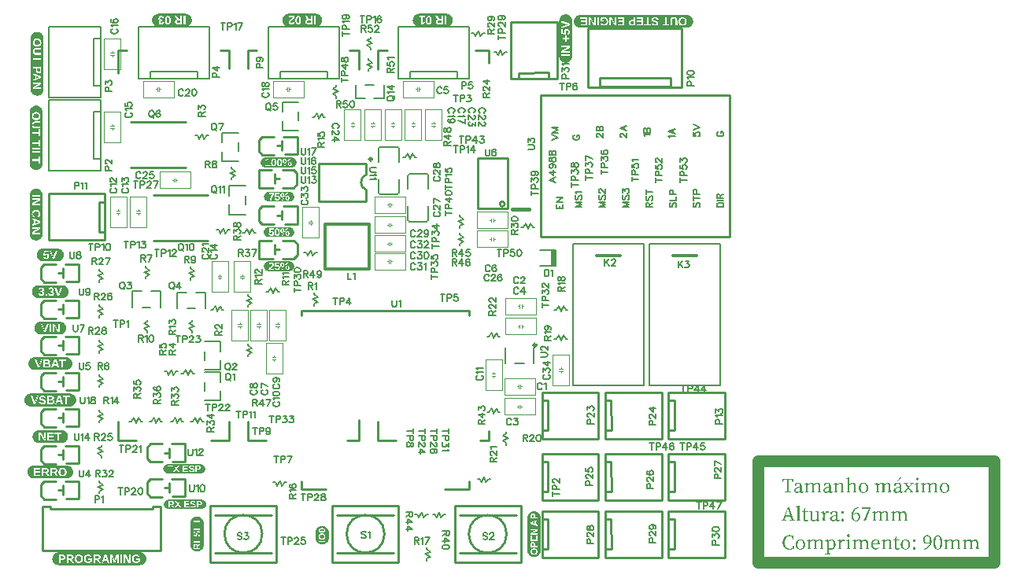
<source format=gto>
G04 Layer: TopSilkscreenLayer*
G04 EasyEDA v6.5.22, 2023-01-05 17:43:04*
G04 408631a24da54ebd81f1ad95a11f4f05,373fc183506b451e961249744e80b011,10*
G04 Gerber Generator version 0.2*
G04 Scale: 100 percent, Rotated: No, Reflected: No *
G04 Dimensions in inches *
G04 leading zeros omitted , absolute positions ,3 integer and 6 decimal *
%FSLAX36Y36*%
%MOIN*%

%ADD10C,0.0060*%
%ADD11C,0.0150*%
%ADD12C,0.0500*%
%ADD13C,0.0100*%
%ADD14C,0.0079*%
%ADD15C,0.0040*%
%ADD16C,0.0059*%
%ADD17C,0.0118*%
%ADD18C,0.0120*%
%ADD19C,0.0070*%
%ADD20C,0.0151*%

%LPD*%
G36*
X247920Y1355000D02*
G01*
X245700Y1354900D01*
X243520Y1354640D01*
X241400Y1354199D01*
X239340Y1353620D01*
X237340Y1352860D01*
X235420Y1351960D01*
X233600Y1350920D01*
X231860Y1349760D01*
X230219Y1348460D01*
X228700Y1347040D01*
X227280Y1345500D01*
X225980Y1343860D01*
X224800Y1342120D01*
X223760Y1340300D01*
X222860Y1338380D01*
X222120Y1336399D01*
X221520Y1334340D01*
X221080Y1332220D01*
X220820Y1330040D01*
X220720Y1327800D01*
X220820Y1325580D01*
X221080Y1323380D01*
X221520Y1321260D01*
X222120Y1319199D01*
X247900Y1319199D01*
X254780Y1319800D01*
X255100Y1318779D01*
X255520Y1317900D01*
X256040Y1317180D01*
X256680Y1316600D01*
X257420Y1316160D01*
X258240Y1315860D01*
X259120Y1315660D01*
X260100Y1315600D01*
X261320Y1315700D01*
X262420Y1316000D01*
X263380Y1316500D01*
X264180Y1317200D01*
X264900Y1318100D01*
X265400Y1319180D01*
X265700Y1320440D01*
X265800Y1321900D01*
X265700Y1323180D01*
X265420Y1324319D01*
X264940Y1325340D01*
X264300Y1326200D01*
X263520Y1326940D01*
X262600Y1327480D01*
X261520Y1327800D01*
X260280Y1327900D01*
X258900Y1327760D01*
X257659Y1327320D01*
X256560Y1326600D01*
X255600Y1325600D01*
X248900Y1325600D01*
X250100Y1345000D01*
X282080Y1345000D01*
X289480Y1321699D01*
X291000Y1316399D01*
X291480Y1318500D01*
X292680Y1322900D01*
X299780Y1345000D01*
X307200Y1345000D01*
X294580Y1310600D01*
X287280Y1310600D01*
X274500Y1345000D01*
X270800Y1345000D01*
X270800Y1339900D01*
X256400Y1339900D01*
X255799Y1331200D01*
X257120Y1332160D01*
X258580Y1332860D01*
X260219Y1333260D01*
X262000Y1333400D01*
X264320Y1333220D01*
X266420Y1332660D01*
X268280Y1331720D01*
X269900Y1330400D01*
X271160Y1328720D01*
X272060Y1326780D01*
X272600Y1324560D01*
X272780Y1322100D01*
X272580Y1319480D01*
X271940Y1317160D01*
X270880Y1315080D01*
X269380Y1313300D01*
X267540Y1311900D01*
X265360Y1310900D01*
X262880Y1310300D01*
X260100Y1310100D01*
X257620Y1310240D01*
X255420Y1310680D01*
X253480Y1311399D01*
X251800Y1312400D01*
X250380Y1313720D01*
X249259Y1315300D01*
X248440Y1317120D01*
X247900Y1319199D01*
X222120Y1319199D01*
X222860Y1317220D01*
X223760Y1315300D01*
X224800Y1313480D01*
X225980Y1311740D01*
X227280Y1310100D01*
X228700Y1308560D01*
X230219Y1307140D01*
X231860Y1305840D01*
X233600Y1304680D01*
X235420Y1303640D01*
X237340Y1302740D01*
X239340Y1301980D01*
X241400Y1301399D01*
X243520Y1300960D01*
X245700Y1300700D01*
X247920Y1300600D01*
X307200Y1300600D01*
X309440Y1300700D01*
X311620Y1300960D01*
X313740Y1301399D01*
X315800Y1301980D01*
X317800Y1302740D01*
X319700Y1303640D01*
X321540Y1304680D01*
X323260Y1305840D01*
X324900Y1307140D01*
X326440Y1308560D01*
X327860Y1310100D01*
X329159Y1311740D01*
X330319Y1313480D01*
X331360Y1315300D01*
X332260Y1317220D01*
X333020Y1319199D01*
X333620Y1321260D01*
X334040Y1323380D01*
X334320Y1325580D01*
X334400Y1327800D01*
X334320Y1330040D01*
X334040Y1332220D01*
X333620Y1334340D01*
X333020Y1336399D01*
X332260Y1338380D01*
X331360Y1340300D01*
X330319Y1342120D01*
X329159Y1343860D01*
X327860Y1345500D01*
X326440Y1347040D01*
X324900Y1348460D01*
X323260Y1349760D01*
X321540Y1350920D01*
X319700Y1351960D01*
X317800Y1352860D01*
X315800Y1353620D01*
X313740Y1354199D01*
X311620Y1354640D01*
X309440Y1354900D01*
X307200Y1355000D01*
G37*
G36*
X226880Y1199400D02*
G01*
X224660Y1199300D01*
X222480Y1199040D01*
X220340Y1198600D01*
X218280Y1198020D01*
X216300Y1197260D01*
X214380Y1196360D01*
X212560Y1195320D01*
X210820Y1194160D01*
X209180Y1192860D01*
X207640Y1191440D01*
X206240Y1189900D01*
X204940Y1188260D01*
X203760Y1186520D01*
X202719Y1184700D01*
X201820Y1182780D01*
X201060Y1180800D01*
X200479Y1178740D01*
X200040Y1176620D01*
X199780Y1174440D01*
X199680Y1172200D01*
X199780Y1169960D01*
X200040Y1167780D01*
X200479Y1165660D01*
X200834Y1164400D01*
X226840Y1164400D01*
X233840Y1165000D01*
X234460Y1162820D01*
X235620Y1161260D01*
X237300Y1160320D01*
X239540Y1160000D01*
X240680Y1160080D01*
X241680Y1160300D01*
X242580Y1160680D01*
X243340Y1161200D01*
X243939Y1161880D01*
X244380Y1162760D01*
X244640Y1163780D01*
X244740Y1165000D01*
X244620Y1166080D01*
X244300Y1167020D01*
X243780Y1167840D01*
X243039Y1168500D01*
X242100Y1169020D01*
X240960Y1169400D01*
X239640Y1169620D01*
X235740Y1169700D01*
X235740Y1175200D01*
X239340Y1175280D01*
X240560Y1175500D01*
X241600Y1175880D01*
X242440Y1176400D01*
X243100Y1177100D01*
X243560Y1177920D01*
X243840Y1178860D01*
X243939Y1179900D01*
X243860Y1180900D01*
X243640Y1181780D01*
X243260Y1182540D01*
X242740Y1183200D01*
X242060Y1183720D01*
X241260Y1184100D01*
X240320Y1184320D01*
X239240Y1184400D01*
X238240Y1184340D01*
X237340Y1184120D01*
X236540Y1183780D01*
X235840Y1183300D01*
X235260Y1182640D01*
X234800Y1181880D01*
X234500Y1181000D01*
X234340Y1180000D01*
X227440Y1180400D01*
X227900Y1182520D01*
X228660Y1184400D01*
X229740Y1186020D01*
X231140Y1187400D01*
X232840Y1188500D01*
X234780Y1189280D01*
X236940Y1189740D01*
X239340Y1189900D01*
X241900Y1189740D01*
X244160Y1189300D01*
X246140Y1188560D01*
X247840Y1187500D01*
X249140Y1186180D01*
X250080Y1184620D01*
X250640Y1182840D01*
X250840Y1180800D01*
X250720Y1179240D01*
X250360Y1177820D01*
X249760Y1176580D01*
X248939Y1175500D01*
X247880Y1174540D01*
X246640Y1173760D01*
X245180Y1173140D01*
X243540Y1172700D01*
X243540Y1172600D01*
X245380Y1172260D01*
X247000Y1171700D01*
X248420Y1170960D01*
X249640Y1170000D01*
X250560Y1168860D01*
X251220Y1167580D01*
X251600Y1166120D01*
X251731Y1164400D01*
X268540Y1164400D01*
X275540Y1165000D01*
X276160Y1162820D01*
X277320Y1161260D01*
X279000Y1160320D01*
X281240Y1160000D01*
X282380Y1160080D01*
X283380Y1160300D01*
X284280Y1160680D01*
X285040Y1161200D01*
X285640Y1161880D01*
X286080Y1162760D01*
X286340Y1163780D01*
X286440Y1165000D01*
X286320Y1166080D01*
X286000Y1167020D01*
X285480Y1167840D01*
X284740Y1168500D01*
X283800Y1169020D01*
X282660Y1169400D01*
X281340Y1169620D01*
X277440Y1169700D01*
X277440Y1175200D01*
X281040Y1175280D01*
X282260Y1175500D01*
X283300Y1175880D01*
X284140Y1176400D01*
X284800Y1177100D01*
X285260Y1177920D01*
X285540Y1178860D01*
X285640Y1179900D01*
X285560Y1180900D01*
X285340Y1181780D01*
X284960Y1182540D01*
X284440Y1183200D01*
X283760Y1183720D01*
X282960Y1184100D01*
X282020Y1184320D01*
X280940Y1184400D01*
X279940Y1184340D01*
X279040Y1184120D01*
X278240Y1183780D01*
X277540Y1183300D01*
X276960Y1182640D01*
X276500Y1181880D01*
X276200Y1181000D01*
X276040Y1180000D01*
X269140Y1180400D01*
X269600Y1182520D01*
X270360Y1184400D01*
X271440Y1186020D01*
X272840Y1187400D01*
X274540Y1188500D01*
X276480Y1189280D01*
X278640Y1189740D01*
X281040Y1189900D01*
X283600Y1189740D01*
X285346Y1189400D01*
X303140Y1189400D01*
X310520Y1166100D01*
X312040Y1160800D01*
X313740Y1167300D01*
X320840Y1189400D01*
X328240Y1189400D01*
X315640Y1155000D01*
X308340Y1155000D01*
X295540Y1189400D01*
X285346Y1189400D01*
X285860Y1189300D01*
X287840Y1188560D01*
X289540Y1187500D01*
X290840Y1186180D01*
X291780Y1184620D01*
X292340Y1182840D01*
X292540Y1180800D01*
X292420Y1179240D01*
X292060Y1177820D01*
X291460Y1176580D01*
X290640Y1175500D01*
X289580Y1174540D01*
X288340Y1173760D01*
X286880Y1173140D01*
X285240Y1172700D01*
X285240Y1172600D01*
X287080Y1172260D01*
X288700Y1171700D01*
X290120Y1170960D01*
X291340Y1170000D01*
X292260Y1168860D01*
X292900Y1167580D01*
X293300Y1166120D01*
X293440Y1164500D01*
X293240Y1162240D01*
X292640Y1160240D01*
X291640Y1158540D01*
X290240Y1157100D01*
X288500Y1155920D01*
X286440Y1155080D01*
X284000Y1154560D01*
X281240Y1154400D01*
X278620Y1154560D01*
X276280Y1155060D01*
X274220Y1155860D01*
X272440Y1157000D01*
X270960Y1158400D01*
X269820Y1160100D01*
X269000Y1162100D01*
X268540Y1164400D01*
X251731Y1164400D01*
X251554Y1162400D01*
X264040Y1162400D01*
X264040Y1155000D01*
X256940Y1155000D01*
X256940Y1162400D01*
X251554Y1162400D01*
X250940Y1160240D01*
X249940Y1158540D01*
X248540Y1157100D01*
X246800Y1155920D01*
X244740Y1155080D01*
X242300Y1154560D01*
X239540Y1154400D01*
X236920Y1154560D01*
X234579Y1155060D01*
X232520Y1155860D01*
X230740Y1157000D01*
X229259Y1158400D01*
X228100Y1160100D01*
X227300Y1162100D01*
X226840Y1164400D01*
X200834Y1164400D01*
X201060Y1163600D01*
X201820Y1161620D01*
X202719Y1159700D01*
X203760Y1157880D01*
X204940Y1156140D01*
X206240Y1154500D01*
X207640Y1152960D01*
X209180Y1151540D01*
X210820Y1150240D01*
X212560Y1149080D01*
X214380Y1148040D01*
X216300Y1147140D01*
X218280Y1146380D01*
X220340Y1145800D01*
X222480Y1145360D01*
X224660Y1145100D01*
X226880Y1145000D01*
X328240Y1145000D01*
X330480Y1145100D01*
X332660Y1145360D01*
X334780Y1145800D01*
X336840Y1146380D01*
X338840Y1147140D01*
X340740Y1148040D01*
X342580Y1149080D01*
X344320Y1150240D01*
X345959Y1151540D01*
X347480Y1152960D01*
X348900Y1154500D01*
X350200Y1156140D01*
X351380Y1157880D01*
X352420Y1159700D01*
X353320Y1161620D01*
X354060Y1163600D01*
X354660Y1165660D01*
X355100Y1167780D01*
X355360Y1169960D01*
X355439Y1172200D01*
X355360Y1174440D01*
X355100Y1176620D01*
X354660Y1178740D01*
X354060Y1180800D01*
X353320Y1182780D01*
X352420Y1184700D01*
X351380Y1186520D01*
X350200Y1188260D01*
X348900Y1189900D01*
X347480Y1191440D01*
X345959Y1192860D01*
X344320Y1194160D01*
X342580Y1195320D01*
X340740Y1196360D01*
X338840Y1197260D01*
X336840Y1198020D01*
X334780Y1198600D01*
X332660Y1199040D01*
X330480Y1199300D01*
X328240Y1199400D01*
G37*
G36*
X237740Y1045000D02*
G01*
X235520Y1044900D01*
X233340Y1044640D01*
X231200Y1044200D01*
X229140Y1043620D01*
X227160Y1042860D01*
X225240Y1041960D01*
X223420Y1040920D01*
X221680Y1039760D01*
X220040Y1038460D01*
X218520Y1037039D01*
X216703Y1035000D01*
X245300Y1035000D01*
X252680Y1011700D01*
X254100Y1006400D01*
X255900Y1012900D01*
X263000Y1035000D01*
X296200Y1035000D01*
X311400Y1008300D01*
X311100Y1011820D01*
X311000Y1015000D01*
X311000Y1035000D01*
X317400Y1035000D01*
X317400Y1000600D01*
X308900Y1000600D01*
X293900Y1027099D01*
X294280Y1023600D01*
X294400Y1020900D01*
X294400Y1000600D01*
X288000Y1000600D01*
X288000Y1035000D01*
X281300Y1035000D01*
X281300Y1000600D01*
X274100Y1000600D01*
X274100Y1035000D01*
X270400Y1035000D01*
X257800Y1000600D01*
X250500Y1000600D01*
X237700Y1035000D01*
X216703Y1035000D01*
X215799Y1033860D01*
X214620Y1032120D01*
X213580Y1030300D01*
X212680Y1028379D01*
X211940Y1026400D01*
X211340Y1024340D01*
X210900Y1022220D01*
X210640Y1020040D01*
X210539Y1017800D01*
X210640Y1015580D01*
X210900Y1013379D01*
X211340Y1011260D01*
X211940Y1009200D01*
X212680Y1007220D01*
X213580Y1005300D01*
X214620Y1003480D01*
X215799Y1001740D01*
X217100Y1000100D01*
X218520Y998560D01*
X220040Y997140D01*
X221680Y995840D01*
X223420Y994680D01*
X225240Y993640D01*
X227160Y992740D01*
X229140Y991979D01*
X231200Y991400D01*
X233340Y990960D01*
X235520Y990699D01*
X237740Y990600D01*
X317380Y990600D01*
X319620Y990699D01*
X321800Y990960D01*
X323920Y991400D01*
X325980Y991979D01*
X327980Y992740D01*
X329880Y993640D01*
X331719Y994680D01*
X333440Y995840D01*
X335080Y997140D01*
X336620Y998560D01*
X338040Y1000100D01*
X339340Y1001740D01*
X340500Y1003480D01*
X341540Y1005300D01*
X342440Y1007220D01*
X343200Y1009200D01*
X343800Y1011260D01*
X344219Y1013379D01*
X344500Y1015580D01*
X344580Y1017800D01*
X344500Y1020040D01*
X344219Y1022220D01*
X343800Y1024340D01*
X343200Y1026400D01*
X342440Y1028379D01*
X341540Y1030300D01*
X340500Y1032120D01*
X339340Y1033860D01*
X338040Y1035500D01*
X336620Y1037039D01*
X335080Y1038460D01*
X333440Y1039760D01*
X331719Y1040920D01*
X329880Y1041960D01*
X327980Y1042860D01*
X325980Y1043620D01*
X323920Y1044200D01*
X321800Y1044640D01*
X319620Y1044900D01*
X317380Y1045000D01*
G37*
G36*
X211800Y894400D02*
G01*
X209579Y894300D01*
X207399Y894040D01*
X205280Y893600D01*
X203200Y893020D01*
X201220Y892260D01*
X199300Y891360D01*
X197480Y890320D01*
X195740Y889160D01*
X194100Y887860D01*
X192580Y886440D01*
X190763Y884400D01*
X219360Y884400D01*
X226740Y861100D01*
X228160Y855800D01*
X229960Y862300D01*
X237060Y884400D01*
X263860Y884400D01*
X266820Y884260D01*
X269420Y883860D01*
X271620Y883160D01*
X273460Y882200D01*
X274860Y880980D01*
X275860Y879500D01*
X276460Y877780D01*
X276660Y875800D01*
X276560Y874360D01*
X276260Y873040D01*
X275760Y871860D01*
X275060Y870800D01*
X274160Y869880D01*
X273020Y869120D01*
X271660Y868540D01*
X270060Y868100D01*
X272040Y867760D01*
X273760Y867200D01*
X275240Y866460D01*
X276460Y865500D01*
X277420Y864320D01*
X278120Y862980D01*
X278520Y861460D01*
X278660Y859800D01*
X278440Y857580D01*
X277780Y855660D01*
X276700Y853980D01*
X275160Y852600D01*
X273240Y851460D01*
X270960Y850660D01*
X268340Y850160D01*
X265360Y850000D01*
X282160Y850000D01*
X294760Y884400D01*
X343360Y884400D01*
X343360Y878800D01*
X332160Y878800D01*
X332160Y850000D01*
X324960Y850000D01*
X324960Y878800D01*
X313860Y878800D01*
X313860Y884400D01*
X303160Y884400D01*
X315660Y850000D01*
X308560Y850000D01*
X305560Y858800D01*
X292460Y858800D01*
X289360Y850000D01*
X248160Y850000D01*
X248160Y884400D01*
X244460Y884400D01*
X231860Y850000D01*
X224560Y850000D01*
X211759Y884400D01*
X190763Y884400D01*
X189860Y883259D01*
X188680Y881520D01*
X187640Y879700D01*
X186740Y877780D01*
X186000Y875800D01*
X185400Y873740D01*
X184960Y871620D01*
X184700Y869440D01*
X184600Y867200D01*
X184700Y864960D01*
X184960Y862780D01*
X185400Y860660D01*
X186000Y858600D01*
X186740Y856620D01*
X187640Y854700D01*
X188680Y852880D01*
X189860Y851140D01*
X191160Y849500D01*
X192580Y847960D01*
X194100Y846540D01*
X195740Y845240D01*
X197480Y844080D01*
X199300Y843040D01*
X201220Y842140D01*
X203200Y841380D01*
X205280Y840800D01*
X207399Y840360D01*
X209579Y840100D01*
X211800Y840000D01*
X343320Y840000D01*
X345560Y840100D01*
X347740Y840360D01*
X349860Y840800D01*
X351920Y841380D01*
X353920Y842140D01*
X355820Y843040D01*
X357660Y844080D01*
X359380Y845240D01*
X361019Y846540D01*
X362560Y847960D01*
X363980Y849500D01*
X365280Y851140D01*
X366440Y852880D01*
X367480Y854700D01*
X368380Y856620D01*
X369140Y858600D01*
X369739Y860660D01*
X370160Y862780D01*
X370439Y864960D01*
X370520Y867200D01*
X370439Y869440D01*
X370160Y871620D01*
X369739Y873740D01*
X369140Y875800D01*
X368380Y877780D01*
X367480Y879700D01*
X366440Y881520D01*
X365280Y883259D01*
X363980Y884900D01*
X362560Y886440D01*
X361019Y887860D01*
X359380Y889160D01*
X357660Y890320D01*
X355820Y891360D01*
X353920Y892260D01*
X351920Y893020D01*
X349860Y893600D01*
X347740Y894040D01*
X345560Y894300D01*
X343320Y894400D01*
G37*
G36*
X255360Y879100D02*
G01*
X255360Y870500D01*
X263560Y870500D01*
X265000Y870560D01*
X266240Y870780D01*
X267260Y871120D01*
X268060Y871600D01*
X268680Y872220D01*
X269120Y872940D01*
X269380Y873820D01*
X269460Y874800D01*
X269380Y875860D01*
X269080Y876780D01*
X268620Y877520D01*
X267960Y878100D01*
X267120Y878540D01*
X266120Y878860D01*
X264920Y879040D01*
X263560Y879100D01*
G37*
G36*
X298960Y879100D02*
G01*
X298420Y877140D01*
X294060Y864200D01*
X303960Y864200D01*
X299460Y877400D01*
G37*
G36*
X255360Y865200D02*
G01*
X255360Y855300D01*
X264760Y855300D01*
X266400Y855380D01*
X267780Y855620D01*
X268940Y856040D01*
X269860Y856600D01*
X270560Y857320D01*
X271060Y858199D01*
X271360Y859220D01*
X271460Y860400D01*
X271020Y862500D01*
X269720Y864000D01*
X267520Y864900D01*
X264460Y865200D01*
G37*
G36*
X195140Y740000D02*
G01*
X192900Y739900D01*
X190720Y739640D01*
X188600Y739200D01*
X186540Y738620D01*
X184540Y737860D01*
X182640Y736960D01*
X180799Y735920D01*
X179060Y734760D01*
X177440Y733460D01*
X175900Y732039D01*
X174083Y730000D01*
X202680Y730000D01*
X210060Y706700D01*
X211480Y701400D01*
X213299Y707900D01*
X220400Y730000D01*
X227780Y730000D01*
X218476Y704599D01*
X229579Y704599D01*
X236480Y705699D01*
X236960Y704440D01*
X237600Y703360D01*
X238359Y702440D01*
X239300Y701700D01*
X240440Y701180D01*
X241759Y700800D01*
X243280Y700580D01*
X244980Y700500D01*
X248280Y700780D01*
X250620Y701660D01*
X252020Y703080D01*
X252480Y705100D01*
X252440Y705819D01*
X252280Y706460D01*
X252040Y707020D01*
X251200Y707980D01*
X249940Y708780D01*
X248260Y709419D01*
X241400Y711040D01*
X238700Y711780D01*
X237060Y712360D01*
X235700Y713020D01*
X233960Y714200D01*
X232979Y715200D01*
X232260Y716300D01*
X231680Y717600D01*
X231320Y719180D01*
X231200Y720900D01*
X231400Y723100D01*
X232060Y725020D01*
X233160Y726660D01*
X234700Y728000D01*
X236640Y729100D01*
X238980Y729880D01*
X241740Y730340D01*
X244899Y730500D01*
X247900Y730380D01*
X250500Y730000D01*
X280600Y730000D01*
X283540Y729860D01*
X286120Y729460D01*
X288300Y728760D01*
X290100Y727800D01*
X291540Y726580D01*
X292560Y725100D01*
X293180Y723379D01*
X293380Y721400D01*
X293280Y719960D01*
X292960Y718660D01*
X292440Y717460D01*
X291680Y716400D01*
X290780Y715480D01*
X289660Y714720D01*
X288340Y714140D01*
X286800Y713700D01*
X288760Y713360D01*
X290480Y712800D01*
X291960Y712060D01*
X293180Y711100D01*
X294100Y709920D01*
X294760Y708580D01*
X295160Y707060D01*
X295280Y705400D01*
X295080Y703180D01*
X294420Y701260D01*
X293320Y699580D01*
X291800Y698199D01*
X289880Y697060D01*
X287620Y696260D01*
X285020Y695759D01*
X282080Y695600D01*
X298900Y695600D01*
X311400Y730000D01*
X359980Y730000D01*
X359980Y724400D01*
X348900Y724400D01*
X348900Y695600D01*
X341680Y695600D01*
X341680Y724400D01*
X330600Y724400D01*
X330600Y730000D01*
X319900Y730000D01*
X332400Y695600D01*
X325280Y695600D01*
X322200Y704400D01*
X309100Y704400D01*
X306080Y695600D01*
X264780Y695600D01*
X264780Y730000D01*
X250500Y730000D01*
X252700Y729380D01*
X254500Y728500D01*
X255940Y727340D01*
X257120Y725860D01*
X258000Y724040D01*
X258580Y721900D01*
X251680Y720900D01*
X251320Y721979D01*
X250840Y722900D01*
X250219Y723680D01*
X249500Y724300D01*
X248560Y724780D01*
X247460Y725120D01*
X246200Y725340D01*
X244780Y725400D01*
X241900Y725140D01*
X239840Y724380D01*
X238600Y723100D01*
X238180Y721300D01*
X238359Y720100D01*
X238580Y719580D01*
X238900Y719100D01*
X239760Y718360D01*
X241000Y717700D01*
X243020Y717020D01*
X250760Y715160D01*
X253580Y714200D01*
X255479Y713220D01*
X257000Y712099D01*
X258060Y710860D01*
X258900Y709300D01*
X259340Y707560D01*
X259500Y705500D01*
X259259Y703139D01*
X258560Y701080D01*
X257399Y699300D01*
X255799Y697800D01*
X253720Y696620D01*
X251200Y695780D01*
X248220Y695260D01*
X244780Y695100D01*
X241660Y695260D01*
X238880Y695699D01*
X236460Y696460D01*
X234380Y697500D01*
X232700Y698800D01*
X231340Y700420D01*
X230300Y702360D01*
X229579Y704599D01*
X218476Y704599D01*
X215180Y695600D01*
X207900Y695600D01*
X195100Y730000D01*
X174083Y730000D01*
X173180Y728860D01*
X172000Y727120D01*
X170960Y725300D01*
X170060Y723379D01*
X169320Y721400D01*
X168720Y719340D01*
X168280Y717220D01*
X168020Y715040D01*
X167940Y712800D01*
X168020Y710580D01*
X168280Y708379D01*
X168720Y706260D01*
X169320Y704200D01*
X170060Y702220D01*
X170960Y700300D01*
X172000Y698480D01*
X173180Y696740D01*
X174480Y695100D01*
X175900Y693560D01*
X177440Y692140D01*
X179060Y690840D01*
X180799Y689680D01*
X182640Y688640D01*
X184540Y687740D01*
X186540Y686979D01*
X188600Y686400D01*
X190720Y685960D01*
X192900Y685699D01*
X195140Y685600D01*
X360000Y685600D01*
X362239Y685699D01*
X364420Y685960D01*
X366540Y686400D01*
X368600Y686979D01*
X370580Y687740D01*
X372500Y688640D01*
X374320Y689680D01*
X376060Y690840D01*
X377700Y692140D01*
X379240Y693560D01*
X380660Y695100D01*
X381960Y696740D01*
X383120Y698480D01*
X384159Y700300D01*
X385060Y702220D01*
X385820Y704200D01*
X386400Y706260D01*
X386840Y708379D01*
X387100Y710580D01*
X387200Y712800D01*
X387100Y715040D01*
X386840Y717220D01*
X386400Y719340D01*
X385820Y721400D01*
X385060Y723379D01*
X384159Y725300D01*
X383120Y727120D01*
X381960Y728860D01*
X380660Y730500D01*
X379240Y732039D01*
X377700Y733460D01*
X376060Y734760D01*
X374320Y735920D01*
X372500Y736960D01*
X370580Y737860D01*
X368600Y738620D01*
X366540Y739200D01*
X364420Y739640D01*
X362239Y739900D01*
X360000Y740000D01*
G37*
G36*
X272000Y724700D02*
G01*
X272000Y716100D01*
X280280Y716100D01*
X281700Y716160D01*
X282900Y716380D01*
X283900Y716720D01*
X284700Y717200D01*
X285300Y717820D01*
X285740Y718560D01*
X286000Y719419D01*
X286080Y720400D01*
X286000Y721460D01*
X285720Y722380D01*
X285240Y723120D01*
X284580Y723700D01*
X283800Y724140D01*
X282800Y724460D01*
X281600Y724640D01*
X280180Y724700D01*
G37*
G36*
X315600Y724700D02*
G01*
X315080Y722740D01*
X310680Y709800D01*
X320600Y709800D01*
X317200Y719700D01*
X316200Y723000D01*
G37*
G36*
X272000Y710800D02*
G01*
X272000Y700900D01*
X281400Y700900D01*
X283020Y700980D01*
X284420Y701220D01*
X285580Y701640D01*
X286480Y702200D01*
X287200Y702920D01*
X287700Y703800D01*
X288000Y704820D01*
X288100Y706000D01*
X287660Y708100D01*
X286360Y709599D01*
X284200Y710500D01*
X281200Y710800D01*
G37*
G36*
X229500Y585000D02*
G01*
X227280Y584900D01*
X225100Y584640D01*
X222979Y584200D01*
X220900Y583620D01*
X218920Y582860D01*
X217000Y581960D01*
X215180Y580920D01*
X213440Y579760D01*
X211800Y578460D01*
X210280Y577040D01*
X208463Y575000D01*
X237760Y575000D01*
X252960Y548300D01*
X252580Y551820D01*
X252460Y555000D01*
X252460Y575000D01*
X325660Y575000D01*
X325660Y569400D01*
X314460Y569400D01*
X314460Y540600D01*
X307260Y540600D01*
X307260Y569400D01*
X296160Y569400D01*
X296160Y575000D01*
X292660Y575000D01*
X292660Y569400D01*
X272860Y569400D01*
X272860Y560800D01*
X291160Y560800D01*
X291160Y555200D01*
X272860Y555200D01*
X272860Y546200D01*
X293660Y546200D01*
X293660Y540600D01*
X265660Y540600D01*
X265660Y575000D01*
X258860Y575000D01*
X258860Y540600D01*
X250460Y540600D01*
X235460Y567100D01*
X235760Y563600D01*
X235859Y560900D01*
X235859Y540600D01*
X229460Y540600D01*
X229460Y575000D01*
X208463Y575000D01*
X207560Y573860D01*
X206380Y572120D01*
X205340Y570300D01*
X204440Y568380D01*
X203700Y566400D01*
X203100Y564340D01*
X202659Y562220D01*
X202399Y560040D01*
X202300Y557800D01*
X202399Y555580D01*
X202659Y553380D01*
X203100Y551260D01*
X203700Y549200D01*
X204440Y547220D01*
X205340Y545300D01*
X206380Y543480D01*
X207560Y541740D01*
X208860Y540100D01*
X210280Y538560D01*
X211800Y537140D01*
X213440Y535840D01*
X215180Y534680D01*
X217000Y533640D01*
X218920Y532740D01*
X220900Y531980D01*
X222979Y531400D01*
X225100Y530960D01*
X227280Y530700D01*
X229500Y530600D01*
X325620Y530600D01*
X327860Y530700D01*
X330040Y530960D01*
X332160Y531400D01*
X334219Y531980D01*
X336220Y532740D01*
X338120Y533640D01*
X339960Y534680D01*
X341680Y535840D01*
X343320Y537140D01*
X344860Y538560D01*
X346280Y540100D01*
X347580Y541740D01*
X348740Y543480D01*
X349780Y545300D01*
X350680Y547220D01*
X351440Y549200D01*
X352040Y551260D01*
X352460Y553380D01*
X352740Y555580D01*
X352819Y557800D01*
X352740Y560040D01*
X352460Y562220D01*
X352040Y564340D01*
X351440Y566400D01*
X350680Y568380D01*
X349780Y570300D01*
X348740Y572120D01*
X347580Y573860D01*
X346280Y575500D01*
X344860Y577040D01*
X343320Y578460D01*
X341680Y579760D01*
X339960Y580920D01*
X338120Y581960D01*
X336220Y582860D01*
X334219Y583620D01*
X332160Y584200D01*
X330040Y584640D01*
X327860Y584900D01*
X325620Y585000D01*
G37*
G36*
X208060Y435000D02*
G01*
X205820Y434900D01*
X203640Y434640D01*
X201520Y434200D01*
X199460Y433620D01*
X197480Y432860D01*
X195560Y431960D01*
X193740Y430920D01*
X192000Y429760D01*
X190360Y428459D01*
X188820Y427040D01*
X187003Y425000D01*
X294720Y425000D01*
X297600Y424840D01*
X300140Y424360D01*
X302340Y423540D01*
X304220Y422400D01*
X305660Y420900D01*
X306700Y419120D01*
X307300Y417060D01*
X307520Y414700D01*
X307380Y412960D01*
X307020Y411360D01*
X306380Y409860D01*
X305520Y408500D01*
X305036Y408000D01*
X312320Y408000D01*
X312600Y411880D01*
X313460Y415319D01*
X314900Y418340D01*
X316920Y420900D01*
X319440Y422920D01*
X322420Y424360D01*
X325840Y425220D01*
X329720Y425500D01*
X333600Y425200D01*
X337020Y424320D01*
X339980Y422860D01*
X342520Y420800D01*
X344520Y418240D01*
X345959Y415260D01*
X346820Y411840D01*
X347120Y408000D01*
X346980Y405379D01*
X346560Y402920D01*
X345880Y400640D01*
X344920Y398500D01*
X343760Y396580D01*
X342360Y394900D01*
X340760Y393480D01*
X338920Y392299D01*
X336840Y391340D01*
X334580Y390660D01*
X332180Y390240D01*
X329620Y390100D01*
X325780Y390400D01*
X322400Y391300D01*
X319440Y392800D01*
X316920Y394900D01*
X314900Y397520D01*
X313460Y400580D01*
X312600Y404060D01*
X312320Y408000D01*
X305036Y408000D01*
X304380Y407320D01*
X303060Y406360D01*
X301580Y405620D01*
X299920Y405100D01*
X309220Y390600D01*
X301120Y390600D01*
X293220Y403700D01*
X284720Y403700D01*
X284720Y390600D01*
X277520Y390600D01*
X277520Y425000D01*
X258619Y425000D01*
X261500Y424840D01*
X264040Y424360D01*
X266240Y423540D01*
X268120Y422400D01*
X269560Y420900D01*
X270580Y419120D01*
X271200Y417060D01*
X271420Y414700D01*
X271280Y412960D01*
X270920Y411360D01*
X270280Y409860D01*
X269420Y408500D01*
X268280Y407320D01*
X266960Y406360D01*
X265480Y405620D01*
X263820Y405100D01*
X273120Y390600D01*
X265020Y390600D01*
X257020Y403700D01*
X248619Y403700D01*
X248619Y390600D01*
X241420Y390600D01*
X241420Y425000D01*
X235120Y425000D01*
X235120Y419400D01*
X215219Y419400D01*
X215219Y410800D01*
X233619Y410800D01*
X233619Y405200D01*
X215219Y405200D01*
X215219Y396200D01*
X236119Y396200D01*
X236119Y390600D01*
X208020Y390600D01*
X208020Y425000D01*
X187003Y425000D01*
X186100Y423860D01*
X184940Y422120D01*
X183900Y420300D01*
X183000Y418380D01*
X182240Y416400D01*
X181660Y414340D01*
X181220Y412220D01*
X180960Y410040D01*
X180859Y407800D01*
X180960Y405580D01*
X181220Y403380D01*
X181660Y401260D01*
X182240Y399200D01*
X183000Y397220D01*
X183900Y395300D01*
X184940Y393480D01*
X186100Y391740D01*
X187399Y390100D01*
X188820Y388560D01*
X190360Y387140D01*
X192000Y385840D01*
X193740Y384680D01*
X195560Y383640D01*
X197480Y382740D01*
X199460Y381980D01*
X201520Y381400D01*
X203640Y380959D01*
X205820Y380700D01*
X208060Y380600D01*
X347080Y380600D01*
X349300Y380700D01*
X351480Y380959D01*
X353600Y381400D01*
X355680Y381980D01*
X357660Y382740D01*
X359580Y383640D01*
X361400Y384680D01*
X363140Y385840D01*
X364780Y387140D01*
X366300Y388560D01*
X367720Y390100D01*
X369020Y391740D01*
X370200Y393480D01*
X371240Y395300D01*
X372140Y397220D01*
X372879Y399200D01*
X373480Y401260D01*
X373920Y403380D01*
X374180Y405580D01*
X374280Y407800D01*
X374180Y410040D01*
X373920Y412220D01*
X373480Y414340D01*
X372879Y416400D01*
X372140Y418380D01*
X371240Y420300D01*
X370200Y422120D01*
X369020Y423860D01*
X367720Y425500D01*
X366300Y427040D01*
X364780Y428459D01*
X363140Y429760D01*
X361400Y430920D01*
X359580Y431960D01*
X357660Y432860D01*
X355680Y433620D01*
X353600Y434200D01*
X351480Y434640D01*
X349300Y434900D01*
X347080Y435000D01*
G37*
G36*
X329720Y419799D02*
G01*
X327400Y419600D01*
X325379Y419020D01*
X323660Y418060D01*
X322220Y416700D01*
X321079Y415000D01*
X320260Y412980D01*
X319780Y410640D01*
X319620Y408000D01*
X319780Y405300D01*
X320280Y402900D01*
X321140Y400800D01*
X322320Y399000D01*
X323780Y397600D01*
X325480Y396599D01*
X327440Y396000D01*
X329620Y395800D01*
X331920Y396000D01*
X333940Y396580D01*
X335680Y397540D01*
X337120Y398900D01*
X338260Y400660D01*
X339060Y402780D01*
X339560Y405220D01*
X339720Y408000D01*
X339560Y410600D01*
X339060Y412920D01*
X338260Y414960D01*
X337120Y416700D01*
X335640Y418060D01*
X333920Y419020D01*
X331940Y419600D01*
G37*
G36*
X248619Y419400D02*
G01*
X248619Y409300D01*
X258020Y409300D01*
X259420Y409380D01*
X260660Y409620D01*
X261720Y410040D01*
X262620Y410600D01*
X263320Y411360D01*
X263820Y412280D01*
X264120Y413320D01*
X264220Y414500D01*
X263820Y416640D01*
X262620Y418180D01*
X260620Y419099D01*
X257820Y419400D01*
G37*
G36*
X284720Y419400D02*
G01*
X284720Y409300D01*
X294120Y409300D01*
X295560Y409380D01*
X296820Y409620D01*
X297860Y410040D01*
X298720Y410600D01*
X299420Y411360D01*
X299920Y412280D01*
X300220Y413320D01*
X300320Y414500D01*
X299920Y416640D01*
X298720Y418180D01*
X296720Y419099D01*
X293920Y419400D01*
G37*
G36*
X217200Y1608860D02*
G01*
X214960Y1608760D01*
X212780Y1608500D01*
X210660Y1608060D01*
X208600Y1607460D01*
X206620Y1606720D01*
X204700Y1605820D01*
X202880Y1604780D01*
X201140Y1603600D01*
X199500Y1602300D01*
X197960Y1600880D01*
X196540Y1599360D01*
X195240Y1597720D01*
X194080Y1595980D01*
X193039Y1594160D01*
X192140Y1592240D01*
X191380Y1590260D01*
X190799Y1588200D01*
X190360Y1586060D01*
X190100Y1583880D01*
X190001Y1581699D01*
X234400Y1581699D01*
X234400Y1574500D01*
X200000Y1574500D01*
X200000Y1581699D01*
X190000Y1581660D01*
X190000Y1567800D01*
X234400Y1567800D01*
X234400Y1559500D01*
X207700Y1544300D01*
X211220Y1544680D01*
X214400Y1544800D01*
X234400Y1544800D01*
X234400Y1538400D01*
X200000Y1538400D01*
X200000Y1546800D01*
X226500Y1561800D01*
X223000Y1561500D01*
X220300Y1561399D01*
X200000Y1561399D01*
X200000Y1567800D01*
X190000Y1567800D01*
X190000Y1501699D01*
X199500Y1501699D01*
X199800Y1505620D01*
X200680Y1509040D01*
X202140Y1512020D01*
X204200Y1514500D01*
X206780Y1516519D01*
X209840Y1517960D01*
X213380Y1518820D01*
X217399Y1519100D01*
X221360Y1518820D01*
X224840Y1518000D01*
X227860Y1516620D01*
X230400Y1514700D01*
X232360Y1512260D01*
X233780Y1509319D01*
X234620Y1505900D01*
X234899Y1502000D01*
X234740Y1499139D01*
X234300Y1496540D01*
X233560Y1494240D01*
X232500Y1492200D01*
X231160Y1490400D01*
X229500Y1488899D01*
X227560Y1487700D01*
X225300Y1486800D01*
X223600Y1493200D01*
X224840Y1493700D01*
X225920Y1494379D01*
X226880Y1495240D01*
X227700Y1496300D01*
X228359Y1497560D01*
X228820Y1498899D01*
X229100Y1500360D01*
X229200Y1501900D01*
X229020Y1504199D01*
X228460Y1506200D01*
X227520Y1507900D01*
X226200Y1509300D01*
X224520Y1510400D01*
X222500Y1511180D01*
X220120Y1511639D01*
X217399Y1511800D01*
X214579Y1511639D01*
X212120Y1511140D01*
X210040Y1510340D01*
X208299Y1509199D01*
X206940Y1507760D01*
X205980Y1506020D01*
X205400Y1504000D01*
X205200Y1501699D01*
X205600Y1498700D01*
X206820Y1496180D01*
X208860Y1494139D01*
X211700Y1492600D01*
X209400Y1486399D01*
X207060Y1487520D01*
X205020Y1488880D01*
X203299Y1490460D01*
X201900Y1492300D01*
X200859Y1494340D01*
X200100Y1496600D01*
X199660Y1499040D01*
X199500Y1501699D01*
X190000Y1501699D01*
X190000Y1483800D01*
X200000Y1483800D01*
X234400Y1471200D01*
X234400Y1462700D01*
X200000Y1450200D01*
X200000Y1457300D01*
X208800Y1460400D01*
X208800Y1473500D01*
X200000Y1476600D01*
X200000Y1483800D01*
X190000Y1483800D01*
X190000Y1445500D01*
X234400Y1445500D01*
X234400Y1437300D01*
X207700Y1422100D01*
X211220Y1422400D01*
X214400Y1422500D01*
X234400Y1422500D01*
X234400Y1416200D01*
X200000Y1416200D01*
X200000Y1424600D01*
X226500Y1439600D01*
X223000Y1439300D01*
X220300Y1439199D01*
X200000Y1439199D01*
X200000Y1445500D01*
X190000Y1445500D01*
X190000Y1416160D01*
X190100Y1413920D01*
X190360Y1411740D01*
X190799Y1409620D01*
X191380Y1407560D01*
X192140Y1405560D01*
X193039Y1403660D01*
X194080Y1401819D01*
X195240Y1400080D01*
X196540Y1398460D01*
X197960Y1396920D01*
X199500Y1395500D01*
X201140Y1394199D01*
X202880Y1393020D01*
X204700Y1391980D01*
X206620Y1391100D01*
X208600Y1390340D01*
X210660Y1389740D01*
X212780Y1389300D01*
X214960Y1389040D01*
X217200Y1388959D01*
X219440Y1389040D01*
X221620Y1389300D01*
X223740Y1389740D01*
X225799Y1390340D01*
X227780Y1391100D01*
X229700Y1391980D01*
X231520Y1393020D01*
X233260Y1394199D01*
X234899Y1395500D01*
X236439Y1396920D01*
X237860Y1398460D01*
X239160Y1400080D01*
X240320Y1401819D01*
X241360Y1403660D01*
X242260Y1405560D01*
X243020Y1407560D01*
X243600Y1409620D01*
X244040Y1411740D01*
X244300Y1413920D01*
X244400Y1416160D01*
X244400Y1581660D01*
X244300Y1583880D01*
X244040Y1586060D01*
X243600Y1588200D01*
X243020Y1590260D01*
X242260Y1592240D01*
X241360Y1594160D01*
X240320Y1595980D01*
X239160Y1597720D01*
X237860Y1599360D01*
X236439Y1600880D01*
X234899Y1602300D01*
X233260Y1603600D01*
X231520Y1604780D01*
X229700Y1605820D01*
X227780Y1606720D01*
X225799Y1607460D01*
X223740Y1608060D01*
X221620Y1608500D01*
X219440Y1608760D01*
G37*
G36*
X214200Y1471900D02*
G01*
X214200Y1462000D01*
X224100Y1465400D01*
X227399Y1466399D01*
X229100Y1467000D01*
X227140Y1467520D01*
G37*
G36*
X217800Y1960860D02*
G01*
X215580Y1960760D01*
X213380Y1960500D01*
X211260Y1960060D01*
X209200Y1959460D01*
X207220Y1958720D01*
X205300Y1957820D01*
X203480Y1956780D01*
X201740Y1955600D01*
X200100Y1954300D01*
X198560Y1952880D01*
X197140Y1951360D01*
X195840Y1949720D01*
X194680Y1947980D01*
X193640Y1946160D01*
X192740Y1944240D01*
X191980Y1942260D01*
X191400Y1940180D01*
X190960Y1938060D01*
X190700Y1935880D01*
X190600Y1933660D01*
X190600Y1916300D01*
X200100Y1916300D01*
X200400Y1920180D01*
X201300Y1923600D01*
X202800Y1926560D01*
X204899Y1929100D01*
X207520Y1931100D01*
X210580Y1932540D01*
X214060Y1933400D01*
X218000Y1933700D01*
X221880Y1933400D01*
X225320Y1932540D01*
X228340Y1931100D01*
X230900Y1929100D01*
X232920Y1926560D01*
X234360Y1923600D01*
X235219Y1920180D01*
X235500Y1916300D01*
X235200Y1912420D01*
X234320Y1909000D01*
X232860Y1906020D01*
X230799Y1903500D01*
X228240Y1901480D01*
X225260Y1900040D01*
X221840Y1899180D01*
X218000Y1898899D01*
X215380Y1899019D01*
X212920Y1899420D01*
X210640Y1900080D01*
X208500Y1901000D01*
X206580Y1902200D01*
X204899Y1903620D01*
X203480Y1905260D01*
X202300Y1907100D01*
X201340Y1909180D01*
X200660Y1911399D01*
X200240Y1913760D01*
X200100Y1916300D01*
X190600Y1916300D01*
X190600Y1879199D01*
X200100Y1879199D01*
X200320Y1882540D01*
X200980Y1885440D01*
X202060Y1887940D01*
X203600Y1890000D01*
X205500Y1891660D01*
X207780Y1892840D01*
X210440Y1893560D01*
X213500Y1893800D01*
X235000Y1893800D01*
X235000Y1886600D01*
X214100Y1886600D01*
X212180Y1886480D01*
X210500Y1886120D01*
X209080Y1885520D01*
X207900Y1884700D01*
X206980Y1883580D01*
X206320Y1882280D01*
X205940Y1880740D01*
X205799Y1879000D01*
X205940Y1877160D01*
X206360Y1875540D01*
X207040Y1874160D01*
X208000Y1873000D01*
X209220Y1872120D01*
X210680Y1871500D01*
X212360Y1871120D01*
X214300Y1871000D01*
X235000Y1871000D01*
X235000Y1863800D01*
X213900Y1863800D01*
X210780Y1864040D01*
X208060Y1864800D01*
X205680Y1866040D01*
X203700Y1867800D01*
X202120Y1870000D01*
X201000Y1872640D01*
X200320Y1875700D01*
X200100Y1879199D01*
X190600Y1879199D01*
X190600Y1841800D01*
X200600Y1841800D01*
X200600Y1849000D01*
X229400Y1849000D01*
X229400Y1860100D01*
X235000Y1860100D01*
X235000Y1830700D01*
X229400Y1830700D01*
X229400Y1841800D01*
X190600Y1841800D01*
X190600Y1797400D01*
X200600Y1797400D01*
X200600Y1804600D01*
X229400Y1804600D01*
X229400Y1815700D01*
X235000Y1815700D01*
X235000Y1786300D01*
X229400Y1786300D01*
X229400Y1797400D01*
X190600Y1797400D01*
X190600Y1782400D01*
X235000Y1782400D01*
X235000Y1775200D01*
X200600Y1775200D01*
X200600Y1782400D01*
X190600Y1782400D01*
X190600Y1768500D01*
X235000Y1768500D01*
X235000Y1761300D01*
X206200Y1761300D01*
X206200Y1742800D01*
X200600Y1742800D01*
X200600Y1768500D01*
X190600Y1768500D01*
X190600Y1726100D01*
X200600Y1726100D01*
X200600Y1733300D01*
X229400Y1733300D01*
X229400Y1744400D01*
X235000Y1744400D01*
X235000Y1715000D01*
X229400Y1715000D01*
X229400Y1726100D01*
X190600Y1726100D01*
X190600Y1715000D01*
X190700Y1712760D01*
X190960Y1710580D01*
X191400Y1708460D01*
X191980Y1706399D01*
X192740Y1704420D01*
X193640Y1702500D01*
X194680Y1700680D01*
X195840Y1698940D01*
X197140Y1697300D01*
X198560Y1695760D01*
X200100Y1694340D01*
X201740Y1693040D01*
X203480Y1691879D01*
X205300Y1690840D01*
X207220Y1689940D01*
X209200Y1689180D01*
X211260Y1688600D01*
X213380Y1688160D01*
X215580Y1687900D01*
X217800Y1687800D01*
X220040Y1687900D01*
X222220Y1688160D01*
X224340Y1688600D01*
X226400Y1689180D01*
X228380Y1689940D01*
X230300Y1690840D01*
X232120Y1691879D01*
X233860Y1693040D01*
X235500Y1694340D01*
X237040Y1695760D01*
X238460Y1697300D01*
X239760Y1698940D01*
X240920Y1700680D01*
X241960Y1702500D01*
X242860Y1704420D01*
X243619Y1706399D01*
X244200Y1708460D01*
X244640Y1710580D01*
X244899Y1712760D01*
X245000Y1715000D01*
X245000Y1933660D01*
X244899Y1935880D01*
X244640Y1938060D01*
X244200Y1940180D01*
X243619Y1942260D01*
X242860Y1944240D01*
X241960Y1946160D01*
X240920Y1947980D01*
X239760Y1949720D01*
X238460Y1951360D01*
X237040Y1952880D01*
X235500Y1954300D01*
X233860Y1955600D01*
X232120Y1956780D01*
X230300Y1957820D01*
X228380Y1958720D01*
X226400Y1959460D01*
X224340Y1960060D01*
X222220Y1960500D01*
X220040Y1960760D01*
G37*
G36*
X218000Y1926399D02*
G01*
X215300Y1926220D01*
X212900Y1925720D01*
X210799Y1924880D01*
X209000Y1923700D01*
X207600Y1922220D01*
X206600Y1920500D01*
X206000Y1918520D01*
X205799Y1916300D01*
X206000Y1914040D01*
X206580Y1912040D01*
X207540Y1910340D01*
X208900Y1908899D01*
X210660Y1907760D01*
X212780Y1906940D01*
X215219Y1906459D01*
X218000Y1906300D01*
X220600Y1906459D01*
X222920Y1906940D01*
X224960Y1907760D01*
X226700Y1908899D01*
X228060Y1910340D01*
X229020Y1912040D01*
X229600Y1914040D01*
X229800Y1916300D01*
X229600Y1918560D01*
X229020Y1920560D01*
X228060Y1922320D01*
X226700Y1923800D01*
X225000Y1924940D01*
X222979Y1925740D01*
X220640Y1926240D01*
G37*
G36*
X222079Y2272920D02*
G01*
X219860Y2272840D01*
X217659Y2272580D01*
X215539Y2272140D01*
X213480Y2271540D01*
X211500Y2270800D01*
X209579Y2269900D01*
X207760Y2268860D01*
X206020Y2267680D01*
X204380Y2266380D01*
X202840Y2264960D01*
X201420Y2263440D01*
X200120Y2261800D01*
X198960Y2260060D01*
X197920Y2258220D01*
X197020Y2256320D01*
X196260Y2254320D01*
X195680Y2252260D01*
X195240Y2250140D01*
X194980Y2247960D01*
X194880Y2245720D01*
X194880Y2228460D01*
X204380Y2228460D01*
X204680Y2232300D01*
X205580Y2235680D01*
X207079Y2238640D01*
X209180Y2241160D01*
X211800Y2243180D01*
X214860Y2244620D01*
X218340Y2245480D01*
X222280Y2245760D01*
X226160Y2245480D01*
X229600Y2244620D01*
X232620Y2243180D01*
X235180Y2241160D01*
X237200Y2238640D01*
X238640Y2235660D01*
X239500Y2232240D01*
X239780Y2228360D01*
X239480Y2224480D01*
X238600Y2221060D01*
X237140Y2218080D01*
X235080Y2215560D01*
X232520Y2213560D01*
X229540Y2212120D01*
X226119Y2211260D01*
X222280Y2210960D01*
X219660Y2211100D01*
X217200Y2211480D01*
X214920Y2212140D01*
X212780Y2213060D01*
X210859Y2214260D01*
X209180Y2215680D01*
X207760Y2217320D01*
X206580Y2219160D01*
X205620Y2221240D01*
X204940Y2223480D01*
X204520Y2225900D01*
X204380Y2228460D01*
X194880Y2228460D01*
X194880Y2191260D01*
X204380Y2191260D01*
X204600Y2194600D01*
X205260Y2197540D01*
X206340Y2200060D01*
X207880Y2202160D01*
X209780Y2203780D01*
X212060Y2204940D01*
X214720Y2205640D01*
X217780Y2205860D01*
X239280Y2205860D01*
X239280Y2198660D01*
X218380Y2198660D01*
X216460Y2198540D01*
X214780Y2198180D01*
X213359Y2197600D01*
X212180Y2196760D01*
X211260Y2195660D01*
X210600Y2194340D01*
X210219Y2192800D01*
X210080Y2191060D01*
X210219Y2189220D01*
X210640Y2187620D01*
X211320Y2186220D01*
X212280Y2185060D01*
X213500Y2184180D01*
X214960Y2183560D01*
X216640Y2183180D01*
X218580Y2183060D01*
X239280Y2183060D01*
X239280Y2175860D01*
X218180Y2175860D01*
X215060Y2176120D01*
X212340Y2176860D01*
X209960Y2178120D01*
X207979Y2179860D01*
X206400Y2182080D01*
X205280Y2184720D01*
X204600Y2187780D01*
X204380Y2191260D01*
X194880Y2191260D01*
X194880Y2153860D01*
X204880Y2153860D01*
X204880Y2161060D01*
X233680Y2161060D01*
X233680Y2172260D01*
X239280Y2172260D01*
X239280Y2142760D01*
X233680Y2142760D01*
X233680Y2153860D01*
X194880Y2153860D01*
X194880Y2124960D01*
X239280Y2124960D01*
X239280Y2109560D01*
X239100Y2106640D01*
X238580Y2104080D01*
X237700Y2101900D01*
X236480Y2100060D01*
X234880Y2098580D01*
X233000Y2097520D01*
X230840Y2096879D01*
X228380Y2096660D01*
X226780Y2096759D01*
X225260Y2097060D01*
X223820Y2097560D01*
X222480Y2098260D01*
X221240Y2099100D01*
X220159Y2100080D01*
X219200Y2101240D01*
X218380Y2102560D01*
X217760Y2104040D01*
X217340Y2105640D01*
X217060Y2107380D01*
X216980Y2109260D01*
X216980Y2117760D01*
X204880Y2117760D01*
X204880Y2124960D01*
X194880Y2124960D01*
X194880Y2097460D01*
X204880Y2097460D01*
X239280Y2084960D01*
X239280Y2076459D01*
X204880Y2063959D01*
X204880Y2071060D01*
X213680Y2074060D01*
X213680Y2087160D01*
X204880Y2090260D01*
X204880Y2097460D01*
X194880Y2097460D01*
X194880Y2059259D01*
X239280Y2059259D01*
X239280Y2051060D01*
X212580Y2035860D01*
X216100Y2036160D01*
X219280Y2036260D01*
X239280Y2036260D01*
X239280Y2029860D01*
X204880Y2029860D01*
X204880Y2038260D01*
X231380Y2053260D01*
X227880Y2052960D01*
X225180Y2052860D01*
X204880Y2052860D01*
X204880Y2059259D01*
X194880Y2059259D01*
X194880Y2029860D01*
X194980Y2027620D01*
X195240Y2025440D01*
X195680Y2023320D01*
X196260Y2021260D01*
X197020Y2019280D01*
X197920Y2017360D01*
X198960Y2015540D01*
X200120Y2013800D01*
X201420Y2012160D01*
X202840Y2010620D01*
X204380Y2009199D01*
X206020Y2007900D01*
X207760Y2006740D01*
X209579Y2005700D01*
X211500Y2004800D01*
X213480Y2004040D01*
X215539Y2003460D01*
X217659Y2003020D01*
X219860Y2002760D01*
X222079Y2002660D01*
X224320Y2002760D01*
X226500Y2003020D01*
X228619Y2003460D01*
X230680Y2004040D01*
X232659Y2004800D01*
X234579Y2005700D01*
X236400Y2006740D01*
X238140Y2007900D01*
X239780Y2009199D01*
X241320Y2010620D01*
X242740Y2012160D01*
X244040Y2013800D01*
X245200Y2015540D01*
X246240Y2017360D01*
X247140Y2019280D01*
X247900Y2021260D01*
X248480Y2023320D01*
X248920Y2025440D01*
X249180Y2027620D01*
X249280Y2029860D01*
X249280Y2245720D01*
X249180Y2247960D01*
X248920Y2250140D01*
X248480Y2252260D01*
X247900Y2254320D01*
X247140Y2256320D01*
X246240Y2258220D01*
X245200Y2260060D01*
X244040Y2261800D01*
X242740Y2263440D01*
X241320Y2264960D01*
X239780Y2266380D01*
X238140Y2267680D01*
X236400Y2268860D01*
X234579Y2269900D01*
X232659Y2270800D01*
X230680Y2271540D01*
X228619Y2272140D01*
X226500Y2272580D01*
X224320Y2272840D01*
G37*
G36*
X222280Y2238460D02*
G01*
X219579Y2238300D01*
X217180Y2237780D01*
X215080Y2236940D01*
X213280Y2235760D01*
X211880Y2234300D01*
X210880Y2232580D01*
X210280Y2230640D01*
X210080Y2228460D01*
X210280Y2226160D01*
X210859Y2224140D01*
X211820Y2222400D01*
X213180Y2220960D01*
X214940Y2219820D01*
X217060Y2219020D01*
X219500Y2218520D01*
X222280Y2218360D01*
X224880Y2218520D01*
X227200Y2219020D01*
X229240Y2219820D01*
X230980Y2220960D01*
X232340Y2222400D01*
X233299Y2224120D01*
X233880Y2226100D01*
X234080Y2228360D01*
X233880Y2230640D01*
X233299Y2232640D01*
X232340Y2234380D01*
X230980Y2235860D01*
X229280Y2237000D01*
X227260Y2237820D01*
X224920Y2238300D01*
G37*
G36*
X222580Y2117760D02*
G01*
X222580Y2110160D01*
X222659Y2108760D01*
X222940Y2107520D01*
X223359Y2106460D01*
X223980Y2105560D01*
X224820Y2104860D01*
X225799Y2104360D01*
X226960Y2104060D01*
X228280Y2103960D01*
X230640Y2104360D01*
X232340Y2105560D01*
X233340Y2107560D01*
X233680Y2110360D01*
X233680Y2117760D01*
G37*
G36*
X219080Y2085560D02*
G01*
X219080Y2075660D01*
X232280Y2080160D01*
X233980Y2080660D01*
X232020Y2081220D01*
G37*
G36*
X1287920Y2349700D02*
G01*
X1285680Y2349600D01*
X1283500Y2349340D01*
X1281380Y2348900D01*
X1279320Y2348320D01*
X1277320Y2347560D01*
X1275420Y2346660D01*
X1273580Y2345620D01*
X1271860Y2344460D01*
X1270220Y2343160D01*
X1268680Y2341740D01*
X1266863Y2339700D01*
X1312020Y2339700D01*
X1312020Y2334900D01*
X1310360Y2332020D01*
X1308220Y2329200D01*
X1305380Y2326320D01*
X1300946Y2322500D01*
X1315820Y2322500D01*
X1316000Y2326580D01*
X1316560Y2330140D01*
X1317500Y2333180D01*
X1318820Y2335700D01*
X1320460Y2337660D01*
X1322480Y2339080D01*
X1324900Y2339920D01*
X1327720Y2340200D01*
X1329600Y2340080D01*
X1331320Y2339700D01*
X1364520Y2339700D01*
X1372520Y2326600D01*
X1381020Y2326600D01*
X1381020Y2339700D01*
X1402120Y2339700D01*
X1402120Y2305300D01*
X1394920Y2305300D01*
X1394920Y2339700D01*
X1388220Y2339700D01*
X1388220Y2305300D01*
X1371020Y2305300D01*
X1368100Y2305460D01*
X1365540Y2305940D01*
X1363340Y2306760D01*
X1361519Y2307900D01*
X1360020Y2309400D01*
X1358959Y2311180D01*
X1358320Y2313240D01*
X1358120Y2315600D01*
X1358240Y2317340D01*
X1358640Y2318940D01*
X1359300Y2320440D01*
X1360220Y2321800D01*
X1361300Y2322980D01*
X1362580Y2323940D01*
X1364060Y2324680D01*
X1365720Y2325200D01*
X1356420Y2339700D01*
X1331320Y2339700D01*
X1332880Y2339100D01*
X1334259Y2338240D01*
X1335500Y2337120D01*
X1336560Y2335780D01*
X1337460Y2334180D01*
X1338200Y2332340D01*
X1338779Y2330240D01*
X1339180Y2327900D01*
X1339440Y2325320D01*
X1339520Y2322500D01*
X1339440Y2319540D01*
X1339180Y2316880D01*
X1338779Y2314500D01*
X1338220Y2312400D01*
X1337520Y2310580D01*
X1336660Y2309000D01*
X1335620Y2307680D01*
X1334420Y2306600D01*
X1333000Y2305820D01*
X1331380Y2305240D01*
X1329560Y2304920D01*
X1327520Y2304800D01*
X1324660Y2305080D01*
X1322240Y2305900D01*
X1320220Y2307280D01*
X1318620Y2309200D01*
X1317380Y2311680D01*
X1316519Y2314720D01*
X1315980Y2318340D01*
X1315820Y2322500D01*
X1300946Y2322500D01*
X1298860Y2320640D01*
X1297740Y2319520D01*
X1296260Y2317540D01*
X1295780Y2316600D01*
X1295500Y2315640D01*
X1295420Y2314700D01*
X1295700Y2312780D01*
X1296540Y2311400D01*
X1297940Y2310580D01*
X1299920Y2310300D01*
X1300940Y2310360D01*
X1301860Y2310580D01*
X1302640Y2310920D01*
X1303320Y2311400D01*
X1303820Y2312080D01*
X1304240Y2312900D01*
X1304820Y2315000D01*
X1311720Y2314600D01*
X1311260Y2312340D01*
X1310520Y2310380D01*
X1309460Y2308700D01*
X1308120Y2307300D01*
X1306480Y2306200D01*
X1304580Y2305420D01*
X1302440Y2304960D01*
X1300020Y2304800D01*
X1297380Y2304960D01*
X1295060Y2305420D01*
X1293080Y2306200D01*
X1291420Y2307300D01*
X1290100Y2308720D01*
X1289160Y2310400D01*
X1288600Y2312320D01*
X1288420Y2314500D01*
X1288480Y2315660D01*
X1288660Y2316780D01*
X1288980Y2317820D01*
X1289900Y2319780D01*
X1291100Y2321580D01*
X1292580Y2323240D01*
X1294240Y2324780D01*
X1299540Y2329000D01*
X1301100Y2330400D01*
X1302460Y2331820D01*
X1303040Y2332540D01*
X1303920Y2334100D01*
X1287920Y2334100D01*
X1287920Y2339700D01*
X1266863Y2339700D01*
X1265960Y2338560D01*
X1264800Y2336820D01*
X1263760Y2335000D01*
X1262860Y2333080D01*
X1262100Y2331100D01*
X1261500Y2329040D01*
X1261080Y2326920D01*
X1260800Y2324720D01*
X1260720Y2322500D01*
X1260800Y2320260D01*
X1261080Y2318080D01*
X1261500Y2315960D01*
X1262100Y2313900D01*
X1262860Y2311920D01*
X1263760Y2310000D01*
X1264800Y2308180D01*
X1265960Y2306440D01*
X1267260Y2304800D01*
X1268680Y2303260D01*
X1270220Y2301840D01*
X1271860Y2300540D01*
X1273580Y2299380D01*
X1275420Y2298340D01*
X1277320Y2297440D01*
X1279320Y2296680D01*
X1281380Y2296100D01*
X1283500Y2295660D01*
X1285680Y2295400D01*
X1287920Y2295300D01*
X1402080Y2295300D01*
X1404300Y2295400D01*
X1406480Y2295660D01*
X1408620Y2296100D01*
X1410680Y2296680D01*
X1412660Y2297440D01*
X1414580Y2298340D01*
X1416399Y2299380D01*
X1418140Y2300540D01*
X1419780Y2301840D01*
X1421300Y2303260D01*
X1422720Y2304800D01*
X1424019Y2306440D01*
X1425200Y2308180D01*
X1426240Y2310000D01*
X1427140Y2311920D01*
X1427880Y2313900D01*
X1428480Y2315960D01*
X1428920Y2318080D01*
X1429180Y2320260D01*
X1429280Y2322500D01*
X1429180Y2324720D01*
X1428920Y2326920D01*
X1428480Y2329040D01*
X1427880Y2331100D01*
X1427140Y2333080D01*
X1426240Y2335000D01*
X1425200Y2336820D01*
X1424019Y2338560D01*
X1422720Y2340200D01*
X1421300Y2341740D01*
X1419780Y2343160D01*
X1418140Y2344460D01*
X1416399Y2345620D01*
X1414580Y2346660D01*
X1412660Y2347560D01*
X1410680Y2348320D01*
X1408620Y2348900D01*
X1406480Y2349340D01*
X1404300Y2349600D01*
X1402080Y2349700D01*
G37*
G36*
X1327720Y2334800D02*
G01*
X1326780Y2334720D01*
X1325960Y2334500D01*
X1325280Y2334120D01*
X1324720Y2333600D01*
X1324199Y2332900D01*
X1323760Y2332020D01*
X1323400Y2330960D01*
X1322900Y2328280D01*
X1322640Y2324680D01*
X1322640Y2320240D01*
X1322900Y2316540D01*
X1323400Y2313880D01*
X1323740Y2312840D01*
X1324139Y2311980D01*
X1324620Y2311300D01*
X1325180Y2310820D01*
X1325860Y2310480D01*
X1326680Y2310260D01*
X1327620Y2310200D01*
X1328600Y2310260D01*
X1329440Y2310480D01*
X1330140Y2310820D01*
X1330720Y2311300D01*
X1331220Y2311980D01*
X1331639Y2312840D01*
X1331960Y2313880D01*
X1332440Y2316540D01*
X1332680Y2320240D01*
X1332680Y2324720D01*
X1332440Y2328360D01*
X1331940Y2331040D01*
X1331579Y2332100D01*
X1331180Y2332940D01*
X1330720Y2333600D01*
X1330140Y2334120D01*
X1329460Y2334500D01*
X1328640Y2334720D01*
G37*
G36*
X1371519Y2321000D02*
G01*
X1370100Y2320920D01*
X1368880Y2320680D01*
X1367860Y2320260D01*
X1367020Y2319700D01*
X1366320Y2318940D01*
X1365820Y2318020D01*
X1365520Y2316980D01*
X1365420Y2315800D01*
X1365800Y2313660D01*
X1366980Y2312120D01*
X1368959Y2311200D01*
X1371720Y2310900D01*
X1381020Y2310900D01*
X1381020Y2321000D01*
G37*
G36*
X735639Y2349700D02*
G01*
X733400Y2349600D01*
X731220Y2349340D01*
X729100Y2348900D01*
X727039Y2348320D01*
X725060Y2347560D01*
X723139Y2346660D01*
X721320Y2345620D01*
X719580Y2344460D01*
X717940Y2343160D01*
X716400Y2341740D01*
X714980Y2340200D01*
X713680Y2338560D01*
X712520Y2336820D01*
X711480Y2335000D01*
X710580Y2333080D01*
X709820Y2331100D01*
X709566Y2330200D01*
X735639Y2330200D01*
X735840Y2332460D01*
X736440Y2334440D01*
X737440Y2336160D01*
X738840Y2337600D01*
X740600Y2338780D01*
X742680Y2339620D01*
X745100Y2340140D01*
X747840Y2340300D01*
X750480Y2340140D01*
X752840Y2339640D01*
X754880Y2338840D01*
X756640Y2337700D01*
X758120Y2336300D01*
X759260Y2334600D01*
X760060Y2332600D01*
X760540Y2330300D01*
X753540Y2329700D01*
X752920Y2331880D01*
X751760Y2333440D01*
X750060Y2334380D01*
X747840Y2334700D01*
X746700Y2334620D01*
X745680Y2334400D01*
X744800Y2334020D01*
X744040Y2333500D01*
X743420Y2332820D01*
X742980Y2331940D01*
X742720Y2330920D01*
X742640Y2329700D01*
X742740Y2328620D01*
X743060Y2327680D01*
X743580Y2326860D01*
X744340Y2326200D01*
X745280Y2325680D01*
X746400Y2325300D01*
X747720Y2325080D01*
X751640Y2325000D01*
X751640Y2322500D01*
X763740Y2322500D01*
X763920Y2326580D01*
X764479Y2330140D01*
X765420Y2333180D01*
X766740Y2335700D01*
X768379Y2337660D01*
X770400Y2339080D01*
X772820Y2339920D01*
X775639Y2340200D01*
X777520Y2340080D01*
X779240Y2339700D01*
X812440Y2339700D01*
X820440Y2326600D01*
X828940Y2326600D01*
X828940Y2339700D01*
X850040Y2339700D01*
X850040Y2305300D01*
X842840Y2305300D01*
X842840Y2339700D01*
X836140Y2339700D01*
X836140Y2305300D01*
X818940Y2305300D01*
X816020Y2305460D01*
X813460Y2305940D01*
X811260Y2306760D01*
X809440Y2307900D01*
X807940Y2309400D01*
X806880Y2311180D01*
X806240Y2313240D01*
X806040Y2315600D01*
X806160Y2317340D01*
X806560Y2318940D01*
X807220Y2320440D01*
X808139Y2321800D01*
X809220Y2322980D01*
X810500Y2323940D01*
X811979Y2324680D01*
X813640Y2325200D01*
X804340Y2339700D01*
X779240Y2339700D01*
X780800Y2339100D01*
X782180Y2338240D01*
X783420Y2337120D01*
X784479Y2335780D01*
X785380Y2334180D01*
X786120Y2332340D01*
X786700Y2330240D01*
X787099Y2327900D01*
X787360Y2325320D01*
X787440Y2322500D01*
X787360Y2319540D01*
X787099Y2316880D01*
X786700Y2314500D01*
X786140Y2312400D01*
X785440Y2310580D01*
X784580Y2309000D01*
X783540Y2307680D01*
X782340Y2306600D01*
X780920Y2305820D01*
X779300Y2305240D01*
X777480Y2304920D01*
X775440Y2304800D01*
X772580Y2305080D01*
X770160Y2305900D01*
X768139Y2307280D01*
X766540Y2309200D01*
X765300Y2311680D01*
X764440Y2314720D01*
X763900Y2318340D01*
X763740Y2322500D01*
X751640Y2322500D01*
X751640Y2319500D01*
X748020Y2319420D01*
X746800Y2319200D01*
X745780Y2318820D01*
X744940Y2318300D01*
X744280Y2317600D01*
X743800Y2316780D01*
X743520Y2315840D01*
X743439Y2314800D01*
X743500Y2313800D01*
X743740Y2312920D01*
X744100Y2312160D01*
X744640Y2311500D01*
X745300Y2310980D01*
X746100Y2310600D01*
X747060Y2310380D01*
X748139Y2310300D01*
X749140Y2310360D01*
X750040Y2310580D01*
X750840Y2310920D01*
X751540Y2311400D01*
X752120Y2312060D01*
X752560Y2312820D01*
X752860Y2313700D01*
X753040Y2314700D01*
X759940Y2314300D01*
X759479Y2312180D01*
X758700Y2310300D01*
X757620Y2308680D01*
X756240Y2307300D01*
X754520Y2306200D01*
X752580Y2305420D01*
X750420Y2304960D01*
X748040Y2304800D01*
X745480Y2304940D01*
X743199Y2305400D01*
X741220Y2306140D01*
X739539Y2307200D01*
X738220Y2308520D01*
X737280Y2310080D01*
X736720Y2311860D01*
X736540Y2313900D01*
X736660Y2315460D01*
X737000Y2316880D01*
X737600Y2318120D01*
X738439Y2319200D01*
X739479Y2320160D01*
X740740Y2320940D01*
X742180Y2321560D01*
X743840Y2322000D01*
X743840Y2322100D01*
X741979Y2322440D01*
X740360Y2323000D01*
X738940Y2323740D01*
X737740Y2324700D01*
X736820Y2325840D01*
X736160Y2327120D01*
X735759Y2328580D01*
X735639Y2330200D01*
X709566Y2330200D01*
X709240Y2329040D01*
X708800Y2326920D01*
X708540Y2324720D01*
X708439Y2322500D01*
X708540Y2320260D01*
X708800Y2318080D01*
X709240Y2315960D01*
X709820Y2313900D01*
X710580Y2311920D01*
X711480Y2310000D01*
X712520Y2308180D01*
X713680Y2306440D01*
X714980Y2304800D01*
X716400Y2303260D01*
X717940Y2301840D01*
X719580Y2300540D01*
X721320Y2299380D01*
X723139Y2298340D01*
X725060Y2297440D01*
X727039Y2296680D01*
X729100Y2296100D01*
X731220Y2295660D01*
X733400Y2295400D01*
X735639Y2295300D01*
X850000Y2295300D01*
X852220Y2295400D01*
X854400Y2295660D01*
X856540Y2296100D01*
X858600Y2296680D01*
X860580Y2297440D01*
X862500Y2298340D01*
X864320Y2299380D01*
X866060Y2300540D01*
X867700Y2301840D01*
X869220Y2303260D01*
X870639Y2304800D01*
X871940Y2306440D01*
X873120Y2308180D01*
X874160Y2310000D01*
X875060Y2311920D01*
X875800Y2313900D01*
X876400Y2315960D01*
X876840Y2318080D01*
X877099Y2320260D01*
X877200Y2322500D01*
X877099Y2324720D01*
X876840Y2326920D01*
X876400Y2329040D01*
X875800Y2331100D01*
X875060Y2333080D01*
X874160Y2335000D01*
X873120Y2336820D01*
X871940Y2338560D01*
X870639Y2340200D01*
X869220Y2341740D01*
X867700Y2343160D01*
X866060Y2344460D01*
X864320Y2345620D01*
X862500Y2346660D01*
X860580Y2347560D01*
X858600Y2348320D01*
X856540Y2348900D01*
X854400Y2349340D01*
X852220Y2349600D01*
X850000Y2349700D01*
G37*
G36*
X775639Y2334800D02*
G01*
X774700Y2334720D01*
X773880Y2334500D01*
X773199Y2334120D01*
X772640Y2333600D01*
X772120Y2332900D01*
X771680Y2332020D01*
X771320Y2330960D01*
X770819Y2328280D01*
X770560Y2324680D01*
X770560Y2320240D01*
X770819Y2316540D01*
X771320Y2313880D01*
X771660Y2312840D01*
X772060Y2311980D01*
X772540Y2311300D01*
X773100Y2310820D01*
X773780Y2310480D01*
X774599Y2310260D01*
X775540Y2310200D01*
X776520Y2310260D01*
X777360Y2310480D01*
X778060Y2310820D01*
X778640Y2311300D01*
X779140Y2311980D01*
X779560Y2312840D01*
X779880Y2313880D01*
X780360Y2316540D01*
X780600Y2320240D01*
X780600Y2324720D01*
X780360Y2328360D01*
X779860Y2331040D01*
X779500Y2332100D01*
X779100Y2332940D01*
X778640Y2333600D01*
X778060Y2334120D01*
X777380Y2334500D01*
X776560Y2334720D01*
G37*
G36*
X819440Y2321000D02*
G01*
X818020Y2320920D01*
X816800Y2320680D01*
X815780Y2320260D01*
X814940Y2319700D01*
X814240Y2318940D01*
X813740Y2318020D01*
X813439Y2316980D01*
X813340Y2315800D01*
X813720Y2313660D01*
X814900Y2312120D01*
X816880Y2311200D01*
X819640Y2310900D01*
X828940Y2310900D01*
X828940Y2321000D01*
G37*
G36*
X1840000Y2349700D02*
G01*
X1837760Y2349600D01*
X1835580Y2349340D01*
X1833460Y2348900D01*
X1831399Y2348320D01*
X1829420Y2347560D01*
X1827500Y2346660D01*
X1825680Y2345620D01*
X1823940Y2344460D01*
X1822300Y2343160D01*
X1820760Y2341740D01*
X1818943Y2339700D01*
X1863300Y2339700D01*
X1863300Y2334600D01*
X1854700Y2334600D01*
X1854700Y2322500D01*
X1868500Y2322500D01*
X1868700Y2326580D01*
X1869259Y2330140D01*
X1870200Y2333180D01*
X1871500Y2335700D01*
X1873160Y2337660D01*
X1875180Y2339080D01*
X1877600Y2339920D01*
X1880400Y2340200D01*
X1882300Y2340080D01*
X1884019Y2339700D01*
X1917200Y2339700D01*
X1925200Y2326600D01*
X1933700Y2326600D01*
X1933700Y2339700D01*
X1954800Y2339700D01*
X1954800Y2305300D01*
X1947600Y2305300D01*
X1947600Y2339700D01*
X1940900Y2339700D01*
X1940900Y2305300D01*
X1923700Y2305300D01*
X1920780Y2305460D01*
X1918240Y2305940D01*
X1916040Y2306760D01*
X1914199Y2307900D01*
X1912720Y2309400D01*
X1911660Y2311180D01*
X1911020Y2313240D01*
X1910800Y2315600D01*
X1910940Y2317340D01*
X1911339Y2318940D01*
X1911980Y2320440D01*
X1912900Y2321800D01*
X1914000Y2322980D01*
X1915280Y2323940D01*
X1916759Y2324680D01*
X1918400Y2325200D01*
X1909100Y2339700D01*
X1884019Y2339700D01*
X1885560Y2339100D01*
X1886960Y2338240D01*
X1888200Y2337120D01*
X1889259Y2335780D01*
X1890160Y2334180D01*
X1890900Y2332340D01*
X1891459Y2330240D01*
X1891879Y2327900D01*
X1892120Y2325320D01*
X1892200Y2322500D01*
X1892120Y2319540D01*
X1891879Y2316880D01*
X1891480Y2314500D01*
X1890900Y2312400D01*
X1890220Y2310580D01*
X1889360Y2309000D01*
X1888320Y2307680D01*
X1887100Y2306600D01*
X1885700Y2305820D01*
X1884079Y2305240D01*
X1882260Y2304920D01*
X1880200Y2304800D01*
X1877360Y2305080D01*
X1874940Y2305900D01*
X1872920Y2307280D01*
X1871300Y2309200D01*
X1870080Y2311680D01*
X1869199Y2314720D01*
X1868680Y2318340D01*
X1868500Y2322500D01*
X1854700Y2322500D01*
X1854700Y2311100D01*
X1863000Y2316300D01*
X1863000Y2310900D01*
X1854400Y2305300D01*
X1847900Y2305300D01*
X1847900Y2334600D01*
X1840000Y2334600D01*
X1840000Y2339700D01*
X1818943Y2339700D01*
X1818040Y2338560D01*
X1816879Y2336820D01*
X1815840Y2335000D01*
X1814940Y2333080D01*
X1814180Y2331100D01*
X1813600Y2329040D01*
X1813160Y2326920D01*
X1812900Y2324720D01*
X1812800Y2322500D01*
X1812900Y2320260D01*
X1813160Y2318080D01*
X1813600Y2315960D01*
X1814180Y2313900D01*
X1814940Y2311920D01*
X1815840Y2310000D01*
X1816879Y2308180D01*
X1818040Y2306440D01*
X1819340Y2304800D01*
X1820760Y2303260D01*
X1822300Y2301840D01*
X1823940Y2300540D01*
X1825680Y2299380D01*
X1827500Y2298340D01*
X1829420Y2297440D01*
X1831399Y2296680D01*
X1833460Y2296100D01*
X1835580Y2295660D01*
X1837760Y2295400D01*
X1840000Y2295300D01*
X1954780Y2295300D01*
X1957000Y2295400D01*
X1959180Y2295660D01*
X1961300Y2296100D01*
X1963360Y2296680D01*
X1965360Y2297440D01*
X1967280Y2298340D01*
X1969100Y2299380D01*
X1970840Y2300540D01*
X1972480Y2301840D01*
X1974000Y2303260D01*
X1975420Y2304800D01*
X1976720Y2306440D01*
X1977900Y2308180D01*
X1978940Y2310000D01*
X1979840Y2311920D01*
X1980580Y2313900D01*
X1981180Y2315960D01*
X1981620Y2318080D01*
X1981879Y2320260D01*
X1981980Y2322500D01*
X1981879Y2324720D01*
X1981620Y2326920D01*
X1981180Y2329040D01*
X1980580Y2331100D01*
X1979840Y2333080D01*
X1978940Y2335000D01*
X1977900Y2336820D01*
X1976720Y2338560D01*
X1975420Y2340200D01*
X1974000Y2341740D01*
X1972480Y2343160D01*
X1970840Y2344460D01*
X1969100Y2345620D01*
X1967280Y2346660D01*
X1965360Y2347560D01*
X1963360Y2348320D01*
X1961300Y2348900D01*
X1959180Y2349340D01*
X1957000Y2349600D01*
X1954780Y2349700D01*
G37*
G36*
X1880400Y2334800D02*
G01*
X1879460Y2334720D01*
X1878660Y2334500D01*
X1877960Y2334120D01*
X1877400Y2333600D01*
X1876900Y2332900D01*
X1876459Y2332020D01*
X1876100Y2330960D01*
X1875800Y2329700D01*
X1875580Y2328280D01*
X1875340Y2324680D01*
X1875340Y2320240D01*
X1875580Y2316540D01*
X1876080Y2313880D01*
X1876440Y2312840D01*
X1876840Y2311980D01*
X1877300Y2311300D01*
X1877860Y2310820D01*
X1878560Y2310480D01*
X1879360Y2310260D01*
X1880300Y2310200D01*
X1881279Y2310260D01*
X1882140Y2310480D01*
X1882840Y2310820D01*
X1883400Y2311300D01*
X1883920Y2311980D01*
X1884340Y2312840D01*
X1884660Y2313880D01*
X1885120Y2316540D01*
X1885380Y2320240D01*
X1885380Y2324720D01*
X1885120Y2328360D01*
X1884620Y2331040D01*
X1884280Y2332100D01*
X1883880Y2332940D01*
X1883400Y2333600D01*
X1882840Y2334120D01*
X1882160Y2334500D01*
X1881339Y2334720D01*
G37*
G36*
X1924199Y2321000D02*
G01*
X1922800Y2320920D01*
X1921579Y2320680D01*
X1920560Y2320260D01*
X1919700Y2319700D01*
X1919000Y2318940D01*
X1918500Y2318020D01*
X1918200Y2316980D01*
X1918100Y2315800D01*
X1918500Y2313660D01*
X1919680Y2312120D01*
X1921660Y2311200D01*
X1924400Y2310900D01*
X1933700Y2310900D01*
X1933700Y2321000D01*
G37*
G36*
X2460000Y2347480D02*
G01*
X2457760Y2347400D01*
X2455580Y2347120D01*
X2453460Y2346700D01*
X2451400Y2346100D01*
X2449420Y2345340D01*
X2447500Y2344440D01*
X2445680Y2343400D01*
X2443940Y2342240D01*
X2442300Y2340940D01*
X2440760Y2339520D01*
X2439340Y2337980D01*
X2438040Y2336340D01*
X2436880Y2334600D01*
X2435840Y2332780D01*
X2434940Y2330860D01*
X2434180Y2328880D01*
X2433600Y2326820D01*
X2433160Y2324700D01*
X2432900Y2322520D01*
X2432800Y2320280D01*
X2442800Y2320280D01*
X2477200Y2307680D01*
X2477200Y2300380D01*
X2442800Y2287580D01*
X2442800Y2295180D01*
X2466100Y2302560D01*
X2471400Y2303980D01*
X2464900Y2305780D01*
X2442800Y2312880D01*
X2442800Y2320280D01*
X2432800Y2320280D01*
X2432800Y2263180D01*
X2442800Y2263180D01*
X2442800Y2283880D01*
X2447900Y2283880D01*
X2447900Y2269480D01*
X2456600Y2268880D01*
X2455640Y2270200D01*
X2454940Y2271680D01*
X2454540Y2273300D01*
X2454400Y2275080D01*
X2454580Y2277400D01*
X2455140Y2279500D01*
X2456080Y2281360D01*
X2457400Y2282980D01*
X2459080Y2284240D01*
X2461020Y2285140D01*
X2463240Y2285700D01*
X2465700Y2285880D01*
X2468320Y2285660D01*
X2470640Y2285020D01*
X2472720Y2283960D01*
X2474500Y2282480D01*
X2475900Y2280620D01*
X2476900Y2278440D01*
X2477500Y2275960D01*
X2477700Y2273180D01*
X2477560Y2270700D01*
X2477120Y2268500D01*
X2476400Y2266560D01*
X2475400Y2264880D01*
X2474080Y2263460D01*
X2472500Y2262340D01*
X2470680Y2261520D01*
X2468600Y2260980D01*
X2468000Y2267880D01*
X2469020Y2268180D01*
X2469900Y2268600D01*
X2470620Y2269140D01*
X2471200Y2269780D01*
X2471640Y2270520D01*
X2471940Y2271320D01*
X2472140Y2272220D01*
X2472200Y2273180D01*
X2472100Y2274400D01*
X2471800Y2275500D01*
X2471300Y2276460D01*
X2470600Y2277280D01*
X2469700Y2277980D01*
X2468620Y2278480D01*
X2467360Y2278780D01*
X2465900Y2278880D01*
X2464620Y2278780D01*
X2463480Y2278500D01*
X2462460Y2278040D01*
X2461600Y2277380D01*
X2460860Y2276600D01*
X2460320Y2275680D01*
X2460000Y2274600D01*
X2459900Y2273380D01*
X2460040Y2272000D01*
X2460480Y2270760D01*
X2461200Y2269640D01*
X2462200Y2268680D01*
X2462200Y2261980D01*
X2442800Y2263180D01*
X2432800Y2263180D01*
X2432800Y2242080D01*
X2447900Y2242080D01*
X2447900Y2247680D01*
X2457800Y2247680D01*
X2457800Y2257480D01*
X2463300Y2257480D01*
X2463300Y2247680D01*
X2473300Y2247680D01*
X2473300Y2242080D01*
X2463300Y2242080D01*
X2463300Y2232380D01*
X2457800Y2232380D01*
X2457800Y2242080D01*
X2432800Y2242080D01*
X2432800Y2212980D01*
X2477200Y2212980D01*
X2477200Y2204580D01*
X2450700Y2189580D01*
X2454200Y2189880D01*
X2456900Y2189980D01*
X2477200Y2189980D01*
X2477200Y2183580D01*
X2442800Y2183580D01*
X2442800Y2191880D01*
X2469500Y2207080D01*
X2465980Y2206700D01*
X2462800Y2206580D01*
X2442800Y2206580D01*
X2442800Y2212980D01*
X2432800Y2212980D01*
X2432800Y2176880D01*
X2477200Y2176880D01*
X2477200Y2169680D01*
X2442800Y2169680D01*
X2442800Y2176880D01*
X2432800Y2176880D01*
X2432800Y2169720D01*
X2432900Y2167480D01*
X2433160Y2165300D01*
X2433600Y2163180D01*
X2434180Y2161120D01*
X2434940Y2159140D01*
X2435840Y2157220D01*
X2436880Y2155400D01*
X2438040Y2153660D01*
X2439340Y2152020D01*
X2440760Y2150480D01*
X2442300Y2149060D01*
X2443940Y2147760D01*
X2445680Y2146600D01*
X2447500Y2145560D01*
X2449420Y2144660D01*
X2451400Y2143900D01*
X2453460Y2143320D01*
X2455580Y2142880D01*
X2457760Y2142620D01*
X2460000Y2142520D01*
X2462220Y2142620D01*
X2464420Y2142880D01*
X2466540Y2143320D01*
X2468600Y2143900D01*
X2470580Y2144660D01*
X2472500Y2145560D01*
X2474320Y2146600D01*
X2476060Y2147760D01*
X2477700Y2149060D01*
X2479240Y2150480D01*
X2480660Y2152020D01*
X2481960Y2153660D01*
X2483120Y2155400D01*
X2484160Y2157220D01*
X2485060Y2159140D01*
X2485820Y2161120D01*
X2486400Y2163180D01*
X2486840Y2165300D01*
X2487100Y2167480D01*
X2487200Y2169720D01*
X2487200Y2320280D01*
X2487100Y2322520D01*
X2486840Y2324700D01*
X2486400Y2326820D01*
X2485820Y2328880D01*
X2485060Y2330860D01*
X2484160Y2332780D01*
X2483120Y2334600D01*
X2481960Y2336340D01*
X2480660Y2337980D01*
X2479240Y2339520D01*
X2477700Y2340940D01*
X2476060Y2342240D01*
X2474320Y2343400D01*
X2472500Y2344440D01*
X2470580Y2345340D01*
X2468600Y2346100D01*
X2466540Y2346700D01*
X2464420Y2347120D01*
X2462220Y2347400D01*
G37*
G36*
X2522240Y2345000D02*
G01*
X2520020Y2344900D01*
X2517820Y2344640D01*
X2515700Y2344200D01*
X2513640Y2343620D01*
X2511660Y2342860D01*
X2509740Y2341960D01*
X2507920Y2340920D01*
X2506180Y2339760D01*
X2504540Y2338460D01*
X2503000Y2337040D01*
X2501183Y2335000D01*
X2565500Y2335000D01*
X2580400Y2308500D01*
X2580100Y2312000D01*
X2580000Y2314700D01*
X2580000Y2335000D01*
X2600299Y2335000D01*
X2600299Y2316900D01*
X2606700Y2316900D01*
X2606700Y2329500D01*
X2608200Y2330820D01*
X2609900Y2332000D01*
X2611800Y2333020D01*
X2613900Y2333900D01*
X2616080Y2334600D01*
X2618320Y2335100D01*
X2620640Y2335400D01*
X2623000Y2335500D01*
X2626960Y2335200D01*
X2627750Y2335000D01*
X2654300Y2335000D01*
X2669300Y2308500D01*
X2669000Y2312000D01*
X2668900Y2314700D01*
X2668900Y2335000D01*
X2708600Y2335000D01*
X2708600Y2311500D01*
X2726700Y2311500D01*
X2726800Y2313100D01*
X2727080Y2314620D01*
X2727540Y2316060D01*
X2728200Y2317400D01*
X2729040Y2318640D01*
X2730020Y2319720D01*
X2731180Y2320680D01*
X2732500Y2321500D01*
X2734000Y2322120D01*
X2735620Y2322540D01*
X2737360Y2322820D01*
X2739200Y2322900D01*
X2747799Y2322900D01*
X2747799Y2335000D01*
X2788300Y2335000D01*
X2788300Y2300600D01*
X2792200Y2300600D01*
X2792200Y2306200D01*
X2803300Y2306200D01*
X2803300Y2335000D01*
X2810500Y2335000D01*
X2810500Y2325100D01*
X2824200Y2325100D01*
X2824440Y2327460D01*
X2825120Y2329520D01*
X2826280Y2331300D01*
X2827900Y2332800D01*
X2830020Y2333980D01*
X2832540Y2334820D01*
X2835520Y2335340D01*
X2838900Y2335500D01*
X2842020Y2335360D01*
X2844800Y2334900D01*
X2847220Y2334140D01*
X2849300Y2333100D01*
X2851019Y2331800D01*
X2852400Y2330180D01*
X2853420Y2328240D01*
X2854100Y2326000D01*
X2847200Y2324900D01*
X2846760Y2326160D01*
X2846139Y2327240D01*
X2845360Y2328160D01*
X2844400Y2328900D01*
X2843300Y2329420D01*
X2841980Y2329800D01*
X2840440Y2330020D01*
X2838700Y2330100D01*
X2835419Y2329820D01*
X2833080Y2328960D01*
X2831660Y2327520D01*
X2831200Y2325500D01*
X2831400Y2324140D01*
X2831660Y2323580D01*
X2832000Y2323100D01*
X2833080Y2322200D01*
X2834500Y2321500D01*
X2836800Y2320820D01*
X2843800Y2319180D01*
X2845899Y2318500D01*
X2847320Y2317920D01*
X2849220Y2316820D01*
X2850260Y2315920D01*
X2851120Y2314880D01*
X2851760Y2313680D01*
X2852220Y2312240D01*
X2852460Y2310580D01*
X2852500Y2309700D01*
X2852280Y2307500D01*
X2851620Y2305580D01*
X2850539Y2303940D01*
X2849000Y2302600D01*
X2847060Y2301500D01*
X2844700Y2300720D01*
X2843985Y2300600D01*
X2870000Y2300600D01*
X2870000Y2306200D01*
X2881100Y2306200D01*
X2881100Y2335000D01*
X2888300Y2335000D01*
X2888300Y2306200D01*
X2899400Y2306200D01*
X2899400Y2300600D01*
X2903100Y2300600D01*
X2903100Y2321700D01*
X2903340Y2324820D01*
X2904100Y2327560D01*
X2905340Y2329920D01*
X2907100Y2331900D01*
X2909320Y2333480D01*
X2911960Y2334600D01*
X2915020Y2335280D01*
X2918500Y2335500D01*
X2921840Y2335280D01*
X2924740Y2334620D01*
X2927240Y2333540D01*
X2929300Y2332000D01*
X2930960Y2330100D01*
X2932140Y2327820D01*
X2932860Y2325160D01*
X2933100Y2322100D01*
X2933100Y2317600D01*
X2938200Y2317600D01*
X2938340Y2320220D01*
X2938720Y2322680D01*
X2939380Y2324960D01*
X2940299Y2327100D01*
X2941500Y2329020D01*
X2942919Y2330700D01*
X2944560Y2332120D01*
X2946400Y2333300D01*
X2948480Y2334260D01*
X2950700Y2334960D01*
X2953080Y2335360D01*
X2955600Y2335500D01*
X2959440Y2335200D01*
X2962820Y2334300D01*
X2965779Y2332800D01*
X2968300Y2330700D01*
X2970320Y2328080D01*
X2971760Y2325020D01*
X2972620Y2321540D01*
X2972900Y2317600D01*
X2972620Y2313720D01*
X2971780Y2310280D01*
X2970360Y2307260D01*
X2968399Y2304700D01*
X2965880Y2302680D01*
X2962900Y2301240D01*
X2959480Y2300380D01*
X2955600Y2300100D01*
X2951720Y2300400D01*
X2948300Y2301280D01*
X2945320Y2302740D01*
X2942799Y2304800D01*
X2940779Y2307360D01*
X2939340Y2310340D01*
X2938480Y2313760D01*
X2938200Y2317600D01*
X2933100Y2317600D01*
X2933100Y2300600D01*
X2925899Y2300600D01*
X2925899Y2321500D01*
X2925779Y2323420D01*
X2925419Y2325100D01*
X2924840Y2326520D01*
X2924000Y2327700D01*
X2922900Y2328620D01*
X2921580Y2329280D01*
X2920040Y2329660D01*
X2918300Y2329800D01*
X2916460Y2329660D01*
X2914840Y2329260D01*
X2913460Y2328560D01*
X2912300Y2327600D01*
X2911420Y2326380D01*
X2910800Y2324920D01*
X2910419Y2323240D01*
X2910299Y2321300D01*
X2910299Y2300600D01*
X2843985Y2300600D01*
X2841960Y2300260D01*
X2838800Y2300100D01*
X2835800Y2300220D01*
X2833200Y2300600D01*
X2831000Y2301220D01*
X2829200Y2302100D01*
X2827740Y2303260D01*
X2826580Y2304740D01*
X2825700Y2306560D01*
X2825100Y2308700D01*
X2832100Y2309700D01*
X2832420Y2308620D01*
X2832880Y2307700D01*
X2833460Y2306920D01*
X2834200Y2306300D01*
X2835140Y2305820D01*
X2836240Y2305480D01*
X2837540Y2305260D01*
X2839000Y2305200D01*
X2841840Y2305460D01*
X2843880Y2306220D01*
X2845100Y2307500D01*
X2845500Y2309300D01*
X2845460Y2309920D01*
X2845100Y2311020D01*
X2844800Y2311500D01*
X2843920Y2312240D01*
X2842700Y2312900D01*
X2840680Y2313580D01*
X2832980Y2315440D01*
X2830100Y2316400D01*
X2828200Y2317380D01*
X2826700Y2318500D01*
X2825620Y2319740D01*
X2824800Y2321300D01*
X2824340Y2323040D01*
X2824200Y2325100D01*
X2810500Y2325100D01*
X2810500Y2306200D01*
X2821700Y2306200D01*
X2821700Y2300600D01*
X2761300Y2300600D01*
X2761300Y2306200D01*
X2781100Y2306200D01*
X2781100Y2314800D01*
X2762799Y2314800D01*
X2762799Y2320400D01*
X2781100Y2320400D01*
X2781100Y2329400D01*
X2760299Y2329400D01*
X2760299Y2335000D01*
X2755000Y2335000D01*
X2755000Y2300600D01*
X2739500Y2300600D01*
X2736580Y2300780D01*
X2734020Y2301300D01*
X2731840Y2302180D01*
X2730000Y2303400D01*
X2728560Y2305000D01*
X2727520Y2306880D01*
X2726900Y2309040D01*
X2726700Y2311500D01*
X2708600Y2311500D01*
X2708600Y2300600D01*
X2681600Y2300600D01*
X2681600Y2306200D01*
X2701400Y2306200D01*
X2701400Y2314800D01*
X2683100Y2314800D01*
X2683100Y2320400D01*
X2701400Y2320400D01*
X2701400Y2329400D01*
X2680600Y2329400D01*
X2680600Y2335000D01*
X2675299Y2335000D01*
X2675299Y2300600D01*
X2667100Y2300600D01*
X2651900Y2327300D01*
X2652200Y2323780D01*
X2652300Y2320600D01*
X2652300Y2300600D01*
X2645899Y2300600D01*
X2645899Y2335000D01*
X2627750Y2335000D01*
X2630440Y2334320D01*
X2633460Y2332860D01*
X2636000Y2330800D01*
X2637960Y2328240D01*
X2639380Y2325200D01*
X2640220Y2321640D01*
X2640500Y2317600D01*
X2640220Y2313600D01*
X2639360Y2310100D01*
X2637919Y2307100D01*
X2635899Y2304600D01*
X2633399Y2302640D01*
X2630400Y2301220D01*
X2626900Y2300380D01*
X2622900Y2300100D01*
X2620020Y2300240D01*
X2617400Y2300660D01*
X2615059Y2301360D01*
X2613000Y2302320D01*
X2611220Y2303580D01*
X2609700Y2305100D01*
X2608460Y2306920D01*
X2607500Y2309000D01*
X2614100Y2311000D01*
X2614720Y2309780D01*
X2615500Y2308720D01*
X2616420Y2307840D01*
X2617500Y2307100D01*
X2618700Y2306540D01*
X2620000Y2306120D01*
X2621400Y2305880D01*
X2622900Y2305800D01*
X2625299Y2305980D01*
X2627380Y2306540D01*
X2629140Y2307480D01*
X2630600Y2308800D01*
X2631740Y2310520D01*
X2632540Y2312560D01*
X2633039Y2314920D01*
X2633200Y2317600D01*
X2633039Y2320380D01*
X2632520Y2322820D01*
X2631680Y2324940D01*
X2630500Y2326700D01*
X2629020Y2328060D01*
X2627260Y2329020D01*
X2625220Y2329600D01*
X2622900Y2329800D01*
X2620080Y2329600D01*
X2617400Y2329000D01*
X2615080Y2328080D01*
X2614120Y2327520D01*
X2613300Y2326900D01*
X2613300Y2322200D01*
X2621700Y2322200D01*
X2621700Y2316900D01*
X2600299Y2316900D01*
X2600299Y2300600D01*
X2593100Y2300600D01*
X2593100Y2335000D01*
X2586400Y2335000D01*
X2586400Y2300600D01*
X2578200Y2300600D01*
X2563000Y2327300D01*
X2563300Y2323780D01*
X2563399Y2320600D01*
X2563399Y2300600D01*
X2557000Y2300600D01*
X2557000Y2335000D01*
X2550300Y2335000D01*
X2550300Y2300600D01*
X2523200Y2300600D01*
X2523200Y2306200D01*
X2543100Y2306200D01*
X2543100Y2314800D01*
X2524700Y2314800D01*
X2524700Y2320400D01*
X2543100Y2320400D01*
X2543100Y2329400D01*
X2522200Y2329400D01*
X2522200Y2335000D01*
X2501183Y2335000D01*
X2500280Y2333860D01*
X2499120Y2332120D01*
X2498080Y2330300D01*
X2497180Y2328380D01*
X2496420Y2326400D01*
X2495840Y2324340D01*
X2495400Y2322220D01*
X2495140Y2320040D01*
X2495040Y2317800D01*
X2495140Y2315560D01*
X2495400Y2313380D01*
X2495840Y2311260D01*
X2496420Y2309200D01*
X2497180Y2307220D01*
X2498080Y2305300D01*
X2499120Y2303480D01*
X2500280Y2301740D01*
X2501580Y2300100D01*
X2503000Y2298560D01*
X2504540Y2297140D01*
X2506180Y2295840D01*
X2507920Y2294680D01*
X2509740Y2293640D01*
X2511660Y2292740D01*
X2513640Y2291980D01*
X2515700Y2291400D01*
X2517820Y2290960D01*
X2520020Y2290700D01*
X2522240Y2290600D01*
X2972940Y2290600D01*
X2975179Y2290700D01*
X2977360Y2290960D01*
X2979480Y2291400D01*
X2981540Y2291980D01*
X2983540Y2292740D01*
X2985440Y2293640D01*
X2987280Y2294680D01*
X2989020Y2295840D01*
X2990659Y2297140D01*
X2992180Y2298560D01*
X2993600Y2300100D01*
X2994900Y2301740D01*
X2996080Y2303480D01*
X2997120Y2305300D01*
X2998020Y2307220D01*
X2998759Y2309200D01*
X2999360Y2311260D01*
X2999800Y2313380D01*
X3000059Y2315560D01*
X3000140Y2317800D01*
X3000059Y2320040D01*
X2999800Y2322220D01*
X2999360Y2324340D01*
X2998759Y2326400D01*
X2998020Y2328380D01*
X2997120Y2330300D01*
X2996080Y2332120D01*
X2994900Y2333860D01*
X2993600Y2335500D01*
X2992180Y2337040D01*
X2990659Y2338460D01*
X2989020Y2339760D01*
X2987280Y2340920D01*
X2985440Y2341960D01*
X2983540Y2342860D01*
X2981540Y2343620D01*
X2979480Y2344200D01*
X2977360Y2344640D01*
X2975179Y2344900D01*
X2972940Y2345000D01*
G37*
G36*
X2955600Y2329800D02*
G01*
X2953340Y2329600D01*
X2951340Y2329020D01*
X2949640Y2328060D01*
X2948200Y2326700D01*
X2947060Y2324940D01*
X2946259Y2322820D01*
X2945760Y2320380D01*
X2945600Y2317600D01*
X2945760Y2315000D01*
X2946259Y2312680D01*
X2947060Y2310640D01*
X2948200Y2308900D01*
X2949640Y2307540D01*
X2951340Y2306580D01*
X2953340Y2306000D01*
X2955600Y2305800D01*
X2957860Y2306000D01*
X2959880Y2306580D01*
X2961620Y2307540D01*
X2963100Y2308900D01*
X2964240Y2310600D01*
X2965040Y2312620D01*
X2965539Y2314960D01*
X2965700Y2317600D01*
X2965539Y2320300D01*
X2965020Y2322700D01*
X2964180Y2324800D01*
X2963000Y2326600D01*
X2961520Y2328000D01*
X2959800Y2329000D01*
X2957820Y2329600D01*
G37*
G36*
X2740100Y2317300D02*
G01*
X2738720Y2317220D01*
X2737500Y2316940D01*
X2736420Y2316520D01*
X2735500Y2315900D01*
X2734800Y2315060D01*
X2734300Y2314080D01*
X2734000Y2312920D01*
X2733900Y2311600D01*
X2734300Y2309240D01*
X2735500Y2307560D01*
X2737500Y2306540D01*
X2740299Y2306200D01*
X2747799Y2306200D01*
X2747799Y2317300D01*
G37*
G36*
X313220Y67200D02*
G01*
X311000Y67100D01*
X308820Y66840D01*
X306680Y66400D01*
X304620Y65820D01*
X302640Y65060D01*
X300720Y64160D01*
X298900Y63120D01*
X297160Y61960D01*
X295520Y60660D01*
X293980Y59240D01*
X292183Y57200D01*
X363780Y57200D01*
X366659Y57040D01*
X369200Y56560D01*
X371400Y55740D01*
X373280Y54600D01*
X374720Y53099D01*
X375760Y51320D01*
X376380Y49260D01*
X376580Y46900D01*
X376460Y45160D01*
X376079Y43560D01*
X375460Y42060D01*
X374580Y40700D01*
X374096Y40199D01*
X381380Y40199D01*
X381659Y44080D01*
X382520Y47520D01*
X383960Y50540D01*
X385980Y53099D01*
X388500Y55119D01*
X391480Y56560D01*
X394900Y57420D01*
X398780Y57699D01*
X402600Y57400D01*
X406000Y56520D01*
X408960Y55060D01*
X411480Y53000D01*
X413540Y50439D01*
X415000Y47460D01*
X415880Y44040D01*
X416180Y40199D01*
X420280Y40199D01*
X420560Y44200D01*
X421400Y47699D01*
X422800Y50700D01*
X424780Y53200D01*
X427320Y55160D01*
X430360Y56580D01*
X433880Y57420D01*
X437879Y57699D01*
X440760Y57560D01*
X443005Y57200D01*
X477680Y57200D01*
X480560Y57040D01*
X483100Y56560D01*
X485300Y55740D01*
X487180Y54600D01*
X488620Y53099D01*
X489660Y51320D01*
X490280Y49260D01*
X490480Y46900D01*
X490360Y45160D01*
X489980Y43560D01*
X489360Y42060D01*
X488480Y40700D01*
X487340Y39520D01*
X486019Y38560D01*
X484540Y37820D01*
X482879Y37300D01*
X492180Y22799D01*
X494480Y22799D01*
X506980Y57200D01*
X542280Y57200D01*
X548480Y38000D01*
X550180Y31500D01*
X551680Y37000D01*
X558080Y57200D01*
X596480Y57200D01*
X611680Y30500D01*
X611300Y34020D01*
X611180Y37200D01*
X611180Y57200D01*
X617580Y57200D01*
X617580Y40199D01*
X623080Y40199D01*
X623360Y44200D01*
X624200Y47699D01*
X625600Y50700D01*
X627580Y53200D01*
X630080Y55160D01*
X633100Y56580D01*
X636640Y57420D01*
X640680Y57699D01*
X643560Y57560D01*
X646180Y57140D01*
X648520Y56440D01*
X650580Y55480D01*
X652360Y54220D01*
X653880Y52699D01*
X655120Y50880D01*
X656080Y48800D01*
X649380Y46800D01*
X648800Y48019D01*
X648060Y49080D01*
X647140Y49960D01*
X646080Y50700D01*
X644880Y51260D01*
X643580Y51680D01*
X642180Y51920D01*
X640680Y52000D01*
X638280Y51820D01*
X636180Y51260D01*
X634380Y50320D01*
X632880Y49000D01*
X631740Y47280D01*
X630920Y45260D01*
X630440Y42880D01*
X630280Y40199D01*
X630440Y37420D01*
X630960Y34980D01*
X631800Y32860D01*
X632980Y31100D01*
X634500Y29740D01*
X636300Y28780D01*
X638360Y28200D01*
X640680Y28000D01*
X643420Y28200D01*
X646080Y28800D01*
X648460Y29720D01*
X649400Y30280D01*
X650180Y30900D01*
X650180Y35600D01*
X641780Y35600D01*
X641780Y40900D01*
X656780Y40900D01*
X656780Y28300D01*
X655320Y26980D01*
X653660Y25800D01*
X651780Y24780D01*
X649680Y23900D01*
X647460Y23200D01*
X645180Y22700D01*
X642860Y22400D01*
X640480Y22300D01*
X636520Y22599D01*
X633060Y23480D01*
X630080Y24940D01*
X627580Y27000D01*
X625600Y29560D01*
X624200Y32599D01*
X623360Y36160D01*
X623080Y40199D01*
X617580Y40199D01*
X617580Y22799D01*
X609180Y22799D01*
X594180Y49300D01*
X594480Y45800D01*
X594580Y43099D01*
X594580Y22799D01*
X588180Y22799D01*
X588180Y57200D01*
X581580Y57200D01*
X581580Y22799D01*
X574380Y22799D01*
X574380Y57200D01*
X567680Y57200D01*
X567680Y22799D01*
X561280Y22799D01*
X561300Y45740D01*
X561480Y51100D01*
X559980Y45580D01*
X552680Y22799D01*
X547580Y22799D01*
X541380Y42000D01*
X538780Y51100D01*
X539080Y43600D01*
X539080Y22799D01*
X532680Y22799D01*
X532680Y57200D01*
X515480Y57200D01*
X527980Y22799D01*
X520880Y22799D01*
X517879Y31600D01*
X504680Y31600D01*
X501680Y22799D01*
X484080Y22799D01*
X476079Y35900D01*
X467680Y35900D01*
X467680Y22799D01*
X460480Y22799D01*
X460480Y57200D01*
X443005Y57200D01*
X445720Y56440D01*
X447780Y55480D01*
X449560Y54220D01*
X451079Y52699D01*
X452320Y50880D01*
X453280Y48800D01*
X446680Y46800D01*
X446060Y48019D01*
X445280Y49080D01*
X444360Y49960D01*
X443280Y50700D01*
X442080Y51260D01*
X440780Y51680D01*
X439380Y51920D01*
X437879Y52000D01*
X435480Y51820D01*
X433400Y51260D01*
X431640Y50320D01*
X430180Y49000D01*
X429040Y47280D01*
X428220Y45260D01*
X427740Y42880D01*
X427580Y40199D01*
X427740Y37420D01*
X428260Y34980D01*
X429099Y32860D01*
X430280Y31100D01*
X431760Y29740D01*
X433519Y28780D01*
X435560Y28200D01*
X437879Y28000D01*
X440660Y28200D01*
X443380Y28800D01*
X445680Y29720D01*
X446599Y30280D01*
X447380Y30900D01*
X447380Y35600D01*
X439080Y35600D01*
X439080Y40900D01*
X453980Y40900D01*
X453980Y28300D01*
X452520Y26980D01*
X450860Y25800D01*
X448980Y24780D01*
X446880Y23900D01*
X444660Y23200D01*
X442380Y22700D01*
X440060Y22400D01*
X437680Y22300D01*
X433720Y22599D01*
X430260Y23480D01*
X427280Y24940D01*
X424780Y27000D01*
X422800Y29560D01*
X421400Y32599D01*
X420560Y36160D01*
X420280Y40199D01*
X416180Y40199D01*
X416040Y37580D01*
X415620Y35120D01*
X414940Y32840D01*
X413980Y30700D01*
X412800Y28780D01*
X411400Y27100D01*
X409760Y25680D01*
X407879Y24500D01*
X405840Y23540D01*
X403620Y22860D01*
X401240Y22440D01*
X398680Y22300D01*
X394840Y22599D01*
X391460Y23500D01*
X388500Y25000D01*
X385980Y27100D01*
X383960Y29720D01*
X382520Y32780D01*
X381659Y36260D01*
X381380Y40199D01*
X374096Y40199D01*
X373440Y39520D01*
X372120Y38560D01*
X370640Y37820D01*
X368980Y37300D01*
X378280Y22799D01*
X370180Y22799D01*
X362180Y35900D01*
X353780Y35900D01*
X353780Y22799D01*
X346580Y22799D01*
X346580Y57200D01*
X328680Y57200D01*
X331599Y57020D01*
X334159Y56500D01*
X336340Y55620D01*
X338180Y54400D01*
X339620Y52800D01*
X340660Y50920D01*
X341280Y48760D01*
X341480Y46300D01*
X341380Y44700D01*
X341100Y43179D01*
X340640Y41740D01*
X339980Y40400D01*
X339140Y39160D01*
X338160Y38080D01*
X337000Y37120D01*
X335680Y36300D01*
X334200Y35680D01*
X332600Y35260D01*
X330860Y34980D01*
X328980Y34900D01*
X320379Y34900D01*
X320379Y22799D01*
X313180Y22799D01*
X313180Y57200D01*
X292183Y57200D01*
X291280Y56060D01*
X290100Y54320D01*
X289060Y52500D01*
X288160Y50580D01*
X287400Y48600D01*
X286820Y46540D01*
X286380Y44420D01*
X286120Y42240D01*
X286020Y40000D01*
X286120Y37780D01*
X286380Y35580D01*
X286820Y33460D01*
X287400Y31400D01*
X288160Y29420D01*
X289060Y27500D01*
X290100Y25680D01*
X291280Y23940D01*
X292580Y22300D01*
X293980Y20760D01*
X295520Y19340D01*
X297160Y18040D01*
X298900Y16880D01*
X300720Y15840D01*
X302640Y14940D01*
X304620Y14180D01*
X306680Y13600D01*
X308820Y13160D01*
X311000Y12900D01*
X313220Y12800D01*
X656780Y12800D01*
X659000Y12900D01*
X661180Y13160D01*
X663319Y13600D01*
X665380Y14180D01*
X667360Y14940D01*
X669280Y15840D01*
X671100Y16880D01*
X672840Y18040D01*
X674479Y19340D01*
X676020Y20760D01*
X677420Y22300D01*
X678720Y23940D01*
X679900Y25680D01*
X680939Y27500D01*
X681840Y29420D01*
X682600Y31400D01*
X683180Y33460D01*
X683620Y35580D01*
X683880Y37780D01*
X683980Y40000D01*
X683880Y42240D01*
X683620Y44420D01*
X683180Y46540D01*
X682600Y48600D01*
X681840Y50580D01*
X680939Y52500D01*
X679900Y54320D01*
X678720Y56060D01*
X677420Y57699D01*
X676020Y59240D01*
X674479Y60660D01*
X672840Y61960D01*
X671100Y63120D01*
X669280Y64160D01*
X667360Y65060D01*
X665380Y65820D01*
X663319Y66400D01*
X661180Y66840D01*
X659000Y67100D01*
X656780Y67200D01*
G37*
G36*
X398780Y52000D02*
G01*
X396480Y51800D01*
X394460Y51220D01*
X392720Y50260D01*
X391280Y48900D01*
X390140Y47200D01*
X389320Y45180D01*
X388840Y42840D01*
X388680Y40199D01*
X388840Y37500D01*
X389360Y35100D01*
X390200Y33000D01*
X391380Y31200D01*
X392840Y29800D01*
X394560Y28800D01*
X396500Y28200D01*
X398680Y28000D01*
X400980Y28200D01*
X403000Y28780D01*
X404739Y29740D01*
X406180Y31100D01*
X407320Y32860D01*
X408120Y34980D01*
X408620Y37420D01*
X408780Y40199D01*
X408620Y42800D01*
X408120Y45119D01*
X407320Y47160D01*
X406180Y48900D01*
X404700Y50260D01*
X402980Y51220D01*
X401000Y51800D01*
G37*
G36*
X511280Y51900D02*
G01*
X510720Y49940D01*
X506380Y37000D01*
X516180Y37000D01*
X511780Y50199D01*
G37*
G36*
X320379Y51600D02*
G01*
X320379Y40500D01*
X328080Y40500D01*
X329500Y40580D01*
X330720Y40860D01*
X331800Y41280D01*
X332680Y41900D01*
X333380Y42740D01*
X333880Y43720D01*
X334180Y44880D01*
X334280Y46200D01*
X333880Y48560D01*
X332680Y50260D01*
X330680Y51260D01*
X327879Y51600D01*
G37*
G36*
X353780Y51600D02*
G01*
X353780Y41500D01*
X363180Y41500D01*
X364600Y41580D01*
X365820Y41820D01*
X366900Y42240D01*
X367780Y42800D01*
X368480Y43560D01*
X368980Y44480D01*
X369280Y45519D01*
X369380Y46700D01*
X368980Y48840D01*
X367780Y50380D01*
X365780Y51300D01*
X362980Y51600D01*
G37*
G36*
X467680Y51600D02*
G01*
X467680Y41500D01*
X477080Y41500D01*
X478500Y41580D01*
X479720Y41820D01*
X480800Y42240D01*
X481680Y42800D01*
X482380Y43560D01*
X482879Y44480D01*
X483180Y45519D01*
X483280Y46700D01*
X482879Y48840D01*
X481680Y50380D01*
X479680Y51300D01*
X476880Y51600D01*
G37*
G36*
X1188920Y1740000D02*
G01*
X1186840Y1739900D01*
X1184800Y1739580D01*
X1182840Y1739079D01*
X1180960Y1738400D01*
X1179160Y1737520D01*
X1177480Y1736500D01*
X1175900Y1735320D01*
X1174440Y1734000D01*
X1173120Y1732540D01*
X1171940Y1730980D01*
X1170920Y1729280D01*
X1170060Y1727500D01*
X1169360Y1725620D01*
X1168860Y1723640D01*
X1168560Y1721620D01*
X1168440Y1719520D01*
X1168560Y1717420D01*
X1168860Y1715400D01*
X1169360Y1713440D01*
X1170060Y1711540D01*
X1170920Y1709760D01*
X1171940Y1708080D01*
X1173120Y1706500D01*
X1174440Y1705040D01*
X1175546Y1704040D01*
X1188900Y1704040D01*
X1188900Y1708640D01*
X1196600Y1708640D01*
X1196600Y1729740D01*
X1189200Y1725140D01*
X1189200Y1729940D01*
X1196900Y1735040D01*
X1202800Y1735040D01*
X1202800Y1719540D01*
X1212900Y1719540D01*
X1212960Y1722180D01*
X1213200Y1724560D01*
X1213560Y1726720D01*
X1214100Y1728640D01*
X1214720Y1730280D01*
X1215520Y1731699D01*
X1216480Y1732880D01*
X1217600Y1733839D01*
X1218840Y1734540D01*
X1220260Y1735040D01*
X1221880Y1735340D01*
X1223700Y1735440D01*
X1226260Y1735200D01*
X1228460Y1734440D01*
X1230320Y1733200D01*
X1231800Y1731440D01*
X1232880Y1729240D01*
X1233660Y1726519D01*
X1234140Y1723280D01*
X1234300Y1719540D01*
X1237900Y1719540D01*
X1237960Y1722180D01*
X1238200Y1724560D01*
X1238560Y1726720D01*
X1239100Y1728640D01*
X1239760Y1730280D01*
X1240560Y1731699D01*
X1241520Y1732880D01*
X1242600Y1733839D01*
X1243840Y1734540D01*
X1245260Y1735040D01*
X1246880Y1735340D01*
X1248700Y1735440D01*
X1251260Y1735200D01*
X1253460Y1734440D01*
X1255320Y1733200D01*
X1256800Y1731440D01*
X1257880Y1729240D01*
X1258660Y1726519D01*
X1258805Y1725540D01*
X1262300Y1725540D01*
X1262420Y1727880D01*
X1262760Y1729900D01*
X1263360Y1731579D01*
X1264200Y1732940D01*
X1265280Y1734000D01*
X1266620Y1734740D01*
X1268220Y1735200D01*
X1270100Y1735340D01*
X1271960Y1735180D01*
X1273560Y1734720D01*
X1274920Y1733940D01*
X1276000Y1732840D01*
X1276820Y1731440D01*
X1277420Y1729760D01*
X1277780Y1727800D01*
X1277900Y1725540D01*
X1277760Y1723280D01*
X1277400Y1721300D01*
X1276760Y1719580D01*
X1275900Y1718140D01*
X1274780Y1717040D01*
X1273420Y1716260D01*
X1271820Y1715800D01*
X1270000Y1715640D01*
X1268220Y1715800D01*
X1266660Y1716260D01*
X1265360Y1717040D01*
X1264300Y1718140D01*
X1263420Y1719540D01*
X1262800Y1721240D01*
X1262420Y1723240D01*
X1262300Y1725540D01*
X1258805Y1725540D01*
X1259140Y1723280D01*
X1259300Y1719540D01*
X1259120Y1715840D01*
X1258620Y1712620D01*
X1257780Y1709880D01*
X1256600Y1707640D01*
X1255120Y1705900D01*
X1253300Y1704640D01*
X1251532Y1704040D01*
X1268800Y1704040D01*
X1289000Y1735040D01*
X1293600Y1735040D01*
X1279520Y1713540D01*
X1284400Y1713540D01*
X1284520Y1715840D01*
X1284860Y1717840D01*
X1285460Y1719540D01*
X1286300Y1720940D01*
X1287380Y1722040D01*
X1288740Y1722820D01*
X1290380Y1723280D01*
X1292300Y1723440D01*
X1294160Y1723280D01*
X1295740Y1722820D01*
X1297060Y1722040D01*
X1298100Y1720940D01*
X1298920Y1719540D01*
X1299520Y1717840D01*
X1299880Y1715840D01*
X1300000Y1713540D01*
X1299860Y1711279D01*
X1299500Y1709319D01*
X1298860Y1707640D01*
X1298000Y1706240D01*
X1296920Y1705100D01*
X1295600Y1704300D01*
X1294019Y1703800D01*
X1292200Y1703640D01*
X1290400Y1703800D01*
X1288839Y1704300D01*
X1287500Y1705100D01*
X1286399Y1706240D01*
X1285520Y1707640D01*
X1284900Y1709319D01*
X1284520Y1711279D01*
X1284400Y1713540D01*
X1279520Y1713540D01*
X1273300Y1704040D01*
X1251532Y1704040D01*
X1251120Y1703899D01*
X1248600Y1703640D01*
X1246080Y1703880D01*
X1243920Y1704640D01*
X1242080Y1705880D01*
X1240560Y1707620D01*
X1239400Y1709860D01*
X1238560Y1712580D01*
X1238060Y1715820D01*
X1237900Y1719540D01*
X1234300Y1719540D01*
X1234120Y1715840D01*
X1233620Y1712620D01*
X1232780Y1709880D01*
X1231600Y1707640D01*
X1230080Y1705900D01*
X1228220Y1704640D01*
X1226020Y1703899D01*
X1223500Y1703640D01*
X1221000Y1703880D01*
X1218860Y1704640D01*
X1217040Y1705880D01*
X1215540Y1707620D01*
X1214380Y1709860D01*
X1213560Y1712580D01*
X1213060Y1715820D01*
X1212900Y1719540D01*
X1202800Y1719540D01*
X1202800Y1708640D01*
X1209900Y1708640D01*
X1209900Y1704040D01*
X1175546Y1704040D01*
X1177480Y1702540D01*
X1179160Y1701519D01*
X1180960Y1700660D01*
X1182840Y1699960D01*
X1184800Y1699460D01*
X1186840Y1699139D01*
X1188920Y1699040D01*
X1300000Y1699040D01*
X1302100Y1699139D01*
X1304120Y1699460D01*
X1306100Y1699960D01*
X1307980Y1700660D01*
X1309760Y1701519D01*
X1311459Y1702540D01*
X1313020Y1703720D01*
X1314480Y1705040D01*
X1315800Y1706500D01*
X1316980Y1708080D01*
X1318000Y1709760D01*
X1318880Y1711540D01*
X1319560Y1713440D01*
X1320060Y1715400D01*
X1320380Y1717420D01*
X1320480Y1719520D01*
X1320380Y1721620D01*
X1320060Y1723640D01*
X1319560Y1725620D01*
X1318880Y1727500D01*
X1318000Y1729280D01*
X1316980Y1730980D01*
X1315800Y1732540D01*
X1314480Y1734000D01*
X1313020Y1735320D01*
X1311459Y1736500D01*
X1309760Y1737520D01*
X1307980Y1738400D01*
X1306100Y1739079D01*
X1304120Y1739580D01*
X1302100Y1739900D01*
X1300000Y1740000D01*
G37*
G36*
X1270100Y1731940D02*
G01*
X1269300Y1731840D01*
X1268640Y1731560D01*
X1268100Y1731100D01*
X1267700Y1730440D01*
X1267380Y1729580D01*
X1267160Y1728460D01*
X1267000Y1725540D01*
X1267160Y1722540D01*
X1267380Y1721420D01*
X1267700Y1720540D01*
X1268140Y1719880D01*
X1268700Y1719420D01*
X1269340Y1719139D01*
X1270100Y1719040D01*
X1270840Y1719139D01*
X1271460Y1719420D01*
X1271980Y1719880D01*
X1272400Y1720540D01*
X1272700Y1721420D01*
X1272920Y1722540D01*
X1273060Y1723920D01*
X1273060Y1727120D01*
X1272920Y1728460D01*
X1272700Y1729580D01*
X1272400Y1730440D01*
X1272020Y1731100D01*
X1271520Y1731560D01*
X1270880Y1731840D01*
G37*
G36*
X1223700Y1730640D02*
G01*
X1222800Y1730580D01*
X1222020Y1730360D01*
X1221360Y1730020D01*
X1220800Y1729540D01*
X1220380Y1728959D01*
X1220020Y1728200D01*
X1219720Y1727260D01*
X1219320Y1724860D01*
X1219120Y1721560D01*
X1219120Y1717560D01*
X1219320Y1714259D01*
X1219740Y1711819D01*
X1220040Y1710860D01*
X1220440Y1710080D01*
X1220900Y1709440D01*
X1221400Y1709000D01*
X1222020Y1708700D01*
X1222760Y1708500D01*
X1223600Y1708440D01*
X1224400Y1708500D01*
X1225120Y1708720D01*
X1225760Y1709060D01*
X1226300Y1709540D01*
X1226760Y1710180D01*
X1227140Y1710960D01*
X1227460Y1711920D01*
X1227700Y1713040D01*
X1228000Y1715860D01*
X1228100Y1719540D01*
X1228000Y1723340D01*
X1227700Y1726140D01*
X1227160Y1728220D01*
X1226820Y1729000D01*
X1226400Y1729640D01*
X1225860Y1730080D01*
X1225220Y1730400D01*
X1224500Y1730580D01*
G37*
G36*
X1248700Y1730640D02*
G01*
X1247800Y1730580D01*
X1247040Y1730360D01*
X1246400Y1730020D01*
X1245440Y1728959D01*
X1245040Y1728200D01*
X1244740Y1727260D01*
X1244320Y1724860D01*
X1244120Y1721560D01*
X1244120Y1717560D01*
X1244320Y1714259D01*
X1244500Y1712940D01*
X1244760Y1711819D01*
X1245460Y1710080D01*
X1245900Y1709440D01*
X1246400Y1709000D01*
X1247020Y1708700D01*
X1247760Y1708500D01*
X1248600Y1708440D01*
X1249440Y1708500D01*
X1250160Y1708720D01*
X1250780Y1709060D01*
X1251300Y1709540D01*
X1251760Y1710180D01*
X1252140Y1710960D01*
X1252460Y1711920D01*
X1252700Y1713040D01*
X1253000Y1715860D01*
X1253100Y1719540D01*
X1253000Y1723340D01*
X1252700Y1726140D01*
X1252160Y1728220D01*
X1251820Y1729000D01*
X1251400Y1729640D01*
X1250880Y1730080D01*
X1250260Y1730400D01*
X1249540Y1730580D01*
G37*
G36*
X1292300Y1720040D02*
G01*
X1291500Y1719940D01*
X1290840Y1719660D01*
X1290300Y1719199D01*
X1289900Y1718540D01*
X1289580Y1717620D01*
X1289360Y1716500D01*
X1289199Y1713540D01*
X1289360Y1710540D01*
X1289580Y1709420D01*
X1289900Y1708540D01*
X1290300Y1707920D01*
X1290840Y1707500D01*
X1291500Y1707220D01*
X1292300Y1707140D01*
X1293040Y1707240D01*
X1293660Y1707520D01*
X1294180Y1707980D01*
X1294600Y1708640D01*
X1294900Y1709500D01*
X1295120Y1710620D01*
X1295260Y1711960D01*
X1295260Y1715160D01*
X1295120Y1716540D01*
X1294900Y1717660D01*
X1294600Y1718540D01*
X1294180Y1719199D01*
X1293660Y1719660D01*
X1293040Y1719940D01*
G37*
G36*
X1203060Y1595000D02*
G01*
X1200960Y1594900D01*
X1198920Y1594580D01*
X1196960Y1594079D01*
X1195080Y1593400D01*
X1193300Y1592520D01*
X1191600Y1591500D01*
X1189714Y1590040D01*
X1224120Y1590040D01*
X1224120Y1585140D01*
X1220220Y1578740D01*
X1218480Y1575620D01*
X1217020Y1572440D01*
X1215780Y1569300D01*
X1215007Y1566740D01*
X1227520Y1566740D01*
X1233720Y1567240D01*
X1234020Y1566360D01*
X1234400Y1565600D01*
X1234860Y1564960D01*
X1235420Y1564440D01*
X1236060Y1564040D01*
X1236800Y1563760D01*
X1237620Y1563600D01*
X1238520Y1563540D01*
X1239620Y1563620D01*
X1240600Y1563899D01*
X1241460Y1564319D01*
X1242220Y1564940D01*
X1242840Y1565780D01*
X1243280Y1566759D01*
X1243540Y1567920D01*
X1243620Y1569240D01*
X1243540Y1570380D01*
X1243300Y1571420D01*
X1242880Y1572340D01*
X1242320Y1573140D01*
X1241600Y1573760D01*
X1240740Y1574199D01*
X1239760Y1574460D01*
X1238620Y1574540D01*
X1237420Y1574420D01*
X1236320Y1574040D01*
X1235320Y1573420D01*
X1234420Y1572540D01*
X1228420Y1572540D01*
X1229520Y1590040D01*
X1248120Y1590040D01*
X1248120Y1585440D01*
X1235120Y1585440D01*
X1234809Y1580540D01*
X1252320Y1580540D01*
X1252440Y1582880D01*
X1252800Y1584900D01*
X1253380Y1586579D01*
X1254220Y1587940D01*
X1255300Y1589000D01*
X1256640Y1589740D01*
X1258260Y1590200D01*
X1260120Y1590340D01*
X1261980Y1590180D01*
X1263600Y1589720D01*
X1264940Y1588940D01*
X1266020Y1587840D01*
X1266860Y1586440D01*
X1267440Y1584760D01*
X1267800Y1582800D01*
X1267920Y1580540D01*
X1267800Y1578280D01*
X1267420Y1576300D01*
X1266800Y1574580D01*
X1265920Y1573140D01*
X1264800Y1572040D01*
X1263440Y1571260D01*
X1261860Y1570800D01*
X1260020Y1570640D01*
X1258240Y1570800D01*
X1256680Y1571260D01*
X1255340Y1572040D01*
X1254220Y1573140D01*
X1253380Y1574540D01*
X1252800Y1576240D01*
X1252440Y1578240D01*
X1252320Y1580540D01*
X1234809Y1580540D01*
X1234620Y1577540D01*
X1235800Y1578420D01*
X1237120Y1579040D01*
X1238600Y1579420D01*
X1240220Y1579540D01*
X1242320Y1579379D01*
X1244200Y1578860D01*
X1245860Y1578020D01*
X1247320Y1576840D01*
X1248460Y1575320D01*
X1249280Y1573560D01*
X1249760Y1571579D01*
X1249920Y1569340D01*
X1249720Y1567020D01*
X1249140Y1564940D01*
X1248180Y1563120D01*
X1246820Y1561540D01*
X1245180Y1560280D01*
X1243220Y1559360D01*
X1241892Y1559040D01*
X1258820Y1559040D01*
X1279020Y1590040D01*
X1283620Y1590040D01*
X1269540Y1568540D01*
X1274420Y1568540D01*
X1274540Y1570840D01*
X1274900Y1572840D01*
X1275480Y1574540D01*
X1276320Y1575940D01*
X1277400Y1577040D01*
X1278780Y1577820D01*
X1280400Y1578280D01*
X1282320Y1578440D01*
X1284139Y1578280D01*
X1285720Y1577820D01*
X1287040Y1577040D01*
X1288120Y1575940D01*
X1288959Y1574540D01*
X1289540Y1572840D01*
X1289900Y1570840D01*
X1290020Y1568540D01*
X1289900Y1566279D01*
X1289520Y1564319D01*
X1288899Y1562640D01*
X1288020Y1561240D01*
X1286900Y1560100D01*
X1285580Y1559300D01*
X1284000Y1558800D01*
X1282220Y1558640D01*
X1280400Y1558800D01*
X1278820Y1559300D01*
X1277500Y1560100D01*
X1276420Y1561240D01*
X1275540Y1562640D01*
X1274920Y1564319D01*
X1274540Y1566279D01*
X1274420Y1568540D01*
X1269540Y1568540D01*
X1263320Y1559040D01*
X1241892Y1559040D01*
X1240980Y1558820D01*
X1238420Y1558640D01*
X1236240Y1558779D01*
X1234280Y1559160D01*
X1232540Y1559820D01*
X1231020Y1560740D01*
X1229760Y1561900D01*
X1228740Y1563300D01*
X1228000Y1564900D01*
X1227520Y1566740D01*
X1215007Y1566740D01*
X1214480Y1564360D01*
X1214220Y1562640D01*
X1214020Y1559040D01*
X1207520Y1559040D01*
X1207580Y1560980D01*
X1207780Y1562860D01*
X1208080Y1564720D01*
X1208520Y1566540D01*
X1209820Y1570160D01*
X1211520Y1573839D01*
X1212660Y1575960D01*
X1216120Y1581500D01*
X1218420Y1584940D01*
X1203020Y1584940D01*
X1203020Y1590040D01*
X1189714Y1590040D01*
X1188580Y1589000D01*
X1187260Y1587540D01*
X1186080Y1585980D01*
X1185040Y1584280D01*
X1184180Y1582500D01*
X1183500Y1580620D01*
X1183000Y1578640D01*
X1182680Y1576620D01*
X1182580Y1574520D01*
X1182680Y1572420D01*
X1183000Y1570400D01*
X1183500Y1568440D01*
X1184180Y1566540D01*
X1185040Y1564760D01*
X1186080Y1563080D01*
X1187260Y1561500D01*
X1188580Y1560040D01*
X1190020Y1558720D01*
X1191600Y1557540D01*
X1193300Y1556519D01*
X1195080Y1555660D01*
X1196960Y1554960D01*
X1198920Y1554460D01*
X1200960Y1554139D01*
X1203060Y1554040D01*
X1290000Y1554040D01*
X1292100Y1554139D01*
X1294120Y1554460D01*
X1296100Y1554960D01*
X1297980Y1555660D01*
X1299760Y1556519D01*
X1301459Y1557540D01*
X1303020Y1558720D01*
X1304480Y1560040D01*
X1305800Y1561500D01*
X1306980Y1563080D01*
X1308000Y1564760D01*
X1308880Y1566540D01*
X1309560Y1568440D01*
X1310060Y1570400D01*
X1310380Y1572420D01*
X1310480Y1574520D01*
X1310380Y1576620D01*
X1310060Y1578640D01*
X1309560Y1580620D01*
X1308880Y1582500D01*
X1308000Y1584280D01*
X1306980Y1585980D01*
X1305800Y1587540D01*
X1304480Y1589000D01*
X1303020Y1590320D01*
X1301459Y1591500D01*
X1299760Y1592520D01*
X1297980Y1593400D01*
X1296100Y1594079D01*
X1294120Y1594580D01*
X1292100Y1594900D01*
X1290000Y1595000D01*
G37*
G36*
X1260120Y1586940D02*
G01*
X1259340Y1586840D01*
X1258680Y1586560D01*
X1258140Y1586100D01*
X1257720Y1585440D01*
X1257420Y1584580D01*
X1257200Y1583460D01*
X1257060Y1582120D01*
X1257060Y1578920D01*
X1257200Y1577540D01*
X1257420Y1576420D01*
X1257720Y1575540D01*
X1258140Y1574880D01*
X1258680Y1574420D01*
X1259340Y1574139D01*
X1260120Y1574040D01*
X1260860Y1574139D01*
X1261500Y1574420D01*
X1262020Y1574880D01*
X1262420Y1575540D01*
X1262720Y1576420D01*
X1262940Y1577540D01*
X1263080Y1578920D01*
X1263080Y1582120D01*
X1262940Y1583460D01*
X1262720Y1584580D01*
X1262420Y1585440D01*
X1262020Y1586100D01*
X1261500Y1586560D01*
X1260860Y1586840D01*
G37*
G36*
X1282320Y1575040D02*
G01*
X1281500Y1574940D01*
X1280820Y1574660D01*
X1280300Y1574199D01*
X1279920Y1573540D01*
X1279620Y1572620D01*
X1279400Y1571500D01*
X1279260Y1570120D01*
X1279260Y1566920D01*
X1279400Y1565540D01*
X1279620Y1564420D01*
X1279920Y1563540D01*
X1280320Y1562920D01*
X1280840Y1562500D01*
X1281480Y1562220D01*
X1282220Y1562140D01*
X1282980Y1562240D01*
X1283620Y1562520D01*
X1284180Y1562980D01*
X1284620Y1563640D01*
X1284920Y1564500D01*
X1285140Y1565620D01*
X1285280Y1566960D01*
X1285280Y1570160D01*
X1285140Y1571540D01*
X1284920Y1572660D01*
X1284620Y1573540D01*
X1284220Y1574199D01*
X1283700Y1574660D01*
X1283060Y1574940D01*
G37*
G36*
X1202500Y1445000D02*
G01*
X1200420Y1444900D01*
X1198380Y1444580D01*
X1196420Y1444079D01*
X1194540Y1443400D01*
X1192740Y1442520D01*
X1191060Y1441500D01*
X1189480Y1440320D01*
X1188020Y1439000D01*
X1186700Y1437540D01*
X1185520Y1435980D01*
X1184500Y1434280D01*
X1183640Y1432500D01*
X1182940Y1430620D01*
X1182440Y1428640D01*
X1182140Y1426620D01*
X1182020Y1424520D01*
X1182140Y1422420D01*
X1182440Y1420400D01*
X1182940Y1418440D01*
X1183566Y1416740D01*
X1202520Y1416740D01*
X1208720Y1417240D01*
X1208980Y1416360D01*
X1209340Y1415600D01*
X1209820Y1414960D01*
X1210420Y1414440D01*
X1211060Y1414040D01*
X1211800Y1413760D01*
X1212620Y1413600D01*
X1213520Y1413540D01*
X1214620Y1413620D01*
X1215600Y1413899D01*
X1216460Y1414319D01*
X1217220Y1414940D01*
X1217780Y1415780D01*
X1218200Y1416759D01*
X1218440Y1417920D01*
X1218520Y1419240D01*
X1218440Y1420380D01*
X1218200Y1421420D01*
X1217780Y1422340D01*
X1217220Y1423140D01*
X1216500Y1423760D01*
X1215680Y1424199D01*
X1214700Y1424460D01*
X1213620Y1424540D01*
X1212380Y1424420D01*
X1211280Y1424040D01*
X1210280Y1423420D01*
X1209420Y1422540D01*
X1203420Y1422540D01*
X1204520Y1440040D01*
X1223120Y1440040D01*
X1223120Y1435440D01*
X1210120Y1435440D01*
X1209620Y1427540D01*
X1210800Y1428420D01*
X1212120Y1429040D01*
X1213600Y1429420D01*
X1215220Y1429540D01*
X1217300Y1429379D01*
X1219180Y1428860D01*
X1220800Y1428020D01*
X1222220Y1426840D01*
X1223400Y1425320D01*
X1223772Y1424540D01*
X1227920Y1424540D01*
X1228000Y1427180D01*
X1228220Y1429560D01*
X1228600Y1431720D01*
X1229120Y1433640D01*
X1229760Y1435280D01*
X1230540Y1436699D01*
X1231500Y1437880D01*
X1232620Y1438839D01*
X1233860Y1439540D01*
X1235300Y1440040D01*
X1236920Y1440340D01*
X1238720Y1440440D01*
X1241280Y1440200D01*
X1243500Y1439440D01*
X1245340Y1438200D01*
X1246820Y1436440D01*
X1247920Y1434240D01*
X1248700Y1431519D01*
X1248839Y1430540D01*
X1252320Y1430540D01*
X1252440Y1432880D01*
X1252800Y1434900D01*
X1253380Y1436579D01*
X1254220Y1437940D01*
X1255300Y1439000D01*
X1256640Y1439740D01*
X1258260Y1440200D01*
X1260120Y1440340D01*
X1261980Y1440180D01*
X1263600Y1439720D01*
X1264940Y1438940D01*
X1266020Y1437840D01*
X1266860Y1436440D01*
X1267440Y1434760D01*
X1267800Y1432800D01*
X1267920Y1430540D01*
X1267800Y1428280D01*
X1267420Y1426300D01*
X1266800Y1424580D01*
X1265920Y1423140D01*
X1264800Y1422040D01*
X1263440Y1421260D01*
X1261860Y1420800D01*
X1260020Y1420640D01*
X1258240Y1420800D01*
X1256680Y1421260D01*
X1255340Y1422040D01*
X1254220Y1423140D01*
X1253380Y1424540D01*
X1252800Y1426240D01*
X1252440Y1428240D01*
X1252320Y1430540D01*
X1248839Y1430540D01*
X1249160Y1428280D01*
X1249320Y1424540D01*
X1249160Y1420840D01*
X1248640Y1417620D01*
X1247800Y1414880D01*
X1246620Y1412640D01*
X1245100Y1410900D01*
X1243240Y1409640D01*
X1241472Y1409040D01*
X1258820Y1409040D01*
X1279020Y1440040D01*
X1283620Y1440040D01*
X1269540Y1418540D01*
X1274420Y1418540D01*
X1274540Y1420840D01*
X1274900Y1422840D01*
X1275480Y1424540D01*
X1276320Y1425940D01*
X1277400Y1427040D01*
X1278780Y1427820D01*
X1280400Y1428280D01*
X1282320Y1428440D01*
X1284139Y1428280D01*
X1285720Y1427820D01*
X1287040Y1427040D01*
X1288120Y1425940D01*
X1288959Y1424540D01*
X1289540Y1422840D01*
X1289900Y1420840D01*
X1290020Y1418540D01*
X1289900Y1416279D01*
X1289520Y1414319D01*
X1288899Y1412640D01*
X1288020Y1411240D01*
X1286900Y1410100D01*
X1285580Y1409300D01*
X1284000Y1408800D01*
X1282220Y1408640D01*
X1280400Y1408800D01*
X1278820Y1409300D01*
X1277500Y1410100D01*
X1276420Y1411240D01*
X1275540Y1412640D01*
X1274920Y1414319D01*
X1274540Y1416279D01*
X1274420Y1418540D01*
X1269540Y1418540D01*
X1263320Y1409040D01*
X1241472Y1409040D01*
X1241060Y1408899D01*
X1238520Y1408640D01*
X1236040Y1408880D01*
X1233880Y1409640D01*
X1232060Y1410880D01*
X1230580Y1412620D01*
X1229420Y1414860D01*
X1228580Y1417580D01*
X1228080Y1420820D01*
X1227920Y1424540D01*
X1223772Y1424540D01*
X1224240Y1423560D01*
X1224760Y1421579D01*
X1224920Y1419340D01*
X1224720Y1417020D01*
X1224140Y1414940D01*
X1223180Y1413120D01*
X1221820Y1411540D01*
X1220140Y1410280D01*
X1218180Y1409360D01*
X1215940Y1408820D01*
X1213420Y1408640D01*
X1211180Y1408779D01*
X1209200Y1409160D01*
X1207440Y1409820D01*
X1205920Y1410740D01*
X1204660Y1411900D01*
X1203680Y1413300D01*
X1202960Y1414900D01*
X1202520Y1416740D01*
X1183566Y1416740D01*
X1184500Y1414760D01*
X1185520Y1413080D01*
X1186700Y1411500D01*
X1188020Y1410040D01*
X1189480Y1408720D01*
X1191060Y1407540D01*
X1192740Y1406519D01*
X1194540Y1405660D01*
X1196420Y1404960D01*
X1198380Y1404460D01*
X1200420Y1404139D01*
X1202500Y1404040D01*
X1290000Y1404040D01*
X1292100Y1404139D01*
X1294120Y1404460D01*
X1296100Y1404960D01*
X1297980Y1405660D01*
X1299760Y1406519D01*
X1301459Y1407540D01*
X1303020Y1408720D01*
X1304480Y1410040D01*
X1305800Y1411500D01*
X1306980Y1413080D01*
X1308000Y1414760D01*
X1308880Y1416540D01*
X1309560Y1418440D01*
X1310060Y1420400D01*
X1310380Y1422420D01*
X1310480Y1424520D01*
X1310380Y1426620D01*
X1310060Y1428640D01*
X1309560Y1430620D01*
X1308880Y1432500D01*
X1308000Y1434280D01*
X1306980Y1435980D01*
X1305800Y1437540D01*
X1304480Y1439000D01*
X1303020Y1440320D01*
X1301459Y1441500D01*
X1299760Y1442520D01*
X1297980Y1443400D01*
X1296100Y1444079D01*
X1294120Y1444580D01*
X1292100Y1444900D01*
X1290000Y1445000D01*
G37*
G36*
X1260120Y1436940D02*
G01*
X1259340Y1436840D01*
X1258680Y1436560D01*
X1258140Y1436100D01*
X1257720Y1435440D01*
X1257420Y1434580D01*
X1257200Y1433460D01*
X1257060Y1432120D01*
X1257060Y1428920D01*
X1257200Y1427540D01*
X1257420Y1426420D01*
X1257720Y1425540D01*
X1258140Y1424880D01*
X1258680Y1424420D01*
X1259340Y1424139D01*
X1260120Y1424040D01*
X1260860Y1424139D01*
X1261500Y1424420D01*
X1262020Y1424880D01*
X1262420Y1425540D01*
X1262720Y1426420D01*
X1262940Y1427540D01*
X1263080Y1428920D01*
X1263080Y1432120D01*
X1262940Y1433460D01*
X1262720Y1434580D01*
X1262420Y1435440D01*
X1262020Y1436100D01*
X1261500Y1436560D01*
X1260860Y1436840D01*
G37*
G36*
X1238720Y1435640D02*
G01*
X1237820Y1435580D01*
X1237040Y1435360D01*
X1236380Y1435020D01*
X1235820Y1434540D01*
X1235400Y1433959D01*
X1235040Y1433200D01*
X1234520Y1431140D01*
X1234220Y1428340D01*
X1234120Y1424540D01*
X1234220Y1420800D01*
X1234520Y1417940D01*
X1234760Y1416819D01*
X1235080Y1415860D01*
X1235460Y1415080D01*
X1235920Y1414440D01*
X1236420Y1414000D01*
X1237040Y1413700D01*
X1237780Y1413500D01*
X1238620Y1413440D01*
X1239420Y1413500D01*
X1240140Y1413720D01*
X1240780Y1414060D01*
X1241320Y1414540D01*
X1241780Y1415180D01*
X1242180Y1415960D01*
X1242720Y1418040D01*
X1243020Y1420860D01*
X1243120Y1424540D01*
X1243020Y1428340D01*
X1242720Y1431140D01*
X1242200Y1433220D01*
X1241840Y1434000D01*
X1241420Y1434640D01*
X1240880Y1435080D01*
X1240240Y1435400D01*
X1239520Y1435580D01*
G37*
G36*
X1282320Y1425040D02*
G01*
X1281500Y1424940D01*
X1280820Y1424660D01*
X1280300Y1424199D01*
X1279920Y1423540D01*
X1279620Y1422620D01*
X1279400Y1421500D01*
X1279260Y1420120D01*
X1279260Y1416920D01*
X1279400Y1415540D01*
X1279620Y1414420D01*
X1279920Y1413540D01*
X1280320Y1412920D01*
X1280840Y1412500D01*
X1281480Y1412220D01*
X1282220Y1412140D01*
X1282980Y1412240D01*
X1283620Y1412520D01*
X1284180Y1412980D01*
X1284620Y1413640D01*
X1284920Y1414500D01*
X1285140Y1415620D01*
X1285280Y1416960D01*
X1285280Y1420160D01*
X1285140Y1421540D01*
X1284920Y1422660D01*
X1284620Y1423540D01*
X1284220Y1424199D01*
X1283700Y1424660D01*
X1283060Y1424940D01*
G37*
G36*
X1202680Y1300000D02*
G01*
X1200580Y1299900D01*
X1198560Y1299580D01*
X1196600Y1299079D01*
X1194700Y1298400D01*
X1192920Y1297520D01*
X1191240Y1296500D01*
X1189660Y1295320D01*
X1188200Y1294000D01*
X1186880Y1292540D01*
X1185700Y1290980D01*
X1184680Y1289280D01*
X1183820Y1287500D01*
X1183120Y1285620D01*
X1182620Y1283640D01*
X1182300Y1281620D01*
X1182200Y1279520D01*
X1182300Y1277420D01*
X1182620Y1275400D01*
X1183120Y1273440D01*
X1183820Y1271540D01*
X1184680Y1269760D01*
X1185700Y1268080D01*
X1186880Y1266500D01*
X1188200Y1265040D01*
X1189306Y1264040D01*
X1202720Y1264040D01*
X1202720Y1268340D01*
X1203380Y1269640D01*
X1205080Y1272240D01*
X1206120Y1273540D01*
X1208620Y1276100D01*
X1214520Y1281200D01*
X1215540Y1282220D01*
X1216320Y1283140D01*
X1216880Y1284000D01*
X1217300Y1284840D01*
X1217540Y1285700D01*
X1217620Y1286540D01*
X1217360Y1288300D01*
X1216600Y1289540D01*
X1215320Y1290300D01*
X1213520Y1290540D01*
X1212580Y1290480D01*
X1211780Y1290260D01*
X1211080Y1289920D01*
X1210520Y1289440D01*
X1210020Y1288860D01*
X1209620Y1288140D01*
X1209320Y1287260D01*
X1209120Y1286240D01*
X1202920Y1286639D01*
X1203340Y1288660D01*
X1204020Y1290440D01*
X1204940Y1291960D01*
X1206120Y1293240D01*
X1207600Y1294199D01*
X1209320Y1294900D01*
X1211300Y1295300D01*
X1213520Y1295440D01*
X1215880Y1295300D01*
X1217940Y1294860D01*
X1219720Y1294139D01*
X1221220Y1293140D01*
X1222360Y1291920D01*
X1223180Y1290440D01*
X1223660Y1288720D01*
X1223820Y1286740D01*
X1223780Y1285680D01*
X1223380Y1283720D01*
X1223020Y1282840D01*
X1222020Y1281120D01*
X1220820Y1279540D01*
X1219380Y1278160D01*
X1211735Y1271740D01*
X1227520Y1271740D01*
X1233720Y1272240D01*
X1234020Y1271360D01*
X1234400Y1270600D01*
X1234860Y1269960D01*
X1235420Y1269440D01*
X1236060Y1269040D01*
X1236800Y1268760D01*
X1237620Y1268600D01*
X1238520Y1268540D01*
X1239620Y1268620D01*
X1240600Y1268900D01*
X1241460Y1269320D01*
X1242220Y1269940D01*
X1242840Y1270780D01*
X1243280Y1271760D01*
X1243540Y1272920D01*
X1243620Y1274240D01*
X1243540Y1275380D01*
X1243300Y1276420D01*
X1242880Y1277340D01*
X1242320Y1278140D01*
X1241600Y1278760D01*
X1240740Y1279200D01*
X1239760Y1279460D01*
X1238620Y1279540D01*
X1237420Y1279420D01*
X1236320Y1279040D01*
X1235320Y1278420D01*
X1234420Y1277540D01*
X1228420Y1277540D01*
X1229520Y1295040D01*
X1248120Y1295040D01*
X1248120Y1290440D01*
X1235120Y1290440D01*
X1234809Y1285540D01*
X1252320Y1285540D01*
X1252440Y1287880D01*
X1252800Y1289900D01*
X1253380Y1291579D01*
X1254220Y1292940D01*
X1255300Y1294000D01*
X1256640Y1294740D01*
X1258260Y1295200D01*
X1260120Y1295340D01*
X1261980Y1295180D01*
X1263600Y1294720D01*
X1264940Y1293940D01*
X1266020Y1292840D01*
X1266860Y1291440D01*
X1267440Y1289760D01*
X1267800Y1287800D01*
X1267920Y1285540D01*
X1267800Y1283280D01*
X1267420Y1281300D01*
X1266800Y1279580D01*
X1265920Y1278140D01*
X1264800Y1277040D01*
X1263440Y1276260D01*
X1261860Y1275800D01*
X1260020Y1275640D01*
X1258240Y1275800D01*
X1256680Y1276260D01*
X1255340Y1277040D01*
X1254220Y1278140D01*
X1253380Y1279540D01*
X1252800Y1281240D01*
X1252440Y1283240D01*
X1252320Y1285540D01*
X1234809Y1285540D01*
X1234620Y1282540D01*
X1235800Y1283420D01*
X1237120Y1284040D01*
X1238600Y1284420D01*
X1240220Y1284540D01*
X1242320Y1284379D01*
X1244200Y1283860D01*
X1245860Y1283020D01*
X1247320Y1281840D01*
X1248460Y1280320D01*
X1249280Y1278560D01*
X1249760Y1276580D01*
X1249920Y1274340D01*
X1249720Y1272020D01*
X1249140Y1269940D01*
X1248180Y1268120D01*
X1246820Y1266540D01*
X1245180Y1265280D01*
X1243220Y1264360D01*
X1241892Y1264040D01*
X1258820Y1264040D01*
X1279020Y1295040D01*
X1283620Y1295040D01*
X1269540Y1273540D01*
X1274420Y1273540D01*
X1274540Y1275840D01*
X1274900Y1277840D01*
X1275480Y1279540D01*
X1276320Y1280940D01*
X1277400Y1282040D01*
X1278780Y1282820D01*
X1280400Y1283280D01*
X1282320Y1283440D01*
X1284139Y1283280D01*
X1285720Y1282820D01*
X1287040Y1282040D01*
X1288120Y1280940D01*
X1288959Y1279540D01*
X1289540Y1277840D01*
X1289900Y1275840D01*
X1290020Y1273540D01*
X1289900Y1271280D01*
X1289520Y1269320D01*
X1288899Y1267640D01*
X1288020Y1266240D01*
X1286900Y1265100D01*
X1285580Y1264300D01*
X1284000Y1263800D01*
X1282220Y1263640D01*
X1280400Y1263800D01*
X1278820Y1264300D01*
X1277500Y1265100D01*
X1276420Y1266240D01*
X1275540Y1267640D01*
X1274920Y1269320D01*
X1274540Y1271280D01*
X1274420Y1273540D01*
X1269540Y1273540D01*
X1263320Y1264040D01*
X1241892Y1264040D01*
X1240980Y1263820D01*
X1238420Y1263640D01*
X1236240Y1263780D01*
X1234280Y1264160D01*
X1232540Y1264820D01*
X1231020Y1265740D01*
X1229760Y1266900D01*
X1228740Y1268300D01*
X1228000Y1269900D01*
X1227520Y1271740D01*
X1211735Y1271740D01*
X1210780Y1270520D01*
X1210020Y1269140D01*
X1224320Y1269140D01*
X1224320Y1264040D01*
X1189306Y1264040D01*
X1191240Y1262540D01*
X1192920Y1261520D01*
X1194700Y1260660D01*
X1196600Y1259960D01*
X1198560Y1259460D01*
X1200580Y1259140D01*
X1202680Y1259040D01*
X1290000Y1259040D01*
X1292100Y1259140D01*
X1294120Y1259460D01*
X1296100Y1259960D01*
X1297980Y1260660D01*
X1299760Y1261520D01*
X1301459Y1262540D01*
X1303020Y1263720D01*
X1304480Y1265040D01*
X1305800Y1266500D01*
X1306980Y1268080D01*
X1308000Y1269760D01*
X1308880Y1271540D01*
X1309560Y1273440D01*
X1310060Y1275400D01*
X1310380Y1277420D01*
X1310480Y1279520D01*
X1310380Y1281620D01*
X1310060Y1283640D01*
X1309560Y1285620D01*
X1308880Y1287500D01*
X1308000Y1289280D01*
X1306980Y1290980D01*
X1305800Y1292540D01*
X1304480Y1294000D01*
X1303020Y1295320D01*
X1301459Y1296500D01*
X1299760Y1297520D01*
X1297980Y1298400D01*
X1296100Y1299079D01*
X1294120Y1299580D01*
X1292100Y1299900D01*
X1290000Y1300000D01*
G37*
G36*
X1260120Y1291940D02*
G01*
X1259340Y1291840D01*
X1258680Y1291560D01*
X1258140Y1291100D01*
X1257720Y1290440D01*
X1257420Y1289580D01*
X1257200Y1288460D01*
X1257060Y1287120D01*
X1257060Y1283920D01*
X1257200Y1282540D01*
X1257420Y1281420D01*
X1257720Y1280540D01*
X1258140Y1279880D01*
X1258680Y1279420D01*
X1259340Y1279140D01*
X1260120Y1279040D01*
X1260860Y1279140D01*
X1261500Y1279420D01*
X1262020Y1279880D01*
X1262420Y1280540D01*
X1262720Y1281420D01*
X1262940Y1282540D01*
X1263080Y1283920D01*
X1263080Y1287120D01*
X1262940Y1288460D01*
X1262720Y1289580D01*
X1262420Y1290440D01*
X1262020Y1291100D01*
X1261500Y1291560D01*
X1260860Y1291840D01*
G37*
G36*
X1282320Y1280040D02*
G01*
X1281500Y1279940D01*
X1280820Y1279660D01*
X1280300Y1279200D01*
X1279920Y1278540D01*
X1279620Y1277620D01*
X1279400Y1276500D01*
X1279260Y1275120D01*
X1279260Y1271920D01*
X1279400Y1270540D01*
X1279620Y1269420D01*
X1279920Y1268540D01*
X1280320Y1267920D01*
X1280840Y1267500D01*
X1281480Y1267220D01*
X1282220Y1267140D01*
X1282980Y1267240D01*
X1283620Y1267520D01*
X1284180Y1267980D01*
X1284620Y1268640D01*
X1284920Y1269500D01*
X1285140Y1270620D01*
X1285280Y1271960D01*
X1285280Y1275160D01*
X1285140Y1276540D01*
X1284920Y1277660D01*
X1284620Y1278540D01*
X1284220Y1279200D01*
X1283700Y1279660D01*
X1283060Y1279940D01*
G37*
G36*
X774560Y440000D02*
G01*
X772000Y439820D01*
X769560Y439320D01*
X767240Y438519D01*
X765080Y437440D01*
X763080Y436100D01*
X761820Y434980D01*
X798100Y434980D01*
X798100Y430580D01*
X789200Y430580D01*
X789200Y407480D01*
X798900Y407480D01*
X808400Y421980D01*
X799700Y434980D01*
X805800Y434980D01*
X811900Y425280D01*
X818000Y434980D01*
X860600Y434980D01*
X860600Y430580D01*
X844800Y430580D01*
X844800Y423680D01*
X859500Y423680D01*
X859500Y419180D01*
X844800Y419180D01*
X844800Y414680D01*
X864200Y414680D01*
X869700Y415580D01*
X870060Y414560D01*
X870560Y413680D01*
X871160Y412960D01*
X871900Y412380D01*
X872820Y411940D01*
X873900Y411640D01*
X875120Y411440D01*
X876500Y411380D01*
X879120Y411620D01*
X881000Y412299D01*
X882120Y413459D01*
X882500Y415080D01*
X882460Y415640D01*
X882320Y416160D01*
X881800Y416980D01*
X880980Y417700D01*
X879900Y418280D01*
X878020Y418840D01*
X875000Y419480D01*
X870699Y420680D01*
X869580Y421140D01*
X868600Y421680D01*
X867680Y422360D01*
X866900Y423180D01*
X866280Y424060D01*
X865800Y425080D01*
X865500Y426340D01*
X865400Y427680D01*
X865580Y429460D01*
X866120Y431000D01*
X867039Y432320D01*
X868300Y433380D01*
X869860Y434260D01*
X871720Y434880D01*
X873900Y435260D01*
X876400Y435379D01*
X878800Y435280D01*
X880879Y434980D01*
X904700Y434980D01*
X907060Y434840D01*
X909100Y434400D01*
X910860Y433680D01*
X912300Y432680D01*
X913480Y431460D01*
X914320Y429980D01*
X914840Y428260D01*
X915000Y426280D01*
X914920Y425020D01*
X914700Y423800D01*
X914320Y422660D01*
X913800Y421580D01*
X913139Y420580D01*
X912320Y419700D01*
X911380Y418940D01*
X910300Y418280D01*
X909140Y417800D01*
X907880Y417460D01*
X906500Y417239D01*
X898100Y417180D01*
X898100Y407480D01*
X892400Y407480D01*
X892400Y434980D01*
X880879Y434980D01*
X882640Y434480D01*
X884100Y433780D01*
X885280Y432840D01*
X886220Y431659D01*
X886940Y430200D01*
X887400Y428480D01*
X881800Y427780D01*
X881540Y428620D01*
X881180Y429340D01*
X880699Y429920D01*
X880100Y430379D01*
X879340Y430780D01*
X878460Y431060D01*
X877440Y431220D01*
X876300Y431280D01*
X874020Y431079D01*
X872400Y430480D01*
X871420Y429480D01*
X871100Y428080D01*
X871220Y427080D01*
X871600Y426280D01*
X872320Y425640D01*
X873300Y425080D01*
X877700Y423880D01*
X881120Y423100D01*
X883400Y422380D01*
X884920Y421599D01*
X886100Y420680D01*
X886979Y419680D01*
X887600Y418480D01*
X887980Y417000D01*
X888100Y415379D01*
X887920Y413500D01*
X887360Y411840D01*
X886420Y410400D01*
X885100Y409180D01*
X883420Y408260D01*
X881400Y407600D01*
X879020Y407220D01*
X876300Y407080D01*
X873800Y407200D01*
X871580Y407560D01*
X869640Y408140D01*
X868000Y408980D01*
X866640Y410040D01*
X865560Y411360D01*
X864740Y412900D01*
X864200Y414680D01*
X844800Y414680D01*
X844800Y411980D01*
X861400Y411980D01*
X861400Y407480D01*
X839000Y407480D01*
X839000Y434980D01*
X824100Y434980D01*
X815699Y421980D01*
X824900Y407480D01*
X818800Y407480D01*
X811900Y418480D01*
X805000Y407480D01*
X783400Y407480D01*
X783400Y430580D01*
X774500Y430580D01*
X774500Y434980D01*
X761820Y434980D01*
X761280Y434500D01*
X759700Y432700D01*
X758360Y430700D01*
X757260Y428540D01*
X756460Y426220D01*
X755960Y423780D01*
X755800Y421240D01*
X755960Y418700D01*
X756460Y416260D01*
X757260Y413940D01*
X758360Y411780D01*
X759700Y409780D01*
X761280Y407980D01*
X763080Y406380D01*
X765080Y405040D01*
X767240Y403960D01*
X769560Y403160D01*
X772000Y402660D01*
X774560Y402480D01*
X915000Y402480D01*
X917540Y402660D01*
X919980Y403160D01*
X922300Y403960D01*
X924460Y405040D01*
X926460Y406380D01*
X928259Y407980D01*
X929860Y409780D01*
X931200Y411780D01*
X932280Y413940D01*
X933080Y416260D01*
X933580Y418700D01*
X933760Y421240D01*
X933580Y423780D01*
X933080Y426220D01*
X932280Y428540D01*
X931200Y430700D01*
X929860Y432700D01*
X928259Y434500D01*
X926460Y436100D01*
X924460Y437440D01*
X922300Y438519D01*
X919980Y439320D01*
X917540Y439820D01*
X915000Y440000D01*
G37*
G36*
X898100Y430480D02*
G01*
X898100Y421580D01*
X904200Y421580D01*
X905340Y421659D01*
X906320Y421880D01*
X907180Y422260D01*
X907900Y422780D01*
X908480Y423440D01*
X908880Y424240D01*
X909120Y425140D01*
X909200Y426180D01*
X908880Y428060D01*
X907920Y429400D01*
X906340Y430220D01*
X904100Y430480D01*
G37*
G36*
X777320Y290000D02*
G01*
X774780Y289820D01*
X772340Y289320D01*
X770020Y288520D01*
X767860Y287440D01*
X765860Y286100D01*
X764599Y284980D01*
X791040Y284980D01*
X793360Y284840D01*
X795400Y284460D01*
X797159Y283800D01*
X798640Y282880D01*
X799820Y281720D01*
X800680Y280300D01*
X801180Y278660D01*
X801340Y276780D01*
X801240Y275380D01*
X800939Y274080D01*
X800440Y272880D01*
X799740Y271780D01*
X798820Y270820D01*
X797780Y270060D01*
X796580Y269480D01*
X795240Y269080D01*
X802740Y257480D01*
X803840Y257480D01*
X813439Y271980D01*
X804640Y284980D01*
X810740Y284980D01*
X816840Y275280D01*
X823040Y284980D01*
X865639Y284980D01*
X865639Y280580D01*
X849740Y280580D01*
X849740Y273680D01*
X864440Y273680D01*
X864440Y269180D01*
X849740Y269180D01*
X849740Y264680D01*
X869140Y264680D01*
X874740Y265580D01*
X875080Y264560D01*
X875540Y263680D01*
X876180Y262960D01*
X876940Y262380D01*
X877820Y261940D01*
X878880Y261640D01*
X880080Y261439D01*
X881440Y261380D01*
X884120Y261620D01*
X886020Y262300D01*
X887159Y263460D01*
X887540Y265080D01*
X887380Y266160D01*
X887159Y266600D01*
X886460Y267360D01*
X885460Y268020D01*
X884100Y268540D01*
X878620Y269860D01*
X875160Y270900D01*
X874060Y271400D01*
X873060Y272000D01*
X872220Y272740D01*
X871560Y273600D01*
X871060Y274540D01*
X870680Y275700D01*
X870440Y277680D01*
X870620Y279460D01*
X871140Y281000D01*
X872020Y282320D01*
X873240Y283380D01*
X874820Y284260D01*
X876700Y284880D01*
X878920Y285260D01*
X881440Y285380D01*
X883840Y285280D01*
X885900Y284980D01*
X909740Y284980D01*
X912060Y284840D01*
X914100Y284400D01*
X915860Y283680D01*
X917340Y282680D01*
X918520Y281460D01*
X919380Y279980D01*
X919880Y278260D01*
X920040Y276280D01*
X919960Y275020D01*
X919720Y273800D01*
X919320Y272660D01*
X918740Y271580D01*
X918080Y270580D01*
X917300Y269700D01*
X916380Y268940D01*
X915340Y268280D01*
X914140Y267800D01*
X912840Y267460D01*
X911440Y267240D01*
X903139Y267180D01*
X903139Y257480D01*
X897340Y257480D01*
X897340Y284980D01*
X885900Y284980D01*
X887640Y284480D01*
X889040Y283780D01*
X890240Y282840D01*
X891200Y281660D01*
X891940Y280200D01*
X892440Y278480D01*
X886840Y277780D01*
X886540Y278620D01*
X886140Y279340D01*
X885639Y279920D01*
X885040Y280380D01*
X884320Y280780D01*
X883439Y281060D01*
X882420Y281220D01*
X881240Y281280D01*
X878980Y281080D01*
X877340Y280480D01*
X876380Y279480D01*
X876040Y278080D01*
X876200Y277080D01*
X876640Y276280D01*
X877300Y275640D01*
X878240Y275080D01*
X882640Y273880D01*
X886080Y273100D01*
X888340Y272380D01*
X889880Y271600D01*
X891040Y270680D01*
X891919Y269680D01*
X892540Y268480D01*
X892820Y267760D01*
X893120Y266220D01*
X893139Y265380D01*
X892960Y263500D01*
X892400Y261840D01*
X891460Y260400D01*
X890140Y259180D01*
X888480Y258260D01*
X886440Y257600D01*
X884080Y257220D01*
X881340Y257079D01*
X878840Y257200D01*
X876620Y257560D01*
X874700Y258140D01*
X873040Y258980D01*
X871680Y260040D01*
X870580Y261360D01*
X869720Y262900D01*
X869140Y264680D01*
X849740Y264680D01*
X849740Y261980D01*
X866440Y261980D01*
X866440Y257480D01*
X844040Y257480D01*
X844040Y284980D01*
X829040Y284980D01*
X820740Y271980D01*
X829840Y257480D01*
X823840Y257480D01*
X816840Y268480D01*
X809940Y257480D01*
X796240Y257480D01*
X789840Y267880D01*
X783040Y267880D01*
X783040Y257480D01*
X777340Y257480D01*
X777340Y284980D01*
X764599Y284980D01*
X764060Y284500D01*
X762480Y282700D01*
X761120Y280700D01*
X760040Y278540D01*
X759240Y276220D01*
X758740Y273780D01*
X758560Y271240D01*
X758740Y268700D01*
X759240Y266260D01*
X760040Y263940D01*
X761120Y261780D01*
X762480Y259780D01*
X764060Y257979D01*
X765860Y256380D01*
X767860Y255040D01*
X770020Y253960D01*
X772340Y253160D01*
X774780Y252659D01*
X777320Y252480D01*
X920000Y252480D01*
X922540Y252659D01*
X924980Y253160D01*
X927300Y253960D01*
X929460Y255040D01*
X931460Y256380D01*
X933259Y257979D01*
X934860Y259780D01*
X936200Y261780D01*
X937280Y263940D01*
X938080Y266260D01*
X938580Y268700D01*
X938760Y271240D01*
X938580Y273780D01*
X938080Y276220D01*
X937280Y278540D01*
X936200Y280700D01*
X934860Y282700D01*
X933259Y284500D01*
X931460Y286100D01*
X929460Y287440D01*
X927300Y288520D01*
X924980Y289320D01*
X922540Y289820D01*
X920000Y290000D01*
G37*
G36*
X783040Y280480D02*
G01*
X783040Y272380D01*
X790639Y272380D01*
X791780Y272440D01*
X792740Y272660D01*
X793580Y273000D01*
X794240Y273480D01*
X794820Y274080D01*
X795220Y274800D01*
X795460Y275640D01*
X795540Y276580D01*
X795220Y278280D01*
X794280Y279500D01*
X792680Y280240D01*
X790440Y280480D01*
G37*
G36*
X903139Y280480D02*
G01*
X903139Y271580D01*
X909240Y271580D01*
X910380Y271660D01*
X911380Y271880D01*
X912220Y272260D01*
X912940Y272780D01*
X913520Y273440D01*
X913920Y274240D01*
X914160Y275140D01*
X914240Y276180D01*
X913920Y278060D01*
X912940Y279400D01*
X911320Y280220D01*
X909040Y280480D01*
G37*
G36*
X898760Y218760D02*
G01*
X896400Y218660D01*
X894100Y218380D01*
X891840Y217920D01*
X889659Y217300D01*
X887560Y216500D01*
X885540Y215539D01*
X883620Y214460D01*
X881780Y213220D01*
X880040Y211840D01*
X878068Y209960D01*
X889419Y209960D01*
X889419Y201060D01*
X912520Y201060D01*
X912520Y195360D01*
X889419Y195360D01*
X889419Y186460D01*
X885020Y186460D01*
X885020Y209960D01*
X878068Y209960D01*
X876919Y208720D01*
X875540Y206980D01*
X874300Y205140D01*
X873220Y203220D01*
X872260Y201200D01*
X871460Y199100D01*
X870840Y196920D01*
X870380Y194660D01*
X870100Y192360D01*
X870000Y190000D01*
X870000Y161980D01*
X885020Y161980D01*
X885020Y183680D01*
X889419Y183680D01*
X889419Y167780D01*
X896320Y167780D01*
X896320Y182460D01*
X900819Y182460D01*
X900819Y167780D01*
X908020Y167780D01*
X908020Y184480D01*
X912520Y184480D01*
X912520Y161980D01*
X870000Y161980D01*
X870000Y146060D01*
X884620Y146060D01*
X884720Y148460D01*
X885020Y150540D01*
X885520Y152320D01*
X886220Y153760D01*
X887159Y154920D01*
X888340Y155840D01*
X889800Y156560D01*
X891520Y157060D01*
X892220Y151460D01*
X891380Y151180D01*
X890660Y150780D01*
X890080Y150280D01*
X889620Y149680D01*
X889220Y148940D01*
X888940Y148060D01*
X888780Y147040D01*
X888720Y145860D01*
X888920Y143600D01*
X889520Y141960D01*
X890520Y141000D01*
X891919Y140680D01*
X892440Y140700D01*
X893340Y141000D01*
X894060Y141560D01*
X894659Y142360D01*
X894920Y142860D01*
X895420Y144540D01*
X896900Y150720D01*
X897620Y152980D01*
X898400Y154500D01*
X899320Y155680D01*
X900320Y156580D01*
X901520Y157260D01*
X903000Y157640D01*
X904620Y157780D01*
X906500Y157580D01*
X908160Y157020D01*
X909599Y156080D01*
X910819Y154760D01*
X911740Y153100D01*
X912400Y151080D01*
X912780Y148700D01*
X912920Y145980D01*
X912800Y143460D01*
X912440Y141240D01*
X911860Y139320D01*
X911020Y137660D01*
X909960Y136300D01*
X908640Y135200D01*
X907099Y134360D01*
X905320Y133760D01*
X904419Y139360D01*
X905440Y139740D01*
X906320Y140220D01*
X907039Y140840D01*
X907620Y141580D01*
X908060Y142460D01*
X908360Y143500D01*
X908560Y144700D01*
X908620Y146060D01*
X908379Y148740D01*
X907700Y150640D01*
X906540Y151780D01*
X904920Y152180D01*
X903840Y152000D01*
X903400Y151780D01*
X902640Y151080D01*
X901979Y150080D01*
X901460Y148720D01*
X900140Y143240D01*
X899100Y139780D01*
X898600Y138680D01*
X898000Y137700D01*
X897260Y136900D01*
X896400Y136240D01*
X895460Y135680D01*
X894300Y135300D01*
X893000Y135100D01*
X892320Y135080D01*
X890540Y135240D01*
X889000Y135760D01*
X887680Y136640D01*
X886620Y137860D01*
X885740Y139440D01*
X885120Y141320D01*
X884740Y143540D01*
X884620Y146060D01*
X870000Y146060D01*
X870000Y108680D01*
X885020Y108680D01*
X885020Y130280D01*
X889419Y130280D01*
X889419Y114360D01*
X896320Y114360D01*
X896320Y129080D01*
X900819Y129080D01*
X900819Y114360D01*
X908020Y114360D01*
X908020Y131060D01*
X912520Y131060D01*
X912520Y108680D01*
X870000Y108680D01*
X870000Y99740D01*
X870100Y97380D01*
X870380Y95079D01*
X870840Y92840D01*
X871460Y90660D01*
X872260Y88560D01*
X873220Y86519D01*
X874300Y84600D01*
X875540Y82760D01*
X876919Y81020D01*
X878086Y79760D01*
X885020Y79760D01*
X885020Y93480D01*
X885160Y95780D01*
X885540Y97820D01*
X886200Y99580D01*
X887120Y101060D01*
X888280Y102260D01*
X889700Y103100D01*
X891340Y103600D01*
X893220Y103760D01*
X894620Y103680D01*
X895920Y103379D01*
X897120Y102880D01*
X898220Y102180D01*
X899180Y101260D01*
X899940Y100200D01*
X900520Y99000D01*
X900920Y97660D01*
X912520Y105160D01*
X912520Y98680D01*
X902120Y92260D01*
X902120Y85480D01*
X912520Y85480D01*
X912520Y79760D01*
X878086Y79760D01*
X880040Y77900D01*
X881780Y76540D01*
X883620Y75300D01*
X885540Y74200D01*
X887560Y73240D01*
X889659Y72460D01*
X891840Y71820D01*
X894100Y71360D01*
X896400Y71080D01*
X898760Y70980D01*
X901120Y71080D01*
X903420Y71360D01*
X905680Y71820D01*
X907840Y72460D01*
X909960Y73240D01*
X911979Y74200D01*
X913900Y75300D01*
X915740Y76540D01*
X917480Y77900D01*
X919100Y79400D01*
X920600Y81020D01*
X921979Y82760D01*
X923220Y84600D01*
X924300Y86519D01*
X925260Y88560D01*
X926060Y90660D01*
X926680Y92840D01*
X927140Y95079D01*
X927420Y97380D01*
X927520Y99740D01*
X927520Y190000D01*
X927420Y192360D01*
X927140Y194660D01*
X926680Y196920D01*
X926060Y199100D01*
X925260Y201200D01*
X924300Y203220D01*
X923220Y205140D01*
X921979Y206980D01*
X920600Y208720D01*
X919100Y210340D01*
X917480Y211840D01*
X915740Y213220D01*
X913900Y214460D01*
X911979Y215539D01*
X909960Y216500D01*
X907840Y217300D01*
X905680Y217920D01*
X903420Y218380D01*
X901120Y218660D01*
G37*
G36*
X893420Y97980D02*
G01*
X891720Y97660D01*
X890500Y96700D01*
X889760Y95100D01*
X889520Y92860D01*
X889520Y85480D01*
X897620Y85480D01*
X897620Y93059D01*
X897560Y94200D01*
X897340Y95160D01*
X897000Y96000D01*
X896520Y96660D01*
X895920Y97240D01*
X895200Y97640D01*
X894360Y97880D01*
G37*
G36*
X1428760Y178760D02*
G01*
X1426399Y178660D01*
X1424100Y178380D01*
X1421840Y177920D01*
X1419660Y177300D01*
X1417560Y176500D01*
X1415540Y175539D01*
X1413620Y174460D01*
X1411780Y173220D01*
X1410040Y171840D01*
X1408420Y170340D01*
X1406920Y168720D01*
X1405540Y166980D01*
X1404300Y165140D01*
X1403220Y163220D01*
X1402016Y160560D01*
X1414620Y160560D01*
X1414840Y162860D01*
X1415500Y164820D01*
X1416579Y166460D01*
X1418120Y167760D01*
X1420100Y168740D01*
X1422520Y169420D01*
X1425400Y169840D01*
X1428720Y169960D01*
X1432000Y169820D01*
X1434860Y169360D01*
X1437300Y168619D01*
X1439319Y167560D01*
X1440900Y166220D01*
X1442020Y164600D01*
X1442700Y162680D01*
X1442920Y160460D01*
X1442700Y158240D01*
X1442040Y156320D01*
X1440920Y154680D01*
X1439360Y153340D01*
X1437380Y152300D01*
X1434940Y151560D01*
X1432040Y151120D01*
X1428720Y150960D01*
X1426380Y151040D01*
X1424259Y151220D01*
X1422380Y151540D01*
X1420720Y151960D01*
X1419240Y152580D01*
X1417960Y153300D01*
X1416940Y154120D01*
X1416120Y155060D01*
X1415460Y156200D01*
X1415000Y157500D01*
X1414720Y158940D01*
X1414620Y160560D01*
X1402016Y160560D01*
X1401459Y159100D01*
X1400840Y156920D01*
X1400380Y154660D01*
X1400100Y152360D01*
X1400000Y150000D01*
X1400000Y133760D01*
X1414620Y133760D01*
X1414860Y136880D01*
X1415540Y139640D01*
X1416699Y142040D01*
X1418320Y144060D01*
X1420380Y145640D01*
X1422800Y146760D01*
X1425540Y147440D01*
X1428620Y147660D01*
X1430700Y147560D01*
X1432660Y147240D01*
X1434500Y146720D01*
X1436220Y145960D01*
X1437740Y145040D01*
X1439060Y143920D01*
X1440240Y142640D01*
X1441220Y141160D01*
X1441960Y139500D01*
X1442500Y137720D01*
X1442820Y135800D01*
X1442920Y133760D01*
X1442680Y130700D01*
X1441960Y127960D01*
X1440780Y125600D01*
X1439120Y123560D01*
X1437040Y122000D01*
X1434600Y120860D01*
X1431780Y120200D01*
X1428620Y119960D01*
X1425500Y120200D01*
X1422740Y120860D01*
X1420360Y122000D01*
X1418320Y123560D01*
X1416699Y125600D01*
X1415540Y127960D01*
X1414860Y130700D01*
X1414620Y133760D01*
X1400000Y133760D01*
X1400000Y129840D01*
X1400100Y127480D01*
X1400380Y125180D01*
X1400840Y122940D01*
X1401459Y120760D01*
X1402260Y118640D01*
X1403220Y116620D01*
X1403816Y115559D01*
X1442520Y115559D01*
X1442520Y109860D01*
X1415020Y109860D01*
X1415020Y115559D01*
X1403816Y115559D01*
X1404300Y114700D01*
X1405540Y112860D01*
X1406920Y111120D01*
X1408420Y109500D01*
X1410040Y108000D01*
X1411780Y106640D01*
X1413620Y105399D01*
X1415540Y104300D01*
X1417560Y103340D01*
X1419660Y102560D01*
X1421840Y101920D01*
X1424100Y101460D01*
X1426399Y101180D01*
X1428760Y101080D01*
X1431120Y101180D01*
X1433420Y101460D01*
X1435680Y101920D01*
X1437840Y102560D01*
X1439960Y103340D01*
X1441980Y104300D01*
X1443899Y105399D01*
X1445740Y106640D01*
X1447480Y108000D01*
X1449100Y109500D01*
X1450600Y111120D01*
X1451980Y112860D01*
X1453220Y114700D01*
X1454300Y116620D01*
X1455260Y118640D01*
X1456060Y120760D01*
X1456680Y122940D01*
X1457140Y125180D01*
X1457420Y127480D01*
X1457520Y129840D01*
X1457520Y150000D01*
X1457420Y152360D01*
X1457140Y154660D01*
X1456680Y156920D01*
X1456060Y159100D01*
X1455260Y161200D01*
X1454300Y163220D01*
X1453220Y165140D01*
X1451980Y166980D01*
X1450600Y168720D01*
X1449100Y170340D01*
X1447480Y171840D01*
X1445740Y173220D01*
X1443899Y174460D01*
X1441980Y175539D01*
X1439960Y176500D01*
X1437840Y177300D01*
X1435680Y177920D01*
X1433420Y178380D01*
X1431120Y178660D01*
G37*
G36*
X1428720Y164460D02*
G01*
X1425340Y164400D01*
X1422820Y164160D01*
X1421840Y163939D01*
X1420340Y163340D01*
X1419820Y162960D01*
X1419420Y162480D01*
X1419139Y161920D01*
X1418980Y161280D01*
X1418920Y160560D01*
X1418980Y159780D01*
X1419139Y159100D01*
X1419420Y158520D01*
X1419820Y158060D01*
X1420340Y157660D01*
X1421020Y157320D01*
X1422820Y156860D01*
X1425340Y156560D01*
X1428720Y156460D01*
X1432100Y156560D01*
X1434620Y156860D01*
X1436440Y157360D01*
X1437720Y158060D01*
X1438120Y158520D01*
X1438400Y159060D01*
X1438560Y159720D01*
X1438620Y160460D01*
X1438560Y161220D01*
X1438360Y161860D01*
X1438060Y162420D01*
X1437060Y163280D01*
X1436339Y163619D01*
X1435500Y163880D01*
X1433360Y164240D01*
X1430460Y164440D01*
G37*
G36*
X1428620Y141860D02*
G01*
X1426540Y141740D01*
X1424660Y141340D01*
X1423040Y140680D01*
X1421620Y139760D01*
X1420520Y138560D01*
X1419740Y137160D01*
X1419280Y135560D01*
X1419120Y133760D01*
X1419280Y131980D01*
X1419740Y130399D01*
X1420520Y129019D01*
X1421620Y127860D01*
X1423000Y126940D01*
X1424620Y126300D01*
X1426500Y125900D01*
X1428620Y125760D01*
X1430760Y125900D01*
X1432660Y126300D01*
X1434360Y126940D01*
X1435820Y127860D01*
X1436960Y129060D01*
X1437760Y130440D01*
X1438260Y132020D01*
X1438420Y133760D01*
X1438260Y135600D01*
X1437760Y137220D01*
X1436960Y138600D01*
X1435820Y139760D01*
X1434440Y140680D01*
X1432760Y141340D01*
X1430840Y141740D01*
G37*
G36*
X2326240Y240940D02*
G01*
X2323880Y240859D01*
X2321580Y240580D01*
X2319320Y240120D01*
X2317140Y239480D01*
X2315040Y238680D01*
X2313020Y237740D01*
X2311100Y236640D01*
X2309260Y235400D01*
X2307520Y234020D01*
X2305900Y232520D01*
X2304400Y230900D01*
X2303020Y229180D01*
X2301780Y227340D01*
X2300700Y225400D01*
X2299740Y223380D01*
X2298940Y221280D01*
X2298320Y219100D01*
X2297860Y216860D01*
X2297580Y214540D01*
X2297480Y212180D01*
X2297480Y209600D01*
X2312500Y209600D01*
X2312500Y221900D01*
X2312640Y224240D01*
X2313080Y226300D01*
X2313800Y228060D01*
X2314800Y229500D01*
X2316020Y230680D01*
X2317500Y231520D01*
X2319220Y232040D01*
X2321200Y232200D01*
X2322460Y232120D01*
X2323680Y231900D01*
X2324820Y231520D01*
X2325900Y231000D01*
X2326900Y230340D01*
X2327780Y229520D01*
X2328540Y228580D01*
X2329200Y227500D01*
X2329680Y226340D01*
X2330020Y225040D01*
X2330240Y223640D01*
X2330300Y215300D01*
X2340000Y215300D01*
X2340000Y209600D01*
X2297480Y209600D01*
X2297480Y189000D01*
X2312500Y189000D01*
X2312500Y195799D01*
X2340000Y205799D01*
X2340000Y200100D01*
X2333000Y197700D01*
X2333000Y187200D01*
X2340000Y184700D01*
X2340000Y179000D01*
X2312500Y189000D01*
X2297480Y189000D01*
X2297480Y165700D01*
X2340000Y165700D01*
X2340000Y158900D01*
X2318800Y146900D01*
X2321600Y147200D01*
X2323800Y147300D01*
X2340000Y147300D01*
X2340000Y142100D01*
X2312500Y142100D01*
X2312500Y148700D01*
X2333800Y160900D01*
X2331020Y160600D01*
X2328500Y160500D01*
X2312500Y160500D01*
X2312500Y165700D01*
X2297480Y165700D01*
X2297480Y115500D01*
X2312500Y115500D01*
X2312500Y137100D01*
X2316900Y137100D01*
X2316900Y121199D01*
X2323800Y121199D01*
X2323800Y135900D01*
X2328300Y135900D01*
X2328300Y121199D01*
X2335500Y121199D01*
X2335500Y137900D01*
X2340000Y137900D01*
X2340000Y115500D01*
X2297480Y115500D01*
X2297480Y88800D01*
X2312500Y88800D01*
X2312500Y101199D01*
X2312640Y103520D01*
X2313080Y105559D01*
X2313800Y107320D01*
X2314800Y108800D01*
X2316020Y109940D01*
X2317500Y110740D01*
X2319220Y111240D01*
X2321200Y111400D01*
X2322460Y111320D01*
X2323680Y111100D01*
X2324820Y110719D01*
X2325900Y110200D01*
X2326900Y109540D01*
X2327780Y108720D01*
X2328540Y107780D01*
X2329200Y106700D01*
X2329680Y105540D01*
X2330020Y104280D01*
X2330240Y102899D01*
X2330300Y94600D01*
X2340000Y94600D01*
X2340000Y88800D01*
X2297480Y88800D01*
X2297480Y76640D01*
X2297580Y74280D01*
X2297860Y71980D01*
X2298161Y70500D01*
X2312100Y70500D01*
X2312340Y73620D01*
X2313020Y76380D01*
X2314180Y78760D01*
X2315800Y80800D01*
X2317860Y82380D01*
X2320280Y83500D01*
X2323020Y84179D01*
X2326100Y84400D01*
X2328180Y84300D01*
X2330160Y83980D01*
X2331980Y83440D01*
X2333700Y82700D01*
X2335220Y81760D01*
X2336540Y80660D01*
X2337720Y79360D01*
X2338700Y77900D01*
X2339440Y76240D01*
X2339980Y74460D01*
X2340300Y72540D01*
X2340400Y70500D01*
X2340160Y67420D01*
X2339440Y64700D01*
X2338260Y62320D01*
X2336600Y60300D01*
X2334520Y58680D01*
X2332080Y57520D01*
X2329260Y56840D01*
X2326100Y56600D01*
X2322980Y56840D01*
X2320220Y57520D01*
X2317840Y58680D01*
X2315800Y60300D01*
X2314180Y62320D01*
X2313020Y64700D01*
X2312340Y67420D01*
X2312100Y70500D01*
X2298161Y70500D01*
X2298940Y67560D01*
X2299740Y65439D01*
X2300700Y63420D01*
X2301780Y61500D01*
X2303020Y59660D01*
X2304400Y57920D01*
X2305900Y56300D01*
X2307520Y54800D01*
X2309260Y53420D01*
X2311100Y52180D01*
X2313020Y51100D01*
X2315040Y50140D01*
X2317140Y49340D01*
X2319320Y48720D01*
X2321580Y48259D01*
X2323880Y47980D01*
X2326240Y47880D01*
X2328600Y47980D01*
X2330900Y48259D01*
X2333160Y48720D01*
X2335340Y49340D01*
X2337440Y50140D01*
X2339460Y51100D01*
X2341380Y52180D01*
X2343220Y53420D01*
X2344960Y54800D01*
X2346580Y56300D01*
X2348080Y57920D01*
X2349460Y59660D01*
X2350700Y61500D01*
X2351780Y63420D01*
X2352740Y65439D01*
X2353540Y67560D01*
X2354160Y69720D01*
X2354620Y71980D01*
X2354900Y74280D01*
X2355000Y76640D01*
X2355000Y212180D01*
X2354900Y214540D01*
X2354620Y216860D01*
X2354160Y219100D01*
X2353540Y221280D01*
X2352740Y223380D01*
X2351780Y225400D01*
X2350700Y227340D01*
X2349460Y229180D01*
X2348080Y230900D01*
X2346580Y232520D01*
X2344960Y234020D01*
X2343220Y235400D01*
X2341380Y236640D01*
X2339460Y237740D01*
X2337440Y238680D01*
X2335340Y239480D01*
X2333160Y240120D01*
X2330900Y240580D01*
X2328600Y240859D01*
G37*
G36*
X2321300Y226400D02*
G01*
X2319420Y226080D01*
X2318080Y225120D01*
X2317260Y223540D01*
X2317000Y221300D01*
X2317000Y215300D01*
X2325900Y215300D01*
X2325900Y221400D01*
X2325820Y222540D01*
X2325600Y223520D01*
X2325220Y224380D01*
X2324700Y225100D01*
X2324040Y225660D01*
X2323260Y226080D01*
X2322340Y226320D01*
G37*
G36*
X2328600Y196400D02*
G01*
X2318100Y192800D01*
X2316700Y192399D01*
X2319660Y191520D01*
X2328600Y188500D01*
G37*
G36*
X2321300Y105600D02*
G01*
X2319420Y105280D01*
X2318080Y104320D01*
X2317260Y102739D01*
X2317000Y100500D01*
X2317000Y94600D01*
X2325900Y94600D01*
X2325900Y100700D01*
X2325820Y101780D01*
X2325600Y102739D01*
X2325220Y103580D01*
X2324700Y104300D01*
X2324040Y104860D01*
X2323260Y105280D01*
X2322340Y105520D01*
G37*
G36*
X2326100Y78600D02*
G01*
X2324020Y78460D01*
X2322160Y78060D01*
X2320520Y77360D01*
X2319100Y76400D01*
X2318000Y75240D01*
X2317220Y73880D01*
X2316760Y72300D01*
X2316600Y70500D01*
X2316760Y68700D01*
X2317220Y67120D01*
X2318000Y65760D01*
X2319100Y64600D01*
X2320480Y63640D01*
X2322100Y62939D01*
X2323980Y62539D01*
X2326100Y62400D01*
X2328240Y62539D01*
X2330140Y62939D01*
X2331840Y63640D01*
X2333300Y64600D01*
X2334440Y65800D01*
X2335240Y67180D01*
X2335740Y68740D01*
X2335900Y70500D01*
X2335740Y72340D01*
X2335240Y73940D01*
X2334440Y75340D01*
X2333300Y76500D01*
X2331920Y77420D01*
X2330240Y78080D01*
X2328320Y78460D01*
G37*
G36*
X3876700Y386300D02*
G01*
X3875520Y386120D01*
X3874340Y385500D01*
X3873180Y384360D01*
X3869960Y379480D01*
X3864400Y370400D01*
X3866200Y369000D01*
X3876800Y378300D01*
X3878340Y379799D01*
X3879280Y381019D01*
X3879760Y382060D01*
X3879900Y383000D01*
X3879620Y384480D01*
X3878900Y385520D01*
X3877880Y386100D01*
G37*
G36*
X3660600Y384799D02*
G01*
X3647300Y381100D01*
X3647300Y378500D01*
X3654400Y377800D01*
X3654380Y331200D01*
X3654300Y323700D01*
X3647700Y322700D01*
X3647700Y320000D01*
X3667900Y320000D01*
X3667900Y322700D01*
X3661800Y323700D01*
X3661600Y338400D01*
X3661600Y351400D01*
X3665040Y354159D01*
X3668200Y355959D01*
X3671220Y356920D01*
X3674200Y357200D01*
X3675960Y357080D01*
X3677460Y356659D01*
X3678740Y355959D01*
X3679780Y354900D01*
X3680580Y353459D01*
X3681139Y351640D01*
X3681480Y349360D01*
X3681600Y346599D01*
X3681580Y334960D01*
X3681400Y323700D01*
X3674800Y322700D01*
X3674800Y320000D01*
X3695000Y320000D01*
X3695000Y322700D01*
X3688900Y323700D01*
X3688800Y346700D01*
X3688620Y350680D01*
X3688080Y354060D01*
X3687180Y356820D01*
X3685920Y359020D01*
X3684320Y360660D01*
X3682380Y361820D01*
X3680120Y362480D01*
X3677500Y362700D01*
X3675360Y362540D01*
X3673220Y362100D01*
X3671100Y361400D01*
X3669020Y360439D01*
X3667000Y359240D01*
X3665059Y357840D01*
X3663220Y356260D01*
X3661500Y354500D01*
X3661500Y371700D01*
X3661700Y384200D01*
G37*
G36*
X3949200Y383500D02*
G01*
X3946960Y383120D01*
X3945160Y382040D01*
X3943940Y380379D01*
X3943500Y378200D01*
X3943940Y376000D01*
X3945160Y374240D01*
X3946960Y373100D01*
X3949200Y372700D01*
X3951340Y373100D01*
X3953120Y374260D01*
X3954340Y376000D01*
X3954800Y378200D01*
X3954340Y380379D01*
X3953120Y382040D01*
X3951340Y383120D01*
G37*
G36*
X3377500Y378600D02*
G01*
X3376800Y363000D01*
X3381200Y363000D01*
X3383600Y374799D01*
X3397300Y374799D01*
X3397460Y366100D01*
X3397500Y341260D01*
X3397420Y329720D01*
X3397300Y324000D01*
X3388300Y323000D01*
X3388300Y320000D01*
X3414700Y320000D01*
X3414700Y323000D01*
X3405600Y324000D01*
X3405520Y335540D01*
X3405520Y366100D01*
X3405600Y374799D01*
X3419400Y374799D01*
X3421900Y363000D01*
X3426100Y363000D01*
X3425600Y378600D01*
G37*
G36*
X3446400Y362700D02*
G01*
X3443159Y362520D01*
X3440179Y361960D01*
X3437500Y361040D01*
X3435140Y359820D01*
X3433140Y358260D01*
X3431500Y356420D01*
X3430280Y354280D01*
X3429500Y351900D01*
X3429860Y350500D01*
X3430620Y349460D01*
X3431800Y348820D01*
X3433399Y348600D01*
X3434920Y348840D01*
X3436160Y349580D01*
X3437120Y350840D01*
X3437799Y352600D01*
X3439500Y358600D01*
X3442060Y359180D01*
X3444400Y359400D01*
X3446480Y359280D01*
X3448240Y358900D01*
X3449700Y358220D01*
X3450860Y357180D01*
X3451720Y355720D01*
X3452340Y353840D01*
X3452679Y351440D01*
X3452799Y348500D01*
X3452799Y345800D01*
X3450160Y345160D01*
X3445059Y343660D01*
X3442799Y342900D01*
X3438880Y341380D01*
X3435680Y339860D01*
X3433159Y338320D01*
X3431240Y336740D01*
X3429860Y335100D01*
X3428940Y333380D01*
X3428460Y331560D01*
X3428397Y330800D01*
X3435700Y330800D01*
X3435779Y332000D01*
X3436040Y333220D01*
X3436540Y334460D01*
X3437360Y335680D01*
X3438540Y336880D01*
X3440120Y338080D01*
X3442200Y339260D01*
X3444800Y340400D01*
X3450500Y342360D01*
X3452799Y343000D01*
X3452799Y329099D01*
X3449660Y326700D01*
X3447200Y325120D01*
X3445040Y324260D01*
X3442799Y324000D01*
X3440000Y324400D01*
X3437740Y325640D01*
X3436240Y327760D01*
X3435700Y330800D01*
X3428397Y330800D01*
X3428300Y329600D01*
X3428540Y327140D01*
X3429220Y324980D01*
X3430280Y323140D01*
X3431700Y321620D01*
X3433420Y320439D01*
X3435380Y319580D01*
X3437559Y319080D01*
X3439900Y318900D01*
X3441780Y319000D01*
X3443500Y319340D01*
X3445100Y319880D01*
X3446640Y320640D01*
X3448140Y321620D01*
X3449680Y322819D01*
X3453000Y325900D01*
X3453900Y323060D01*
X3455560Y320880D01*
X3457860Y319480D01*
X3460800Y319000D01*
X3463020Y319240D01*
X3465020Y320020D01*
X3466800Y321400D01*
X3468399Y323500D01*
X3466800Y325200D01*
X3465940Y324260D01*
X3465120Y323579D01*
X3464220Y323140D01*
X3463200Y323000D01*
X3461860Y323300D01*
X3460860Y324260D01*
X3460220Y326000D01*
X3460000Y328600D01*
X3460000Y347700D01*
X3459900Y350280D01*
X3459640Y352600D01*
X3459160Y354640D01*
X3458519Y356440D01*
X3457679Y357980D01*
X3456640Y359280D01*
X3455419Y360360D01*
X3454020Y361240D01*
X3452400Y361880D01*
X3450600Y362340D01*
X3448600Y362620D01*
G37*
G36*
X3501100Y362700D02*
G01*
X3499060Y362560D01*
X3497040Y362140D01*
X3495020Y361460D01*
X3493039Y360540D01*
X3491100Y359380D01*
X3489240Y358020D01*
X3487480Y356460D01*
X3485800Y354700D01*
X3485100Y361800D01*
X3483900Y362600D01*
X3471600Y357800D01*
X3471600Y355200D01*
X3478500Y354500D01*
X3478680Y351920D01*
X3478800Y346380D01*
X3478780Y335000D01*
X3478600Y323700D01*
X3472100Y322700D01*
X3472100Y320000D01*
X3492300Y320000D01*
X3492300Y322700D01*
X3486200Y323700D01*
X3486000Y338400D01*
X3486000Y351400D01*
X3489220Y353980D01*
X3492180Y355740D01*
X3495080Y356780D01*
X3498000Y357100D01*
X3499720Y356980D01*
X3501200Y356560D01*
X3502440Y355860D01*
X3503440Y354799D01*
X3504220Y353360D01*
X3504760Y351540D01*
X3505100Y349260D01*
X3505200Y346500D01*
X3505179Y334960D01*
X3505000Y323700D01*
X3498399Y322700D01*
X3498399Y320000D01*
X3518500Y320000D01*
X3518500Y322700D01*
X3512500Y323700D01*
X3512300Y338400D01*
X3512280Y348020D01*
X3512000Y351300D01*
X3515360Y353980D01*
X3518420Y355780D01*
X3521259Y356780D01*
X3524000Y357100D01*
X3525779Y356980D01*
X3527300Y356620D01*
X3528580Y355940D01*
X3529620Y354920D01*
X3530400Y353519D01*
X3530960Y351700D01*
X3531300Y349400D01*
X3531400Y346599D01*
X3531380Y334960D01*
X3531200Y323700D01*
X3524800Y322700D01*
X3524800Y320000D01*
X3544800Y320000D01*
X3544800Y322700D01*
X3538700Y323700D01*
X3538500Y338400D01*
X3538500Y347500D01*
X3538300Y351260D01*
X3537740Y354440D01*
X3536820Y357060D01*
X3535560Y359140D01*
X3533960Y360740D01*
X3532040Y361840D01*
X3529820Y362480D01*
X3527300Y362700D01*
X3525200Y362580D01*
X3523120Y362200D01*
X3521060Y361580D01*
X3519020Y360700D01*
X3517040Y359560D01*
X3515120Y358140D01*
X3513260Y356460D01*
X3511500Y354500D01*
X3510840Y356480D01*
X3510000Y358180D01*
X3508980Y359600D01*
X3507760Y360740D01*
X3506360Y361599D01*
X3504800Y362220D01*
X3503039Y362580D01*
G37*
G36*
X3569600Y362700D02*
G01*
X3566360Y362520D01*
X3563380Y361960D01*
X3560700Y361040D01*
X3558340Y359820D01*
X3556340Y358260D01*
X3554700Y356420D01*
X3553480Y354280D01*
X3552700Y351900D01*
X3553060Y350500D01*
X3553820Y349460D01*
X3555000Y348820D01*
X3556600Y348600D01*
X3558120Y348840D01*
X3559360Y349580D01*
X3560320Y350840D01*
X3561000Y352600D01*
X3562700Y358600D01*
X3565260Y359180D01*
X3567600Y359400D01*
X3569680Y359280D01*
X3571440Y358900D01*
X3572900Y358220D01*
X3574040Y357180D01*
X3574920Y355720D01*
X3575539Y353840D01*
X3575880Y351440D01*
X3576000Y348500D01*
X3576000Y345800D01*
X3573360Y345160D01*
X3568260Y343660D01*
X3566000Y342900D01*
X3562080Y341380D01*
X3558880Y339860D01*
X3556360Y338320D01*
X3554440Y336740D01*
X3553060Y335100D01*
X3552140Y333380D01*
X3551660Y331560D01*
X3551597Y330800D01*
X3558900Y330800D01*
X3558980Y332000D01*
X3559240Y333220D01*
X3559740Y334460D01*
X3560560Y335680D01*
X3561740Y336880D01*
X3563320Y338080D01*
X3565400Y339260D01*
X3568000Y340400D01*
X3571540Y341659D01*
X3576000Y343000D01*
X3576000Y329099D01*
X3572860Y326700D01*
X3570400Y325120D01*
X3568240Y324260D01*
X3566000Y324000D01*
X3563200Y324400D01*
X3560960Y325640D01*
X3559440Y327760D01*
X3558900Y330800D01*
X3551597Y330800D01*
X3551500Y329600D01*
X3551740Y327140D01*
X3552420Y324980D01*
X3553480Y323140D01*
X3554900Y321620D01*
X3556620Y320439D01*
X3558580Y319580D01*
X3560760Y319080D01*
X3563100Y318900D01*
X3564980Y319000D01*
X3566700Y319340D01*
X3568300Y319880D01*
X3569840Y320640D01*
X3571340Y321620D01*
X3572880Y322819D01*
X3576200Y325900D01*
X3577100Y323060D01*
X3578759Y320880D01*
X3581060Y319480D01*
X3584000Y319000D01*
X3586220Y319240D01*
X3588220Y320020D01*
X3590000Y321400D01*
X3591600Y323500D01*
X3590000Y325200D01*
X3589140Y324260D01*
X3588320Y323579D01*
X3587420Y323140D01*
X3586400Y323000D01*
X3585059Y323300D01*
X3584040Y324260D01*
X3583420Y326000D01*
X3583200Y328600D01*
X3583200Y347700D01*
X3583100Y350280D01*
X3582840Y352600D01*
X3582360Y354640D01*
X3581720Y356440D01*
X3580880Y357980D01*
X3579840Y359280D01*
X3578620Y360360D01*
X3577220Y361240D01*
X3575600Y361880D01*
X3573800Y362340D01*
X3571800Y362620D01*
G37*
G36*
X3624800Y362700D02*
G01*
X3622720Y362560D01*
X3620640Y362140D01*
X3618580Y361460D01*
X3616520Y360520D01*
X3614520Y359360D01*
X3612600Y357980D01*
X3610740Y356380D01*
X3609000Y354600D01*
X3608300Y361800D01*
X3607100Y362600D01*
X3594800Y357800D01*
X3594800Y355200D01*
X3601700Y354500D01*
X3601920Y349280D01*
X3602000Y343000D01*
X3601800Y323700D01*
X3595299Y322700D01*
X3595299Y320000D01*
X3615500Y320000D01*
X3615500Y322700D01*
X3609400Y323700D01*
X3609200Y338400D01*
X3609200Y351400D01*
X3612520Y354040D01*
X3615620Y355840D01*
X3618580Y356880D01*
X3621500Y357200D01*
X3623279Y357060D01*
X3624800Y356659D01*
X3626060Y355920D01*
X3627060Y354860D01*
X3627840Y353420D01*
X3628380Y351580D01*
X3628700Y349320D01*
X3628800Y346599D01*
X3628780Y334960D01*
X3628600Y323700D01*
X3622100Y322700D01*
X3622100Y320000D01*
X3642300Y320000D01*
X3642300Y322700D01*
X3636100Y323700D01*
X3636000Y346800D01*
X3635820Y350720D01*
X3635299Y354060D01*
X3634400Y356800D01*
X3633180Y358980D01*
X3631600Y360640D01*
X3629680Y361800D01*
X3627400Y362480D01*
G37*
G36*
X3721700Y362700D02*
G01*
X3719800Y362620D01*
X3717900Y362340D01*
X3716060Y361900D01*
X3714260Y361280D01*
X3712520Y360500D01*
X3710860Y359540D01*
X3709280Y358400D01*
X3707820Y357080D01*
X3706480Y355620D01*
X3705280Y353960D01*
X3704200Y352160D01*
X3703300Y350180D01*
X3702580Y348020D01*
X3702040Y345720D01*
X3701720Y343240D01*
X3701600Y340600D01*
X3709600Y340600D01*
X3709700Y343540D01*
X3709960Y346220D01*
X3710400Y348680D01*
X3711019Y350900D01*
X3711820Y352860D01*
X3712760Y354580D01*
X3713880Y356040D01*
X3715140Y357239D01*
X3716560Y358180D01*
X3718140Y358860D01*
X3719840Y359260D01*
X3721700Y359400D01*
X3723540Y359260D01*
X3725240Y358860D01*
X3726800Y358180D01*
X3728220Y357239D01*
X3729480Y356040D01*
X3730600Y354580D01*
X3731560Y352860D01*
X3732360Y350900D01*
X3732980Y348680D01*
X3733440Y346220D01*
X3733700Y343540D01*
X3733800Y340600D01*
X3733700Y337720D01*
X3733440Y335080D01*
X3732980Y332660D01*
X3732360Y330500D01*
X3731560Y328579D01*
X3730600Y326900D01*
X3729480Y325480D01*
X3728220Y324300D01*
X3726800Y323380D01*
X3725240Y322720D01*
X3723540Y322340D01*
X3721700Y322200D01*
X3719840Y322340D01*
X3718140Y322720D01*
X3716560Y323380D01*
X3715140Y324300D01*
X3713880Y325480D01*
X3712760Y326900D01*
X3711820Y328579D01*
X3711019Y330500D01*
X3710400Y332660D01*
X3709960Y335080D01*
X3709700Y337720D01*
X3709600Y340600D01*
X3701600Y340600D01*
X3701720Y337980D01*
X3702040Y335540D01*
X3702580Y333260D01*
X3703300Y331140D01*
X3704180Y329180D01*
X3705240Y327400D01*
X3706440Y325800D01*
X3707780Y324340D01*
X3709240Y323080D01*
X3710820Y321960D01*
X3712480Y321040D01*
X3714220Y320260D01*
X3716019Y319660D01*
X3717880Y319240D01*
X3719780Y318980D01*
X3721700Y318900D01*
X3723620Y318980D01*
X3725520Y319240D01*
X3727380Y319660D01*
X3729200Y320260D01*
X3730940Y321040D01*
X3732620Y321960D01*
X3734200Y323080D01*
X3735659Y324340D01*
X3737020Y325800D01*
X3738220Y327400D01*
X3739280Y329180D01*
X3740200Y331140D01*
X3740920Y333260D01*
X3741460Y335540D01*
X3741780Y337980D01*
X3741900Y340600D01*
X3741780Y343260D01*
X3741460Y345740D01*
X3740899Y348060D01*
X3740179Y350220D01*
X3739260Y352200D01*
X3738200Y354000D01*
X3736980Y355660D01*
X3735620Y357120D01*
X3734160Y358420D01*
X3732580Y359560D01*
X3730899Y360520D01*
X3729160Y361300D01*
X3727360Y361920D01*
X3725500Y362340D01*
X3723600Y362620D01*
G37*
G36*
X3798800Y362700D02*
G01*
X3796760Y362560D01*
X3794740Y362140D01*
X3792720Y361460D01*
X3790740Y360540D01*
X3788800Y359380D01*
X3786940Y358020D01*
X3785179Y356460D01*
X3783500Y354700D01*
X3782799Y361800D01*
X3781600Y362600D01*
X3769200Y357800D01*
X3769200Y355200D01*
X3776200Y354500D01*
X3776380Y349280D01*
X3776300Y323700D01*
X3769800Y322700D01*
X3769800Y320000D01*
X3790000Y320000D01*
X3790000Y322700D01*
X3783900Y323700D01*
X3783700Y338400D01*
X3783700Y351400D01*
X3786900Y353980D01*
X3789840Y355740D01*
X3792679Y356780D01*
X3795600Y357100D01*
X3797340Y356980D01*
X3798840Y356560D01*
X3800080Y355860D01*
X3801080Y354799D01*
X3801840Y353360D01*
X3802380Y351540D01*
X3802700Y349260D01*
X3802799Y346500D01*
X3802700Y323700D01*
X3796000Y322700D01*
X3796000Y320000D01*
X3816200Y320000D01*
X3816200Y322700D01*
X3810200Y323700D01*
X3810020Y331120D01*
X3810000Y346800D01*
X3809920Y349159D01*
X3809700Y351300D01*
X3813039Y353980D01*
X3816080Y355780D01*
X3818920Y356780D01*
X3821700Y357100D01*
X3823480Y356980D01*
X3825000Y356620D01*
X3826280Y355940D01*
X3827320Y354920D01*
X3828100Y353519D01*
X3828660Y351700D01*
X3829000Y349400D01*
X3829100Y346599D01*
X3829080Y334960D01*
X3828900Y323700D01*
X3822400Y322700D01*
X3822400Y320000D01*
X3842500Y320000D01*
X3842500Y322700D01*
X3836400Y323700D01*
X3836200Y338400D01*
X3836200Y347500D01*
X3836000Y351260D01*
X3835440Y354440D01*
X3834520Y357060D01*
X3833260Y359140D01*
X3831660Y360740D01*
X3829740Y361840D01*
X3827520Y362480D01*
X3825000Y362700D01*
X3822900Y362580D01*
X3820820Y362200D01*
X3818759Y361580D01*
X3816720Y360700D01*
X3814740Y359560D01*
X3812820Y358140D01*
X3810960Y356460D01*
X3809200Y354500D01*
X3808519Y356480D01*
X3807660Y358180D01*
X3806640Y359600D01*
X3805419Y360740D01*
X3804040Y361599D01*
X3802480Y362220D01*
X3800740Y362580D01*
G37*
G36*
X3867300Y362700D02*
G01*
X3864060Y362520D01*
X3861080Y361960D01*
X3858399Y361040D01*
X3856040Y359820D01*
X3854040Y358260D01*
X3852400Y356420D01*
X3851180Y354280D01*
X3850400Y351900D01*
X3850760Y350500D01*
X3851520Y349460D01*
X3852700Y348820D01*
X3854300Y348600D01*
X3855820Y348840D01*
X3857060Y349580D01*
X3858020Y350840D01*
X3858700Y352600D01*
X3860400Y358600D01*
X3862960Y359180D01*
X3865299Y359400D01*
X3867360Y359280D01*
X3869100Y358900D01*
X3870560Y358220D01*
X3871720Y357180D01*
X3872600Y355720D01*
X3873220Y353840D01*
X3873580Y351440D01*
X3873700Y348500D01*
X3873700Y345800D01*
X3868380Y344420D01*
X3863600Y342900D01*
X3859700Y341380D01*
X3856540Y339860D01*
X3854040Y338320D01*
X3852120Y336740D01*
X3850760Y335100D01*
X3849840Y333380D01*
X3849360Y331560D01*
X3849297Y330800D01*
X3856600Y330800D01*
X3856680Y332000D01*
X3856940Y333220D01*
X3857440Y334460D01*
X3858240Y335680D01*
X3859420Y336880D01*
X3860980Y338080D01*
X3863039Y339260D01*
X3865600Y340400D01*
X3869240Y341659D01*
X3873700Y343000D01*
X3873700Y329099D01*
X3870500Y326700D01*
X3868020Y325120D01*
X3865880Y324260D01*
X3863700Y324000D01*
X3860860Y324400D01*
X3858620Y325640D01*
X3857140Y327760D01*
X3856600Y330800D01*
X3849297Y330800D01*
X3849200Y329600D01*
X3849440Y327140D01*
X3850120Y324980D01*
X3851180Y323140D01*
X3852600Y321620D01*
X3854320Y320439D01*
X3856280Y319580D01*
X3858460Y319080D01*
X3860800Y318900D01*
X3862660Y319000D01*
X3864360Y319340D01*
X3865960Y319880D01*
X3867500Y320640D01*
X3869020Y321620D01*
X3870560Y322819D01*
X3872180Y324240D01*
X3873900Y325900D01*
X3874800Y323060D01*
X3876440Y320880D01*
X3878759Y319480D01*
X3881700Y319000D01*
X3883900Y319240D01*
X3885860Y320020D01*
X3887620Y321400D01*
X3889200Y323500D01*
X3887600Y325200D01*
X3886800Y324260D01*
X3886000Y323579D01*
X3885120Y323140D01*
X3884100Y323000D01*
X3882760Y323300D01*
X3881760Y324260D01*
X3881120Y326000D01*
X3880899Y328600D01*
X3880899Y347700D01*
X3880800Y350280D01*
X3880539Y352600D01*
X3880059Y354640D01*
X3879420Y356440D01*
X3878580Y357980D01*
X3877540Y359280D01*
X3876320Y360360D01*
X3874920Y361240D01*
X3873300Y361880D01*
X3871500Y362340D01*
X3869500Y362620D01*
G37*
G36*
X3994500Y362700D02*
G01*
X3992500Y362560D01*
X3990500Y362140D01*
X3988500Y361460D01*
X3986520Y360540D01*
X3984580Y359380D01*
X3982700Y358020D01*
X3980899Y356460D01*
X3979200Y354700D01*
X3978500Y361800D01*
X3977300Y362600D01*
X3965000Y357800D01*
X3965000Y355200D01*
X3972000Y354500D01*
X3972180Y349280D01*
X3972140Y331200D01*
X3972000Y323700D01*
X3965600Y322700D01*
X3965600Y320000D01*
X3985700Y320000D01*
X3985700Y322700D01*
X3979600Y323700D01*
X3979500Y351400D01*
X3982700Y353980D01*
X3985640Y355740D01*
X3988480Y356780D01*
X3991400Y357100D01*
X3993140Y356980D01*
X3994640Y356560D01*
X3995880Y355860D01*
X3996880Y354799D01*
X3997640Y353360D01*
X3998180Y351540D01*
X3998500Y349260D01*
X3998600Y346500D01*
X3998580Y334960D01*
X3998399Y323700D01*
X3991800Y322700D01*
X3991800Y320000D01*
X4012000Y320000D01*
X4012000Y322700D01*
X4006000Y323700D01*
X4005779Y331120D01*
X4005680Y348020D01*
X4005500Y351300D01*
X4008800Y353980D01*
X4011840Y355780D01*
X4014720Y356780D01*
X4017500Y357100D01*
X4019240Y356980D01*
X4020740Y356620D01*
X4022000Y355940D01*
X4023020Y354920D01*
X4023800Y353519D01*
X4024360Y351700D01*
X4024700Y349400D01*
X4024800Y346599D01*
X4024700Y323700D01*
X4018200Y322700D01*
X4018200Y320000D01*
X4038300Y320000D01*
X4038300Y322700D01*
X4032100Y323700D01*
X4032000Y347500D01*
X4031800Y351260D01*
X4031240Y354440D01*
X4030320Y357060D01*
X4029060Y359140D01*
X4027460Y360740D01*
X4025539Y361840D01*
X4023320Y362480D01*
X4020800Y362700D01*
X4018700Y362580D01*
X4016620Y362200D01*
X4014540Y361580D01*
X4012520Y360700D01*
X4010520Y359560D01*
X4008580Y358140D01*
X4006700Y356460D01*
X4004900Y354500D01*
X4004240Y356480D01*
X4003420Y358180D01*
X4002400Y359600D01*
X4001200Y360740D01*
X3999820Y361599D01*
X3998240Y362220D01*
X3996460Y362580D01*
G37*
G36*
X4064900Y362700D02*
G01*
X4063000Y362620D01*
X4061100Y362340D01*
X4059260Y361900D01*
X4057460Y361280D01*
X4055720Y360500D01*
X4054060Y359540D01*
X4052480Y358400D01*
X4051019Y357080D01*
X4049680Y355620D01*
X4048480Y353960D01*
X4047400Y352160D01*
X4046500Y350180D01*
X4045779Y348020D01*
X4045240Y345720D01*
X4044920Y343240D01*
X4044800Y340600D01*
X4052799Y340600D01*
X4052900Y343540D01*
X4053159Y346220D01*
X4053600Y348680D01*
X4054220Y350900D01*
X4055020Y352860D01*
X4055960Y354580D01*
X4057080Y356040D01*
X4058340Y357239D01*
X4059760Y358180D01*
X4061340Y358860D01*
X4063039Y359260D01*
X4064900Y359400D01*
X4066740Y359260D01*
X4068440Y358860D01*
X4070000Y358180D01*
X4071420Y357239D01*
X4072679Y356040D01*
X4073800Y354580D01*
X4074760Y352860D01*
X4075560Y350900D01*
X4076180Y348680D01*
X4076640Y346220D01*
X4076900Y343540D01*
X4077000Y340600D01*
X4076900Y337720D01*
X4076640Y335080D01*
X4076180Y332660D01*
X4075560Y330500D01*
X4074760Y328579D01*
X4073800Y326900D01*
X4072679Y325480D01*
X4071420Y324300D01*
X4070000Y323380D01*
X4068440Y322720D01*
X4066740Y322340D01*
X4064900Y322200D01*
X4063039Y322340D01*
X4061340Y322720D01*
X4059760Y323380D01*
X4058340Y324300D01*
X4057080Y325480D01*
X4055960Y326900D01*
X4055020Y328579D01*
X4054220Y330500D01*
X4053600Y332660D01*
X4053159Y335080D01*
X4052900Y337720D01*
X4052799Y340600D01*
X4044800Y340600D01*
X4044920Y337980D01*
X4045240Y335540D01*
X4045779Y333260D01*
X4046500Y331140D01*
X4047380Y329180D01*
X4048440Y327400D01*
X4049640Y325800D01*
X4050980Y324340D01*
X4052440Y323080D01*
X4054020Y321960D01*
X4055680Y321040D01*
X4057420Y320260D01*
X4059220Y319660D01*
X4061080Y319240D01*
X4062980Y318980D01*
X4064900Y318900D01*
X4066820Y318980D01*
X4068720Y319240D01*
X4070580Y319660D01*
X4072400Y320260D01*
X4074140Y321040D01*
X4075820Y321960D01*
X4077400Y323080D01*
X4078860Y324340D01*
X4080220Y325800D01*
X4081420Y327400D01*
X4082480Y329180D01*
X4083399Y331140D01*
X4084120Y333260D01*
X4084660Y335540D01*
X4084980Y337980D01*
X4085100Y340600D01*
X4084980Y343260D01*
X4084660Y345740D01*
X4084100Y348060D01*
X4083380Y350220D01*
X4082460Y352200D01*
X4081400Y354000D01*
X4080179Y355660D01*
X4078820Y357120D01*
X4077360Y358420D01*
X4075779Y359560D01*
X4074100Y360520D01*
X4072360Y361300D01*
X4070560Y361920D01*
X4068700Y362340D01*
X4066800Y362620D01*
G37*
G36*
X3951800Y362600D02*
G01*
X3938399Y357900D01*
X3938399Y355300D01*
X3945500Y354600D01*
X3945700Y343000D01*
X3945600Y323700D01*
X3938800Y322700D01*
X3938800Y320000D01*
X3959000Y320000D01*
X3959000Y322700D01*
X3953000Y323700D01*
X3952799Y338400D01*
X3952799Y350200D01*
X3953000Y361800D01*
G37*
G36*
X3891300Y361500D02*
G01*
X3891300Y358600D01*
X3897000Y357800D01*
X3909200Y339900D01*
X3896200Y323600D01*
X3890600Y322700D01*
X3890600Y320000D01*
X3907700Y320000D01*
X3907700Y322700D01*
X3900899Y323800D01*
X3911100Y337200D01*
X3920400Y323700D01*
X3913800Y322700D01*
X3913800Y320000D01*
X3934800Y320000D01*
X3934800Y322700D01*
X3928800Y323600D01*
X3916000Y342000D01*
X3928800Y357800D01*
X3933900Y358600D01*
X3933900Y361500D01*
X3917700Y361500D01*
X3917700Y358600D01*
X3923800Y357600D01*
X3914100Y344700D01*
X3905100Y357700D01*
X3910800Y358600D01*
X3910800Y361500D01*
G37*
G36*
X3449000Y264800D02*
G01*
X3435500Y261100D01*
X3435500Y258500D01*
X3442600Y257800D01*
X3442580Y214760D01*
X3442400Y203700D01*
X3435500Y202700D01*
X3435500Y200000D01*
X3457000Y200000D01*
X3457000Y202700D01*
X3450000Y203700D01*
X3449800Y218400D01*
X3449800Y251700D01*
X3450200Y264200D01*
G37*
G36*
X3704400Y259800D02*
G01*
X3701740Y259420D01*
X3699180Y258920D01*
X3696720Y258280D01*
X3694360Y257540D01*
X3692120Y256680D01*
X3689960Y255700D01*
X3687919Y254620D01*
X3686000Y253420D01*
X3684160Y252140D01*
X3682460Y250760D01*
X3680860Y249300D01*
X3679360Y247760D01*
X3677980Y246119D01*
X3676720Y244400D01*
X3675580Y242620D01*
X3674540Y240780D01*
X3673620Y238860D01*
X3672820Y236880D01*
X3672160Y234840D01*
X3671600Y232760D01*
X3671160Y230640D01*
X3670860Y228460D01*
X3670629Y225100D01*
X3678300Y225100D01*
X3678300Y226900D01*
X3680960Y228860D01*
X3683800Y230159D01*
X3686700Y230880D01*
X3689600Y231100D01*
X3691820Y230900D01*
X3693840Y230260D01*
X3695620Y229200D01*
X3697120Y227680D01*
X3698340Y225720D01*
X3699240Y223299D01*
X3699800Y220400D01*
X3700000Y217000D01*
X3699800Y213520D01*
X3699240Y210520D01*
X3698360Y207960D01*
X3697160Y205880D01*
X3695659Y204280D01*
X3693920Y203120D01*
X3691960Y202420D01*
X3689800Y202200D01*
X3688060Y202360D01*
X3686440Y202840D01*
X3684960Y203640D01*
X3683620Y204760D01*
X3682420Y206200D01*
X3681360Y207960D01*
X3680440Y210020D01*
X3679680Y212399D01*
X3679080Y215100D01*
X3678660Y218120D01*
X3678380Y221460D01*
X3678300Y225100D01*
X3670629Y225100D01*
X3670680Y221119D01*
X3670940Y218380D01*
X3671360Y215820D01*
X3671920Y213420D01*
X3672660Y211180D01*
X3673519Y209120D01*
X3674540Y207220D01*
X3675720Y205520D01*
X3677020Y204000D01*
X3678440Y202680D01*
X3680000Y201540D01*
X3681700Y200600D01*
X3683500Y199860D01*
X3685419Y199340D01*
X3687460Y199000D01*
X3689600Y198900D01*
X3692160Y199040D01*
X3694580Y199480D01*
X3696820Y200180D01*
X3698900Y201180D01*
X3700800Y202420D01*
X3702480Y203939D01*
X3703960Y205700D01*
X3705200Y207719D01*
X3706180Y210000D01*
X3706900Y212500D01*
X3707340Y215240D01*
X3707500Y218200D01*
X3707360Y220820D01*
X3706980Y223260D01*
X3706360Y225500D01*
X3705480Y227560D01*
X3704400Y229420D01*
X3703120Y231060D01*
X3701620Y232460D01*
X3699940Y233640D01*
X3698100Y234560D01*
X3696080Y235240D01*
X3693900Y235660D01*
X3691600Y235799D01*
X3689820Y235700D01*
X3688039Y235420D01*
X3686320Y234980D01*
X3684640Y234340D01*
X3683000Y233520D01*
X3681440Y232560D01*
X3679920Y231400D01*
X3678500Y230100D01*
X3678860Y232719D01*
X3679380Y235219D01*
X3680059Y237600D01*
X3680899Y239860D01*
X3681900Y242000D01*
X3683080Y244020D01*
X3684420Y245920D01*
X3685940Y247700D01*
X3687660Y249360D01*
X3689540Y250880D01*
X3691600Y252300D01*
X3693860Y253580D01*
X3696300Y254740D01*
X3698940Y255780D01*
X3701760Y256700D01*
X3704800Y257500D01*
G37*
G36*
X3401400Y259000D02*
G01*
X3389147Y222900D01*
X3392799Y222900D01*
X3401700Y250100D01*
X3410800Y222900D01*
X3389147Y222900D01*
X3382799Y204200D01*
X3375600Y203000D01*
X3375600Y200000D01*
X3395200Y200000D01*
X3395200Y203000D01*
X3386600Y204200D01*
X3391600Y219400D01*
X3412000Y219400D01*
X3417100Y204100D01*
X3408399Y203000D01*
X3408399Y200000D01*
X3432300Y200000D01*
X3432300Y203000D01*
X3425400Y203800D01*
X3406500Y259000D01*
G37*
G36*
X3715400Y258600D02*
G01*
X3715400Y251800D01*
X3746100Y251800D01*
X3722799Y200799D01*
X3723600Y200000D01*
X3730299Y200000D01*
X3751000Y254300D01*
X3751000Y258600D01*
G37*
G36*
X3470400Y253600D02*
G01*
X3468100Y241800D01*
X3460299Y240799D01*
X3460299Y237700D01*
X3467700Y237700D01*
X3467600Y209100D01*
X3467780Y206660D01*
X3468279Y204560D01*
X3469100Y202800D01*
X3470240Y201380D01*
X3471660Y200280D01*
X3473380Y199500D01*
X3475360Y199060D01*
X3477600Y198900D01*
X3480720Y199200D01*
X3483480Y200100D01*
X3485820Y201520D01*
X3487700Y203400D01*
X3486000Y205400D01*
X3484340Y204300D01*
X3482840Y203520D01*
X3481440Y203060D01*
X3480000Y202900D01*
X3477860Y203260D01*
X3476259Y204420D01*
X3475240Y206439D01*
X3474900Y209400D01*
X3474900Y237700D01*
X3486800Y237700D01*
X3486800Y241500D01*
X3475000Y241500D01*
X3475500Y253600D01*
G37*
G36*
X3633399Y243100D02*
G01*
X3631080Y242620D01*
X3629220Y241320D01*
X3627960Y239380D01*
X3627500Y237000D01*
X3627960Y234780D01*
X3629220Y232940D01*
X3631080Y231680D01*
X3633399Y231200D01*
X3635779Y231680D01*
X3637679Y232940D01*
X3638940Y234780D01*
X3639400Y237000D01*
X3638940Y239380D01*
X3637679Y241320D01*
X3635779Y242620D01*
G37*
G36*
X3569700Y242700D02*
G01*
X3567860Y242500D01*
X3566040Y241940D01*
X3564260Y241000D01*
X3562559Y239700D01*
X3560940Y238080D01*
X3559440Y236119D01*
X3558080Y233860D01*
X3556900Y231300D01*
X3556000Y241800D01*
X3554800Y242600D01*
X3542500Y237800D01*
X3542500Y235200D01*
X3549500Y234500D01*
X3549700Y223000D01*
X3549600Y203700D01*
X3543200Y202700D01*
X3543200Y200000D01*
X3564400Y200000D01*
X3564400Y202700D01*
X3557200Y203800D01*
X3557000Y218400D01*
X3557000Y225300D01*
X3558399Y228960D01*
X3560080Y232079D01*
X3562140Y234700D01*
X3564600Y236900D01*
X3565600Y235900D01*
X3566880Y234880D01*
X3568200Y234080D01*
X3569600Y233580D01*
X3571100Y233400D01*
X3573340Y233840D01*
X3574860Y235040D01*
X3575720Y236940D01*
X3576000Y239400D01*
X3574980Y240799D01*
X3573480Y241840D01*
X3571680Y242480D01*
G37*
G36*
X3597799Y242700D02*
G01*
X3594560Y242520D01*
X3591580Y241960D01*
X3588880Y241040D01*
X3586520Y239820D01*
X3584500Y238260D01*
X3582860Y236420D01*
X3581620Y234280D01*
X3580800Y231900D01*
X3581220Y230500D01*
X3582020Y229460D01*
X3583200Y228820D01*
X3584800Y228600D01*
X3586300Y228840D01*
X3587520Y229579D01*
X3588480Y230840D01*
X3589200Y232600D01*
X3590800Y238600D01*
X3593460Y239180D01*
X3595800Y239400D01*
X3597860Y239280D01*
X3599600Y238900D01*
X3601060Y238220D01*
X3602220Y237180D01*
X3603100Y235720D01*
X3603720Y233840D01*
X3604080Y231439D01*
X3604200Y228500D01*
X3604200Y225799D01*
X3598880Y224420D01*
X3594100Y222900D01*
X3590200Y221380D01*
X3587020Y219860D01*
X3584500Y218320D01*
X3582580Y216740D01*
X3581180Y215100D01*
X3580260Y213380D01*
X3579760Y211560D01*
X3579697Y210799D01*
X3587100Y210799D01*
X3587180Y212000D01*
X3587420Y213220D01*
X3587919Y214460D01*
X3588720Y215680D01*
X3589860Y216880D01*
X3591440Y218080D01*
X3593500Y219259D01*
X3596100Y220400D01*
X3599700Y221660D01*
X3604200Y223000D01*
X3604200Y209100D01*
X3601000Y206700D01*
X3598519Y205120D01*
X3596380Y204259D01*
X3594200Y204000D01*
X3591360Y204400D01*
X3589120Y205640D01*
X3587640Y207760D01*
X3587100Y210799D01*
X3579697Y210799D01*
X3579600Y209600D01*
X3579840Y207140D01*
X3580520Y204980D01*
X3581580Y203140D01*
X3583000Y201620D01*
X3584720Y200440D01*
X3586680Y199579D01*
X3588860Y199080D01*
X3591200Y198900D01*
X3593100Y199000D01*
X3594820Y199340D01*
X3596440Y199880D01*
X3597980Y200640D01*
X3599520Y201620D01*
X3601060Y202820D01*
X3602679Y204240D01*
X3604400Y205900D01*
X3605299Y203060D01*
X3606940Y200880D01*
X3609260Y199480D01*
X3612200Y199000D01*
X3614360Y199240D01*
X3616320Y200020D01*
X3618100Y201400D01*
X3619700Y203500D01*
X3618100Y205200D01*
X3617280Y204259D01*
X3616460Y203580D01*
X3615580Y203140D01*
X3614600Y203000D01*
X3613260Y203299D01*
X3612260Y204259D01*
X3611620Y206000D01*
X3611400Y208600D01*
X3611400Y227700D01*
X3611300Y230280D01*
X3611040Y232600D01*
X3610560Y234640D01*
X3609920Y236439D01*
X3609080Y237979D01*
X3608060Y239280D01*
X3606820Y240360D01*
X3605419Y241240D01*
X3603800Y241880D01*
X3602000Y242340D01*
X3600000Y242620D01*
G37*
G36*
X3787400Y242700D02*
G01*
X3785360Y242560D01*
X3783340Y242140D01*
X3781320Y241460D01*
X3779340Y240539D01*
X3777400Y239380D01*
X3775539Y238020D01*
X3773780Y236460D01*
X3772100Y234700D01*
X3771400Y241800D01*
X3770200Y242600D01*
X3757900Y237800D01*
X3757900Y235200D01*
X3764800Y234500D01*
X3764980Y231920D01*
X3765100Y226380D01*
X3765080Y215000D01*
X3764900Y203700D01*
X3758399Y202700D01*
X3758399Y200000D01*
X3778600Y200000D01*
X3778600Y202700D01*
X3772500Y203700D01*
X3772420Y211200D01*
X3772400Y231400D01*
X3775560Y233980D01*
X3778500Y235740D01*
X3781380Y236780D01*
X3784300Y237100D01*
X3786019Y236980D01*
X3787500Y236560D01*
X3788740Y235859D01*
X3789740Y234800D01*
X3790520Y233359D01*
X3791060Y231540D01*
X3791400Y229259D01*
X3791500Y226500D01*
X3791480Y214960D01*
X3791300Y203700D01*
X3784700Y202700D01*
X3784700Y200000D01*
X3804800Y200000D01*
X3804800Y202700D01*
X3798800Y203700D01*
X3798600Y218400D01*
X3798580Y228020D01*
X3798399Y231300D01*
X3801700Y233980D01*
X3804740Y235780D01*
X3807620Y236780D01*
X3810400Y237100D01*
X3812140Y236980D01*
X3813660Y236620D01*
X3814900Y235940D01*
X3815920Y234920D01*
X3816700Y233520D01*
X3817260Y231700D01*
X3817600Y229400D01*
X3817700Y226600D01*
X3817600Y203700D01*
X3811100Y202700D01*
X3811100Y200000D01*
X3831200Y200000D01*
X3831200Y202700D01*
X3825000Y203700D01*
X3824800Y218400D01*
X3824800Y227500D01*
X3824620Y231260D01*
X3824060Y234440D01*
X3823159Y237060D01*
X3821900Y239140D01*
X3820299Y240740D01*
X3818380Y241840D01*
X3816139Y242480D01*
X3813600Y242700D01*
X3811500Y242580D01*
X3809420Y242200D01*
X3807360Y241580D01*
X3805320Y240700D01*
X3803340Y239560D01*
X3801420Y238140D01*
X3799560Y236460D01*
X3797799Y234500D01*
X3797140Y236480D01*
X3796300Y238180D01*
X3795280Y239600D01*
X3794060Y240740D01*
X3792660Y241600D01*
X3791100Y242220D01*
X3789340Y242580D01*
G37*
G36*
X3866300Y242700D02*
G01*
X3864260Y242560D01*
X3862240Y242140D01*
X3860220Y241460D01*
X3858240Y240539D01*
X3856300Y239380D01*
X3854440Y238020D01*
X3852679Y236460D01*
X3851000Y234700D01*
X3850299Y241800D01*
X3849100Y242600D01*
X3836800Y237800D01*
X3836800Y235200D01*
X3843700Y234500D01*
X3843880Y231920D01*
X3844000Y226380D01*
X3843980Y215000D01*
X3843800Y203700D01*
X3837300Y202700D01*
X3837300Y200000D01*
X3857500Y200000D01*
X3857500Y202700D01*
X3851400Y203700D01*
X3851200Y218400D01*
X3851200Y231400D01*
X3854420Y233980D01*
X3857380Y235740D01*
X3860280Y236780D01*
X3863200Y237100D01*
X3864920Y236980D01*
X3866400Y236560D01*
X3867640Y235859D01*
X3868639Y234800D01*
X3869420Y233359D01*
X3869960Y231540D01*
X3870299Y229259D01*
X3870400Y226500D01*
X3870380Y214960D01*
X3870200Y203700D01*
X3863600Y202700D01*
X3863600Y200000D01*
X3883700Y200000D01*
X3883700Y202700D01*
X3877700Y203700D01*
X3877500Y218400D01*
X3877480Y228020D01*
X3877200Y231300D01*
X3880560Y233980D01*
X3883620Y235780D01*
X3886460Y236780D01*
X3889200Y237100D01*
X3890980Y236980D01*
X3892500Y236620D01*
X3893780Y235940D01*
X3894820Y234920D01*
X3895600Y233520D01*
X3896160Y231700D01*
X3896500Y229400D01*
X3896600Y226600D01*
X3896580Y214960D01*
X3896400Y203700D01*
X3890000Y202700D01*
X3890000Y200000D01*
X3910000Y200000D01*
X3910000Y202700D01*
X3903900Y203700D01*
X3903700Y218400D01*
X3903700Y227500D01*
X3903500Y231260D01*
X3902940Y234440D01*
X3902020Y237060D01*
X3900760Y239140D01*
X3899160Y240740D01*
X3897240Y241840D01*
X3895020Y242480D01*
X3892500Y242700D01*
X3890400Y242580D01*
X3888320Y242200D01*
X3886259Y241580D01*
X3884220Y240700D01*
X3882240Y239560D01*
X3880320Y238140D01*
X3878460Y236460D01*
X3876700Y234500D01*
X3876040Y236480D01*
X3875200Y238180D01*
X3874180Y239600D01*
X3872960Y240740D01*
X3871560Y241600D01*
X3870000Y242220D01*
X3868240Y242580D01*
G37*
G36*
X3503200Y242200D02*
G01*
X3490400Y240900D01*
X3490400Y238299D01*
X3496700Y237000D01*
X3496400Y214700D01*
X3496600Y210660D01*
X3497200Y207300D01*
X3498159Y204560D01*
X3499480Y202420D01*
X3501139Y200820D01*
X3503100Y199720D01*
X3505360Y199100D01*
X3507900Y198900D01*
X3509960Y199040D01*
X3512020Y199420D01*
X3514060Y200080D01*
X3516080Y200980D01*
X3518039Y202160D01*
X3519940Y203580D01*
X3521760Y205260D01*
X3523500Y207200D01*
X3524300Y199300D01*
X3536400Y200000D01*
X3536400Y202600D01*
X3530400Y203600D01*
X3530400Y228900D01*
X3530700Y241300D01*
X3529900Y242200D01*
X3517200Y240799D01*
X3517200Y238200D01*
X3523500Y237000D01*
X3523200Y210300D01*
X3520280Y207800D01*
X3517260Y206020D01*
X3514140Y204960D01*
X3511000Y204600D01*
X3509300Y204740D01*
X3507840Y205140D01*
X3506580Y205859D01*
X3505560Y206920D01*
X3504740Y208359D01*
X3504160Y210159D01*
X3503820Y212399D01*
X3503700Y215100D01*
X3503700Y228900D01*
X3504100Y241300D01*
G37*
G36*
X3633399Y210799D02*
G01*
X3631080Y210320D01*
X3629220Y209020D01*
X3627960Y207079D01*
X3627500Y204700D01*
X3627960Y202480D01*
X3629220Y200640D01*
X3631080Y199380D01*
X3633399Y198900D01*
X3635779Y199380D01*
X3637679Y200640D01*
X3638940Y202480D01*
X3639400Y204700D01*
X3638940Y207079D01*
X3637679Y209020D01*
X3635779Y210320D01*
G37*
G36*
X3657600Y143500D02*
G01*
X3655380Y143120D01*
X3653600Y142040D01*
X3652420Y140380D01*
X3652000Y138200D01*
X3652420Y136000D01*
X3653600Y134240D01*
X3655380Y133100D01*
X3657600Y132700D01*
X3659780Y133100D01*
X3661560Y134260D01*
X3662760Y136000D01*
X3663200Y138200D01*
X3662760Y140380D01*
X3661560Y142040D01*
X3659780Y143120D01*
G37*
G36*
X3409000Y140000D02*
G01*
X3406460Y139900D01*
X3404020Y139620D01*
X3401640Y139160D01*
X3399340Y138540D01*
X3397120Y137740D01*
X3395020Y136780D01*
X3393020Y135660D01*
X3391120Y134380D01*
X3389340Y132960D01*
X3387679Y131420D01*
X3386160Y129720D01*
X3384760Y127899D01*
X3383519Y125960D01*
X3382400Y123900D01*
X3381460Y121740D01*
X3380659Y119460D01*
X3380020Y117080D01*
X3379580Y114600D01*
X3379300Y112040D01*
X3379200Y109400D01*
X3379280Y106700D01*
X3379560Y104100D01*
X3380000Y101580D01*
X3380600Y99179D01*
X3381360Y96880D01*
X3382300Y94700D01*
X3383360Y92640D01*
X3384600Y90680D01*
X3385960Y88880D01*
X3387460Y87180D01*
X3389100Y85640D01*
X3390860Y84240D01*
X3392760Y82980D01*
X3394760Y81880D01*
X3396880Y80920D01*
X3399100Y80140D01*
X3401440Y79520D01*
X3403860Y79060D01*
X3406380Y78800D01*
X3409000Y78700D01*
X3411320Y78760D01*
X3413600Y78940D01*
X3415840Y79260D01*
X3418039Y79720D01*
X3420220Y80320D01*
X3422360Y81060D01*
X3424460Y81960D01*
X3426500Y83000D01*
X3426700Y95800D01*
X3421900Y95800D01*
X3419700Y84700D01*
X3417200Y83699D01*
X3414660Y83059D01*
X3412100Y82700D01*
X3409600Y82600D01*
X3407300Y82700D01*
X3405100Y83020D01*
X3403000Y83560D01*
X3401000Y84320D01*
X3399120Y85280D01*
X3397360Y86440D01*
X3395740Y87820D01*
X3394260Y89400D01*
X3392919Y91199D01*
X3391740Y93180D01*
X3390720Y95380D01*
X3389880Y97780D01*
X3389200Y100399D01*
X3388700Y103200D01*
X3388399Y106199D01*
X3388300Y109400D01*
X3388420Y112560D01*
X3388740Y115540D01*
X3389260Y118340D01*
X3389980Y120920D01*
X3390899Y123320D01*
X3391980Y125520D01*
X3393220Y127520D01*
X3394620Y129320D01*
X3396139Y130920D01*
X3397820Y132300D01*
X3399600Y133480D01*
X3401500Y134460D01*
X3403500Y135220D01*
X3405600Y135760D01*
X3407760Y136100D01*
X3410000Y136200D01*
X3412200Y136060D01*
X3414420Y135660D01*
X3416660Y134980D01*
X3418900Y134000D01*
X3421100Y122800D01*
X3425899Y122800D01*
X3425700Y135700D01*
X3423560Y136840D01*
X3421380Y137760D01*
X3419220Y138520D01*
X3417080Y139080D01*
X3414980Y139500D01*
X3412919Y139800D01*
X3410920Y139960D01*
G37*
G36*
X3991600Y139800D02*
G01*
X3988940Y139640D01*
X3986440Y139200D01*
X3984100Y138460D01*
X3981940Y137460D01*
X3979960Y136200D01*
X3978220Y134680D01*
X3976680Y132940D01*
X3975400Y130980D01*
X3974380Y128780D01*
X3973620Y126400D01*
X3973159Y123840D01*
X3973052Y122000D01*
X3980500Y122000D01*
X3980720Y125340D01*
X3981360Y128260D01*
X3982360Y130740D01*
X3983680Y132760D01*
X3985260Y134340D01*
X3987080Y135480D01*
X3989080Y136180D01*
X3991200Y136400D01*
X3992780Y136260D01*
X3994280Y135860D01*
X3995659Y135200D01*
X3996940Y134240D01*
X3998100Y133000D01*
X3999140Y131460D01*
X4000040Y129640D01*
X4000800Y127500D01*
X4001400Y125060D01*
X4001840Y122300D01*
X4002100Y119200D01*
X4002180Y114760D01*
X4002000Y111700D01*
X3999900Y110079D01*
X3997620Y108960D01*
X3995120Y108320D01*
X3992400Y108100D01*
X3989960Y108300D01*
X3987720Y108940D01*
X3985700Y110000D01*
X3983940Y111480D01*
X3982500Y113420D01*
X3981420Y115820D01*
X3980740Y118680D01*
X3980500Y122000D01*
X3973052Y122000D01*
X3973000Y121100D01*
X3973159Y118460D01*
X3973600Y116000D01*
X3974340Y113740D01*
X3975320Y111660D01*
X3976540Y109800D01*
X3977980Y108160D01*
X3979600Y106740D01*
X3981420Y105559D01*
X3983380Y104640D01*
X3985480Y103960D01*
X3987700Y103539D01*
X3990000Y103400D01*
X3993380Y103699D01*
X3996440Y104540D01*
X3999180Y105940D01*
X4001600Y107800D01*
X4001160Y105460D01*
X4000600Y103219D01*
X3999900Y101060D01*
X3999060Y98980D01*
X3998100Y97000D01*
X3996980Y95120D01*
X3995720Y93320D01*
X3994320Y91600D01*
X3992740Y89980D01*
X3991019Y88440D01*
X3989140Y87000D01*
X3987100Y85640D01*
X3984880Y84360D01*
X3982500Y83200D01*
X3979940Y82100D01*
X3977200Y81100D01*
X3977900Y78400D01*
X3980640Y79120D01*
X3983260Y79940D01*
X3985740Y80860D01*
X3988080Y81880D01*
X3990299Y82980D01*
X3992400Y84179D01*
X3994360Y85440D01*
X3996200Y86780D01*
X3997919Y88219D01*
X3999500Y89720D01*
X4000980Y91280D01*
X4002340Y92920D01*
X4003580Y94600D01*
X4004700Y96359D01*
X4005700Y98180D01*
X4006600Y100040D01*
X4007380Y101960D01*
X4008060Y103920D01*
X4008639Y105920D01*
X4009100Y107980D01*
X4009700Y112180D01*
X4009860Y114320D01*
X4009900Y116500D01*
X4009820Y119100D01*
X4009580Y121580D01*
X4009180Y123920D01*
X4008620Y126140D01*
X4007940Y128200D01*
X4007080Y130120D01*
X4006100Y131880D01*
X4004980Y133480D01*
X4003740Y134900D01*
X4002360Y136180D01*
X4000860Y137260D01*
X3999220Y138160D01*
X3997480Y138860D01*
X3995640Y139380D01*
X3993660Y139700D01*
G37*
G36*
X4036300Y139800D02*
G01*
X4034520Y139700D01*
X4032780Y139400D01*
X4031060Y138900D01*
X4029400Y138200D01*
X4027799Y137260D01*
X4026280Y136080D01*
X4024840Y134680D01*
X4023480Y133020D01*
X4022260Y131100D01*
X4021139Y128920D01*
X4020179Y126460D01*
X4019360Y123720D01*
X4018700Y120700D01*
X4018200Y117380D01*
X4017900Y113740D01*
X4017799Y109800D01*
X4025600Y109800D01*
X4025700Y114740D01*
X4026000Y119060D01*
X4026480Y122800D01*
X4027120Y126000D01*
X4027919Y128699D01*
X4028860Y130920D01*
X4029900Y132720D01*
X4031040Y134100D01*
X4032260Y135120D01*
X4033560Y135800D01*
X4034920Y136180D01*
X4036300Y136300D01*
X4037620Y136180D01*
X4038920Y135800D01*
X4040160Y135120D01*
X4041360Y134100D01*
X4042460Y132720D01*
X4043480Y130920D01*
X4044400Y128699D01*
X4045179Y126000D01*
X4045820Y122800D01*
X4046300Y119060D01*
X4046600Y114740D01*
X4046700Y109800D01*
X4046600Y104680D01*
X4046300Y100180D01*
X4045820Y96300D01*
X4045179Y92960D01*
X4044400Y90140D01*
X4043480Y87820D01*
X4042460Y85960D01*
X4041360Y84520D01*
X4040160Y83440D01*
X4038920Y82739D01*
X4037620Y82320D01*
X4036300Y82200D01*
X4035260Y82260D01*
X4034240Y82480D01*
X4033240Y82880D01*
X4032260Y83440D01*
X4031340Y84200D01*
X4030460Y85160D01*
X4029620Y86359D01*
X4028860Y87780D01*
X4028140Y89480D01*
X4027500Y91440D01*
X4026960Y93699D01*
X4026480Y96240D01*
X4026100Y99120D01*
X4025840Y102320D01*
X4025659Y105879D01*
X4025600Y109800D01*
X4017799Y109800D01*
X4017900Y105719D01*
X4018200Y101960D01*
X4018700Y98520D01*
X4019360Y95399D01*
X4020179Y92579D01*
X4021139Y90040D01*
X4022260Y87800D01*
X4023480Y85840D01*
X4024840Y84140D01*
X4026280Y82700D01*
X4027799Y81500D01*
X4029400Y80540D01*
X4031060Y79800D01*
X4032780Y79300D01*
X4034520Y79000D01*
X4036300Y78900D01*
X4038020Y79000D01*
X4039720Y79300D01*
X4041400Y79800D01*
X4043020Y80540D01*
X4044600Y81500D01*
X4046100Y82700D01*
X4047520Y84140D01*
X4048860Y85840D01*
X4050059Y87800D01*
X4051160Y90040D01*
X4052140Y92579D01*
X4052960Y95399D01*
X4053600Y98520D01*
X4054100Y101960D01*
X4054400Y105719D01*
X4054500Y109800D01*
X4054400Y113740D01*
X4054100Y117380D01*
X4053600Y120700D01*
X4052960Y123720D01*
X4052140Y126460D01*
X4051160Y128920D01*
X4050059Y131100D01*
X4048860Y133020D01*
X4047520Y134680D01*
X4046100Y136080D01*
X4044600Y137260D01*
X4043020Y138200D01*
X4041400Y138900D01*
X4039720Y139400D01*
X4038020Y139700D01*
G37*
G36*
X3857700Y133600D02*
G01*
X3855400Y121800D01*
X3847600Y120800D01*
X3847600Y117700D01*
X3855000Y117700D01*
X3854900Y89100D01*
X3855080Y86660D01*
X3855580Y84560D01*
X3856400Y82800D01*
X3857520Y81380D01*
X3858940Y80280D01*
X3860640Y79500D01*
X3862600Y79060D01*
X3864800Y78900D01*
X3867980Y79200D01*
X3870760Y80100D01*
X3873120Y81519D01*
X3875000Y83400D01*
X3873200Y85399D01*
X3871580Y84300D01*
X3870120Y83520D01*
X3868700Y83059D01*
X3867200Y82899D01*
X3865120Y83260D01*
X3863540Y84420D01*
X3862540Y86440D01*
X3862200Y89400D01*
X3862200Y117700D01*
X3874000Y117700D01*
X3874000Y121500D01*
X3862300Y121500D01*
X3862799Y133600D01*
G37*
G36*
X3936600Y123100D02*
G01*
X3934280Y122620D01*
X3932420Y121320D01*
X3931160Y119380D01*
X3930700Y117000D01*
X3931160Y114780D01*
X3932420Y112940D01*
X3934280Y111679D01*
X3936600Y111199D01*
X3938980Y111679D01*
X3940880Y112940D01*
X3942140Y114780D01*
X3942600Y117000D01*
X3942140Y119380D01*
X3940880Y121320D01*
X3938980Y122620D01*
G37*
G36*
X3454400Y122700D02*
G01*
X3452480Y122620D01*
X3450580Y122340D01*
X3448720Y121900D01*
X3446920Y121280D01*
X3445179Y120500D01*
X3443519Y119540D01*
X3441940Y118400D01*
X3440480Y117080D01*
X3439140Y115620D01*
X3437940Y113960D01*
X3436880Y112160D01*
X3436000Y110180D01*
X3435280Y108020D01*
X3434740Y105719D01*
X3434420Y103240D01*
X3434300Y100600D01*
X3442300Y100600D01*
X3442400Y103539D01*
X3442660Y106220D01*
X3443100Y108680D01*
X3443720Y110900D01*
X3444520Y112860D01*
X3445460Y114580D01*
X3446580Y116039D01*
X3447840Y117240D01*
X3449260Y118180D01*
X3450840Y118859D01*
X3452540Y119260D01*
X3454400Y119400D01*
X3456240Y119260D01*
X3457919Y118859D01*
X3459480Y118180D01*
X3460880Y117240D01*
X3462140Y116039D01*
X3463240Y114580D01*
X3464200Y112860D01*
X3464980Y110900D01*
X3465600Y108680D01*
X3466040Y106220D01*
X3466300Y103539D01*
X3466400Y100600D01*
X3466300Y97720D01*
X3466040Y95079D01*
X3465600Y92660D01*
X3464980Y90500D01*
X3464200Y88580D01*
X3463240Y86900D01*
X3462140Y85480D01*
X3460880Y84300D01*
X3459480Y83379D01*
X3457919Y82720D01*
X3456240Y82340D01*
X3454400Y82200D01*
X3452540Y82340D01*
X3450840Y82720D01*
X3449260Y83379D01*
X3447840Y84300D01*
X3446580Y85480D01*
X3445460Y86900D01*
X3444520Y88580D01*
X3443720Y90500D01*
X3443100Y92660D01*
X3442660Y95079D01*
X3442400Y97720D01*
X3442300Y100600D01*
X3434300Y100600D01*
X3434420Y97980D01*
X3434740Y95540D01*
X3435260Y93260D01*
X3435980Y91140D01*
X3436860Y89179D01*
X3437919Y87400D01*
X3439120Y85800D01*
X3440460Y84340D01*
X3441900Y83080D01*
X3443460Y81960D01*
X3445120Y81039D01*
X3446880Y80260D01*
X3448680Y79660D01*
X3450560Y79240D01*
X3452460Y78980D01*
X3454400Y78900D01*
X3456300Y78980D01*
X3458200Y79240D01*
X3460040Y79660D01*
X3461840Y80260D01*
X3463580Y81039D01*
X3465240Y81960D01*
X3466820Y83080D01*
X3468279Y84340D01*
X3469620Y85800D01*
X3470820Y87400D01*
X3471900Y89179D01*
X3472799Y91140D01*
X3473519Y93260D01*
X3474060Y95540D01*
X3474380Y97980D01*
X3474500Y100600D01*
X3474380Y103260D01*
X3474060Y105740D01*
X3473519Y108059D01*
X3472780Y110220D01*
X3471880Y112200D01*
X3470800Y114000D01*
X3469580Y115660D01*
X3468240Y117120D01*
X3466760Y118420D01*
X3465200Y119560D01*
X3463540Y120520D01*
X3461800Y121300D01*
X3460000Y121920D01*
X3458159Y122340D01*
X3456300Y122620D01*
G37*
G36*
X3510899Y122700D02*
G01*
X3508900Y122560D01*
X3506900Y122140D01*
X3504900Y121460D01*
X3502919Y120540D01*
X3500980Y119380D01*
X3499100Y118020D01*
X3497300Y116460D01*
X3495600Y114700D01*
X3494900Y121800D01*
X3493700Y122600D01*
X3481400Y117800D01*
X3481400Y115200D01*
X3488399Y114500D01*
X3488580Y109280D01*
X3488540Y91199D01*
X3488399Y83699D01*
X3482000Y82700D01*
X3482000Y80000D01*
X3502100Y80000D01*
X3502100Y82700D01*
X3496000Y83699D01*
X3495899Y111400D01*
X3499100Y113980D01*
X3502040Y115740D01*
X3504880Y116780D01*
X3507799Y117100D01*
X3509540Y116980D01*
X3511040Y116560D01*
X3512280Y115860D01*
X3513279Y114800D01*
X3514040Y113360D01*
X3514580Y111540D01*
X3514900Y109260D01*
X3515000Y106500D01*
X3514980Y94960D01*
X3514800Y83699D01*
X3508200Y82700D01*
X3508200Y80000D01*
X3528399Y80000D01*
X3528399Y82700D01*
X3522400Y83699D01*
X3522180Y91120D01*
X3522080Y108020D01*
X3521900Y111300D01*
X3525200Y113980D01*
X3528240Y115780D01*
X3531120Y116780D01*
X3533900Y117100D01*
X3535640Y116980D01*
X3537160Y116620D01*
X3538399Y115940D01*
X3539420Y114920D01*
X3540200Y113520D01*
X3540760Y111700D01*
X3541100Y109400D01*
X3541200Y106600D01*
X3541100Y83699D01*
X3534600Y82700D01*
X3534600Y80000D01*
X3554700Y80000D01*
X3554700Y82700D01*
X3548500Y83699D01*
X3548399Y107500D01*
X3548200Y111260D01*
X3547640Y114440D01*
X3546720Y117060D01*
X3545460Y119140D01*
X3543860Y120740D01*
X3541940Y121840D01*
X3539720Y122480D01*
X3537200Y122700D01*
X3535100Y122579D01*
X3533020Y122200D01*
X3530940Y121580D01*
X3528920Y120700D01*
X3526920Y119560D01*
X3524980Y118140D01*
X3523100Y116460D01*
X3521300Y114500D01*
X3520640Y116480D01*
X3519820Y118180D01*
X3518800Y119600D01*
X3517600Y120740D01*
X3516220Y121600D01*
X3514640Y122220D01*
X3512860Y122579D01*
G37*
G36*
X3586600Y122700D02*
G01*
X3584880Y122600D01*
X3583159Y122340D01*
X3581440Y121860D01*
X3579740Y121180D01*
X3578080Y120280D01*
X3576420Y119160D01*
X3574800Y117800D01*
X3573200Y116199D01*
X3572700Y121800D01*
X3571500Y122600D01*
X3559200Y117800D01*
X3559200Y115200D01*
X3566200Y114500D01*
X3566380Y109240D01*
X3566400Y87700D01*
X3573600Y87700D01*
X3573600Y113500D01*
X3576920Y115940D01*
X3579760Y117400D01*
X3582200Y118120D01*
X3584400Y118300D01*
X3586000Y118180D01*
X3587520Y117800D01*
X3588940Y117160D01*
X3590240Y116280D01*
X3591420Y115160D01*
X3592480Y113780D01*
X3593399Y112160D01*
X3594160Y110280D01*
X3594780Y108180D01*
X3595220Y105820D01*
X3595500Y103240D01*
X3595600Y100399D01*
X3595480Y97520D01*
X3595160Y94940D01*
X3594660Y92640D01*
X3593960Y90620D01*
X3593080Y88859D01*
X3592060Y87360D01*
X3590899Y86120D01*
X3589620Y85120D01*
X3588220Y84360D01*
X3586720Y83820D01*
X3585140Y83500D01*
X3583500Y83400D01*
X3581000Y83640D01*
X3578540Y84380D01*
X3576100Y85719D01*
X3573600Y87700D01*
X3566400Y87700D01*
X3566380Y70260D01*
X3566300Y62800D01*
X3559200Y61700D01*
X3559200Y59000D01*
X3581600Y59000D01*
X3581600Y61700D01*
X3573600Y62900D01*
X3573399Y77800D01*
X3573399Y84700D01*
X3576300Y81900D01*
X3579280Y80120D01*
X3582280Y79180D01*
X3585299Y78900D01*
X3587200Y79000D01*
X3589020Y79300D01*
X3590779Y79780D01*
X3592440Y80440D01*
X3594020Y81280D01*
X3595500Y82300D01*
X3596860Y83500D01*
X3598120Y84840D01*
X3599240Y86359D01*
X3600260Y88040D01*
X3601120Y89840D01*
X3601860Y91800D01*
X3602440Y93920D01*
X3602860Y96140D01*
X3603120Y98520D01*
X3603200Y101000D01*
X3603060Y104260D01*
X3602620Y107300D01*
X3601920Y110079D01*
X3600980Y112620D01*
X3599820Y114900D01*
X3598420Y116920D01*
X3596840Y118640D01*
X3595080Y120079D01*
X3593159Y121199D01*
X3591100Y122040D01*
X3588900Y122540D01*
G37*
G36*
X3637300Y122700D02*
G01*
X3635460Y122500D01*
X3633639Y121940D01*
X3631860Y121000D01*
X3630140Y119700D01*
X3628540Y118080D01*
X3627040Y116120D01*
X3625680Y113859D01*
X3624500Y111300D01*
X3623600Y121800D01*
X3622400Y122600D01*
X3610100Y117800D01*
X3610100Y115200D01*
X3617100Y114500D01*
X3617300Y103000D01*
X3617200Y83699D01*
X3610800Y82700D01*
X3610800Y80000D01*
X3632000Y80000D01*
X3632000Y82700D01*
X3624800Y83800D01*
X3624600Y98400D01*
X3624600Y105300D01*
X3626000Y108960D01*
X3627679Y112080D01*
X3629740Y114700D01*
X3632200Y116900D01*
X3633200Y115900D01*
X3634480Y114880D01*
X3635800Y114080D01*
X3637200Y113580D01*
X3638700Y113400D01*
X3640940Y113840D01*
X3642460Y115040D01*
X3643320Y116940D01*
X3643600Y119400D01*
X3642580Y120800D01*
X3641080Y121840D01*
X3639280Y122480D01*
G37*
G36*
X3703000Y122700D02*
G01*
X3700960Y122560D01*
X3698940Y122140D01*
X3696920Y121460D01*
X3694940Y120540D01*
X3693000Y119380D01*
X3691139Y118020D01*
X3689380Y116460D01*
X3687700Y114700D01*
X3687000Y121800D01*
X3685800Y122600D01*
X3673500Y117800D01*
X3673500Y115200D01*
X3680400Y114500D01*
X3680580Y111920D01*
X3680700Y106380D01*
X3680680Y95000D01*
X3680500Y83699D01*
X3674000Y82700D01*
X3674000Y80000D01*
X3694200Y80000D01*
X3694200Y82700D01*
X3688100Y83699D01*
X3688020Y91199D01*
X3688000Y111400D01*
X3691160Y113980D01*
X3694100Y115740D01*
X3696980Y116780D01*
X3699900Y117100D01*
X3701620Y116980D01*
X3703100Y116560D01*
X3704340Y115860D01*
X3705340Y114800D01*
X3706120Y113360D01*
X3706660Y111540D01*
X3707000Y109260D01*
X3707100Y106500D01*
X3707080Y94960D01*
X3706900Y83699D01*
X3700299Y82700D01*
X3700299Y80000D01*
X3720400Y80000D01*
X3720400Y82700D01*
X3714400Y83699D01*
X3714200Y98400D01*
X3714180Y108020D01*
X3714000Y111300D01*
X3717300Y113980D01*
X3720340Y115780D01*
X3723220Y116780D01*
X3726000Y117100D01*
X3727740Y116980D01*
X3729260Y116620D01*
X3730500Y115940D01*
X3731520Y114920D01*
X3732300Y113520D01*
X3732860Y111700D01*
X3733200Y109400D01*
X3733300Y106600D01*
X3733200Y83699D01*
X3726700Y82700D01*
X3726700Y80000D01*
X3746800Y80000D01*
X3746800Y82700D01*
X3740600Y83699D01*
X3740400Y98400D01*
X3740400Y107500D01*
X3740220Y111260D01*
X3739660Y114440D01*
X3738759Y117060D01*
X3737500Y119140D01*
X3735899Y120740D01*
X3733980Y121840D01*
X3731740Y122480D01*
X3729200Y122700D01*
X3727100Y122579D01*
X3725020Y122200D01*
X3722960Y121580D01*
X3720920Y120700D01*
X3718940Y119560D01*
X3717020Y118140D01*
X3715160Y116460D01*
X3713399Y114500D01*
X3712740Y116480D01*
X3711900Y118180D01*
X3710880Y119600D01*
X3709660Y120740D01*
X3708260Y121600D01*
X3706700Y122220D01*
X3704940Y122579D01*
G37*
G36*
X3773399Y122700D02*
G01*
X3771400Y122600D01*
X3769440Y122300D01*
X3767540Y121800D01*
X3765700Y121120D01*
X3763960Y120280D01*
X3762300Y119240D01*
X3760740Y118040D01*
X3759300Y116660D01*
X3757980Y115140D01*
X3756820Y113460D01*
X3755779Y111640D01*
X3754920Y109660D01*
X3754220Y107560D01*
X3753720Y105320D01*
X3753607Y104500D01*
X3761100Y104500D01*
X3761640Y108120D01*
X3762580Y111220D01*
X3763840Y113780D01*
X3765360Y115840D01*
X3767100Y117420D01*
X3768980Y118539D01*
X3770980Y119179D01*
X3773000Y119400D01*
X3775059Y119179D01*
X3776920Y118560D01*
X3778580Y117600D01*
X3779980Y116320D01*
X3781139Y114800D01*
X3781980Y113080D01*
X3782520Y111180D01*
X3782700Y109200D01*
X3782500Y107220D01*
X3781780Y105660D01*
X3780340Y104660D01*
X3778000Y104300D01*
X3761100Y104500D01*
X3753607Y104500D01*
X3753399Y102980D01*
X3753300Y100500D01*
X3753399Y98000D01*
X3753660Y95640D01*
X3754120Y93420D01*
X3754740Y91340D01*
X3755520Y89420D01*
X3756460Y87640D01*
X3757540Y86020D01*
X3758780Y84560D01*
X3760140Y83260D01*
X3761640Y82120D01*
X3763279Y81160D01*
X3765020Y80340D01*
X3766900Y79720D01*
X3768860Y79260D01*
X3770940Y79000D01*
X3773100Y78900D01*
X3775880Y79080D01*
X3778480Y79600D01*
X3780860Y80420D01*
X3783039Y81580D01*
X3785000Y83020D01*
X3786760Y84720D01*
X3788279Y86700D01*
X3789600Y88900D01*
X3787900Y90100D01*
X3785480Y87520D01*
X3782720Y85520D01*
X3779500Y84260D01*
X3775600Y83800D01*
X3773500Y83920D01*
X3771540Y84280D01*
X3769720Y84880D01*
X3768039Y85740D01*
X3766520Y86820D01*
X3765160Y88160D01*
X3763960Y89720D01*
X3762960Y91540D01*
X3762160Y93580D01*
X3761560Y95879D01*
X3761160Y98420D01*
X3761000Y101199D01*
X3789200Y101100D01*
X3789660Y103240D01*
X3789800Y106000D01*
X3789660Y108500D01*
X3789240Y110820D01*
X3788560Y112960D01*
X3787640Y114900D01*
X3786480Y116660D01*
X3785120Y118219D01*
X3783560Y119540D01*
X3781820Y120660D01*
X3779920Y121540D01*
X3777880Y122180D01*
X3775700Y122560D01*
G37*
G36*
X3826800Y122700D02*
G01*
X3824760Y122560D01*
X3822700Y122140D01*
X3820640Y121460D01*
X3818620Y120520D01*
X3816620Y119360D01*
X3814700Y117980D01*
X3812840Y116380D01*
X3811100Y114600D01*
X3810400Y121800D01*
X3809200Y122600D01*
X3796800Y117800D01*
X3796800Y115200D01*
X3803800Y114500D01*
X3803980Y109280D01*
X3803900Y83699D01*
X3797400Y82700D01*
X3797400Y80000D01*
X3817600Y80000D01*
X3817600Y82700D01*
X3811500Y83699D01*
X3811300Y98400D01*
X3811300Y111400D01*
X3814600Y114040D01*
X3817679Y115840D01*
X3820640Y116880D01*
X3823600Y117200D01*
X3825380Y117060D01*
X3826880Y116660D01*
X3828120Y115920D01*
X3829120Y114860D01*
X3829860Y113420D01*
X3830400Y111580D01*
X3830700Y109320D01*
X3830800Y106600D01*
X3830700Y83699D01*
X3824200Y82700D01*
X3824200Y80000D01*
X3844400Y80000D01*
X3844400Y82700D01*
X3838200Y83699D01*
X3838000Y98400D01*
X3838000Y106800D01*
X3837820Y110719D01*
X3837300Y114060D01*
X3836440Y116800D01*
X3835220Y118980D01*
X3833639Y120640D01*
X3831720Y121800D01*
X3829440Y122480D01*
G37*
G36*
X3899400Y122700D02*
G01*
X3897500Y122620D01*
X3895600Y122340D01*
X3893759Y121900D01*
X3891960Y121280D01*
X3890220Y120500D01*
X3888560Y119540D01*
X3886980Y118400D01*
X3885520Y117080D01*
X3884180Y115620D01*
X3882980Y113960D01*
X3881900Y112160D01*
X3881000Y110180D01*
X3880280Y108020D01*
X3879740Y105719D01*
X3879420Y103240D01*
X3879300Y100600D01*
X3887300Y100600D01*
X3887400Y103539D01*
X3887660Y106220D01*
X3888100Y108680D01*
X3888720Y110900D01*
X3889520Y112860D01*
X3890460Y114580D01*
X3891580Y116039D01*
X3892840Y117240D01*
X3894260Y118180D01*
X3895840Y118859D01*
X3897540Y119260D01*
X3899400Y119400D01*
X3901240Y119260D01*
X3902940Y118859D01*
X3904500Y118180D01*
X3905920Y117240D01*
X3907180Y116039D01*
X3908300Y114580D01*
X3909260Y112860D01*
X3910059Y110900D01*
X3910680Y108680D01*
X3911139Y106220D01*
X3911400Y103539D01*
X3911500Y100600D01*
X3911400Y97720D01*
X3911139Y95079D01*
X3910680Y92660D01*
X3910059Y90500D01*
X3909260Y88580D01*
X3908300Y86900D01*
X3907180Y85480D01*
X3905920Y84300D01*
X3904500Y83379D01*
X3902940Y82720D01*
X3901240Y82340D01*
X3899400Y82200D01*
X3897540Y82340D01*
X3895840Y82720D01*
X3894260Y83379D01*
X3892840Y84300D01*
X3891580Y85480D01*
X3890460Y86900D01*
X3889520Y88580D01*
X3888720Y90500D01*
X3888100Y92660D01*
X3887660Y95079D01*
X3887400Y97720D01*
X3887300Y100600D01*
X3879300Y100600D01*
X3879420Y97980D01*
X3879740Y95540D01*
X3880280Y93260D01*
X3881000Y91140D01*
X3881880Y89179D01*
X3882940Y87400D01*
X3884140Y85800D01*
X3885480Y84340D01*
X3886940Y83080D01*
X3888519Y81960D01*
X3890179Y81039D01*
X3891920Y80260D01*
X3893720Y79660D01*
X3895580Y79240D01*
X3897480Y78980D01*
X3899400Y78900D01*
X3901300Y78980D01*
X3903200Y79240D01*
X3905059Y79660D01*
X3906860Y80260D01*
X3908600Y81039D01*
X3910280Y81960D01*
X3911860Y83080D01*
X3913320Y84340D01*
X3914680Y85800D01*
X3915899Y87400D01*
X3916960Y89179D01*
X3917880Y91140D01*
X3918600Y93260D01*
X3919160Y95540D01*
X3919480Y97980D01*
X3919600Y100600D01*
X3919480Y103260D01*
X3919160Y105740D01*
X3918600Y108059D01*
X3917880Y110220D01*
X3916960Y112200D01*
X3915899Y114000D01*
X3914680Y115660D01*
X3913320Y117120D01*
X3911860Y118420D01*
X3910280Y119560D01*
X3908600Y120520D01*
X3906860Y121300D01*
X3905059Y121920D01*
X3903200Y122340D01*
X3901300Y122620D01*
G37*
G36*
X4090600Y122700D02*
G01*
X4088560Y122560D01*
X4086540Y122140D01*
X4084520Y121460D01*
X4082540Y120540D01*
X4080600Y119380D01*
X4078740Y118020D01*
X4076980Y116460D01*
X4075299Y114700D01*
X4074600Y121800D01*
X4073399Y122600D01*
X4061100Y117800D01*
X4061100Y115200D01*
X4068000Y114500D01*
X4068180Y111920D01*
X4068300Y106380D01*
X4068279Y95000D01*
X4068100Y83699D01*
X4061600Y82700D01*
X4061600Y80000D01*
X4081800Y80000D01*
X4081800Y82700D01*
X4075700Y83699D01*
X4075620Y91199D01*
X4075600Y111400D01*
X4078759Y113980D01*
X4081700Y115740D01*
X4084580Y116780D01*
X4087500Y117100D01*
X4089220Y116980D01*
X4090700Y116560D01*
X4091940Y115860D01*
X4092940Y114800D01*
X4093720Y113360D01*
X4094260Y111540D01*
X4094600Y109260D01*
X4094700Y106500D01*
X4094680Y94960D01*
X4094500Y83699D01*
X4087900Y82700D01*
X4087900Y80000D01*
X4108000Y80000D01*
X4108000Y82700D01*
X4102000Y83699D01*
X4101800Y98400D01*
X4101780Y108020D01*
X4101600Y111300D01*
X4104900Y113980D01*
X4107940Y115780D01*
X4110820Y116780D01*
X4113600Y117100D01*
X4115340Y116980D01*
X4116860Y116620D01*
X4118100Y115940D01*
X4119120Y114920D01*
X4119900Y113520D01*
X4120460Y111700D01*
X4120800Y109400D01*
X4120899Y106600D01*
X4120800Y83699D01*
X4114300Y82700D01*
X4114300Y80000D01*
X4134400Y80000D01*
X4134400Y82700D01*
X4128200Y83699D01*
X4128000Y98400D01*
X4128000Y107500D01*
X4127820Y111260D01*
X4127260Y114440D01*
X4126360Y117060D01*
X4125100Y119140D01*
X4123500Y120740D01*
X4121580Y121840D01*
X4119340Y122480D01*
X4116800Y122700D01*
X4114700Y122579D01*
X4112620Y122200D01*
X4110560Y121580D01*
X4108519Y120700D01*
X4106540Y119560D01*
X4104620Y118140D01*
X4102760Y116460D01*
X4101000Y114500D01*
X4100340Y116480D01*
X4099500Y118180D01*
X4098480Y119600D01*
X4097260Y120740D01*
X4095860Y121600D01*
X4094300Y122220D01*
X4092540Y122579D01*
G37*
G36*
X4169500Y122700D02*
G01*
X4167460Y122560D01*
X4165440Y122140D01*
X4163420Y121460D01*
X4161440Y120540D01*
X4159500Y119380D01*
X4157640Y118020D01*
X4155880Y116460D01*
X4154200Y114700D01*
X4153500Y121800D01*
X4152300Y122600D01*
X4140000Y117800D01*
X4140000Y115200D01*
X4146900Y114500D01*
X4147080Y111920D01*
X4147200Y106380D01*
X4147180Y95000D01*
X4147000Y83699D01*
X4140500Y82700D01*
X4140500Y80000D01*
X4160700Y80000D01*
X4160700Y82700D01*
X4154600Y83699D01*
X4154400Y98400D01*
X4154400Y111400D01*
X4157620Y113980D01*
X4160580Y115740D01*
X4163480Y116780D01*
X4166400Y117100D01*
X4168120Y116980D01*
X4169600Y116560D01*
X4170840Y115860D01*
X4171840Y114800D01*
X4172620Y113360D01*
X4173159Y111540D01*
X4173500Y109260D01*
X4173600Y106500D01*
X4173580Y94960D01*
X4173399Y83699D01*
X4166800Y82700D01*
X4166800Y80000D01*
X4186900Y80000D01*
X4186900Y82700D01*
X4180899Y83699D01*
X4180700Y98400D01*
X4180680Y108020D01*
X4180400Y111300D01*
X4183759Y113980D01*
X4186820Y115780D01*
X4189660Y116780D01*
X4192400Y117100D01*
X4194180Y116980D01*
X4195700Y116620D01*
X4196980Y115940D01*
X4198020Y114920D01*
X4198800Y113520D01*
X4199360Y111700D01*
X4199700Y109400D01*
X4199800Y106600D01*
X4199780Y94960D01*
X4199600Y83699D01*
X4193200Y82700D01*
X4193200Y80000D01*
X4213200Y80000D01*
X4213200Y82700D01*
X4207100Y83699D01*
X4206900Y98400D01*
X4206900Y107500D01*
X4206700Y111260D01*
X4206140Y114440D01*
X4205220Y117060D01*
X4203960Y119140D01*
X4202360Y120740D01*
X4200440Y121840D01*
X4198220Y122480D01*
X4195700Y122700D01*
X4193600Y122579D01*
X4191520Y122200D01*
X4189460Y121580D01*
X4187420Y120700D01*
X4185440Y119560D01*
X4183519Y118140D01*
X4181660Y116460D01*
X4179900Y114500D01*
X4179240Y116480D01*
X4178399Y118180D01*
X4177380Y119600D01*
X4176160Y120740D01*
X4174760Y121600D01*
X4173200Y122220D01*
X4171440Y122579D01*
G37*
G36*
X3660299Y122600D02*
G01*
X3646800Y117899D01*
X3646800Y115300D01*
X3654000Y114600D01*
X3654200Y103000D01*
X3654000Y83699D01*
X3647300Y82700D01*
X3647300Y80000D01*
X3667500Y80000D01*
X3667500Y82700D01*
X3661500Y83699D01*
X3661300Y98400D01*
X3661300Y110200D01*
X3661500Y121800D01*
G37*
G36*
X3936600Y90800D02*
G01*
X3934280Y90320D01*
X3932420Y89019D01*
X3931160Y87080D01*
X3930700Y84700D01*
X3931160Y82480D01*
X3932420Y80640D01*
X3934280Y79380D01*
X3936600Y78900D01*
X3938980Y79380D01*
X3940880Y80640D01*
X3942140Y82480D01*
X3942600Y84700D01*
X3942140Y87080D01*
X3940880Y89019D01*
X3938980Y90320D01*
G37*
D10*
X554499Y1050300D02*
G01*
X554499Y1021599D01*
X545000Y1050300D02*
G01*
X564099Y1050300D01*
X573099Y1050300D02*
G01*
X573099Y1021599D01*
X573099Y1050300D02*
G01*
X585399Y1050300D01*
X589499Y1048899D01*
X590799Y1047500D01*
X592199Y1044800D01*
X592199Y1040700D01*
X590799Y1038000D01*
X589499Y1036599D01*
X585399Y1035300D01*
X573099Y1035300D01*
X601199Y1044800D02*
G01*
X603899Y1046199D01*
X608000Y1050300D01*
X608000Y1021599D01*
X2404700Y314499D02*
G01*
X2433400Y314499D01*
X2404700Y305000D02*
G01*
X2404700Y324099D01*
X2404700Y333099D02*
G01*
X2433400Y333099D01*
X2404700Y333099D02*
G01*
X2404700Y345399D01*
X2406099Y349499D01*
X2407500Y350799D01*
X2410200Y352199D01*
X2414300Y352199D01*
X2416999Y350799D01*
X2418400Y349499D01*
X2419700Y345399D01*
X2419700Y333099D01*
X2411499Y362500D02*
G01*
X2410200Y362500D01*
X2407500Y363899D01*
X2406099Y365300D01*
X2404700Y368000D01*
X2404700Y373499D01*
X2406099Y376199D01*
X2407500Y377500D01*
X2410200Y378899D01*
X2412899Y378899D01*
X2415600Y377500D01*
X2419700Y374800D01*
X2433400Y361199D01*
X2433400Y380300D01*
X1994499Y2005300D02*
G01*
X1994499Y1976599D01*
X1985000Y2005300D02*
G01*
X2004099Y2005300D01*
X2013100Y2005300D02*
G01*
X2013100Y1976599D01*
X2013100Y2005300D02*
G01*
X2025399Y2005300D01*
X2029499Y2003899D01*
X2030799Y2002500D01*
X2032200Y1999800D01*
X2032200Y1995700D01*
X2030799Y1993000D01*
X2029499Y1991599D01*
X2025399Y1990300D01*
X2013100Y1990300D01*
X2043900Y2005300D02*
G01*
X2058900Y2005300D01*
X2050699Y1994400D01*
X2054799Y1994400D01*
X2057500Y1993000D01*
X2058900Y1991599D01*
X2060299Y1987500D01*
X2060299Y1984800D01*
X2058900Y1980700D01*
X2056199Y1978000D01*
X2052100Y1976599D01*
X2048000Y1976599D01*
X2043900Y1978000D01*
X2042500Y1979400D01*
X2041199Y1982100D01*
X1484499Y1145300D02*
G01*
X1484499Y1116599D01*
X1475000Y1145300D02*
G01*
X1494099Y1145300D01*
X1503100Y1145300D02*
G01*
X1503100Y1116599D01*
X1503100Y1145300D02*
G01*
X1515399Y1145300D01*
X1519499Y1143899D01*
X1520799Y1142500D01*
X1522200Y1139800D01*
X1522200Y1135700D01*
X1520799Y1133000D01*
X1519499Y1131599D01*
X1515399Y1130300D01*
X1503100Y1130300D01*
X1544799Y1145300D02*
G01*
X1531199Y1126199D01*
X1551599Y1126199D01*
X1544799Y1145300D02*
G01*
X1544799Y1116599D01*
X1939499Y1160300D02*
G01*
X1939499Y1131599D01*
X1930000Y1160300D02*
G01*
X1949099Y1160300D01*
X1958100Y1160300D02*
G01*
X1958100Y1131599D01*
X1958100Y1160300D02*
G01*
X1970399Y1160300D01*
X1974499Y1158899D01*
X1975799Y1157500D01*
X1977200Y1154800D01*
X1977200Y1150700D01*
X1975799Y1148000D01*
X1974499Y1146599D01*
X1970399Y1145300D01*
X1958100Y1145300D01*
X2002500Y1160300D02*
G01*
X1988900Y1160300D01*
X1987500Y1148000D01*
X1988900Y1149400D01*
X1993000Y1150700D01*
X1997100Y1150700D01*
X2001199Y1149400D01*
X2003900Y1146599D01*
X2005299Y1142500D01*
X2005299Y1139800D01*
X2003900Y1135700D01*
X2001199Y1133000D01*
X1997100Y1131599D01*
X1993000Y1131599D01*
X1988900Y1133000D01*
X1987500Y1134400D01*
X1986199Y1137100D01*
X2444499Y2055300D02*
G01*
X2444499Y2026599D01*
X2435000Y2055300D02*
G01*
X2454099Y2055300D01*
X2463100Y2055300D02*
G01*
X2463100Y2026599D01*
X2463100Y2055300D02*
G01*
X2475399Y2055300D01*
X2479499Y2053899D01*
X2480799Y2052500D01*
X2482200Y2049800D01*
X2482200Y2045700D01*
X2480799Y2043000D01*
X2479499Y2041599D01*
X2475399Y2040300D01*
X2463100Y2040300D01*
X2507500Y2051199D02*
G01*
X2506199Y2053899D01*
X2502100Y2055300D01*
X2499399Y2055300D01*
X2495299Y2053899D01*
X2492500Y2049800D01*
X2491199Y2043000D01*
X2491199Y2036199D01*
X2492500Y2030700D01*
X2495299Y2028000D01*
X2499399Y2026599D01*
X2500699Y2026599D01*
X2504799Y2028000D01*
X2507500Y2030700D01*
X2508900Y2034800D01*
X2508900Y2036199D01*
X2507500Y2040300D01*
X2504799Y2043000D01*
X2500699Y2044400D01*
X2499399Y2044400D01*
X2495299Y2043000D01*
X2492500Y2040300D01*
X2491199Y2036199D01*
X1234499Y475300D02*
G01*
X1234499Y446599D01*
X1225000Y475300D02*
G01*
X1244099Y475300D01*
X1253100Y475300D02*
G01*
X1253100Y446599D01*
X1253100Y475300D02*
G01*
X1265399Y475300D01*
X1269499Y473899D01*
X1270799Y472500D01*
X1272200Y469800D01*
X1272200Y465700D01*
X1270799Y463000D01*
X1269499Y461599D01*
X1265399Y460300D01*
X1253100Y460300D01*
X1300299Y475300D02*
G01*
X1286599Y446599D01*
X1281199Y475300D02*
G01*
X1300299Y475300D01*
X1815299Y580500D02*
G01*
X1786599Y580500D01*
X1815299Y590000D02*
G01*
X1815299Y570900D01*
X1815299Y561900D02*
G01*
X1786599Y561900D01*
X1815299Y561900D02*
G01*
X1815299Y549600D01*
X1813900Y545500D01*
X1812500Y544200D01*
X1809799Y542800D01*
X1805699Y542800D01*
X1803000Y544200D01*
X1801599Y545500D01*
X1800299Y549600D01*
X1800299Y561900D01*
X1815299Y526999D02*
G01*
X1813900Y531100D01*
X1811199Y532500D01*
X1808500Y532500D01*
X1805699Y531100D01*
X1804399Y528400D01*
X1803000Y522899D01*
X1801599Y518800D01*
X1798900Y516100D01*
X1796199Y514699D01*
X1792100Y514699D01*
X1789399Y516100D01*
X1788000Y517500D01*
X1786599Y521500D01*
X1786599Y526999D01*
X1788000Y531100D01*
X1789399Y532500D01*
X1792100Y533800D01*
X1796199Y533800D01*
X1798900Y532500D01*
X1801599Y529699D01*
X1803000Y525599D01*
X1804399Y520199D01*
X1805699Y517500D01*
X1808500Y516100D01*
X1811199Y516100D01*
X1813900Y517500D01*
X1815299Y521500D01*
X1815299Y526999D01*
X1144499Y595300D02*
G01*
X1144499Y566599D01*
X1135000Y595300D02*
G01*
X1154099Y595300D01*
X1163100Y595300D02*
G01*
X1163100Y566599D01*
X1163100Y595300D02*
G01*
X1175399Y595300D01*
X1179499Y593899D01*
X1180799Y592500D01*
X1182200Y589800D01*
X1182200Y585700D01*
X1180799Y583000D01*
X1179499Y581599D01*
X1175399Y580300D01*
X1163100Y580300D01*
X1208900Y585700D02*
G01*
X1207500Y581599D01*
X1204799Y578899D01*
X1200699Y577500D01*
X1199399Y577500D01*
X1195299Y578899D01*
X1192500Y581599D01*
X1191199Y585700D01*
X1191199Y587100D01*
X1192500Y591199D01*
X1195299Y593899D01*
X1199399Y595300D01*
X1200699Y595300D01*
X1204799Y593899D01*
X1207500Y591199D01*
X1208900Y585700D01*
X1208900Y578899D01*
X1207500Y572100D01*
X1204799Y568000D01*
X1200699Y566599D01*
X1198000Y566599D01*
X1193900Y568000D01*
X1192500Y570700D01*
X449499Y1375300D02*
G01*
X449499Y1346599D01*
X440000Y1375300D02*
G01*
X459099Y1375300D01*
X468099Y1375300D02*
G01*
X468099Y1346599D01*
X468099Y1375300D02*
G01*
X480399Y1375300D01*
X484499Y1373899D01*
X485799Y1372500D01*
X487199Y1369800D01*
X487199Y1365700D01*
X485799Y1363000D01*
X484499Y1361599D01*
X480399Y1360300D01*
X468099Y1360300D01*
X496199Y1369800D02*
G01*
X498899Y1371199D01*
X503000Y1375300D01*
X503000Y1346599D01*
X520199Y1375300D02*
G01*
X516100Y1373899D01*
X513400Y1369800D01*
X511999Y1363000D01*
X511999Y1358899D01*
X513400Y1352100D01*
X516100Y1348000D01*
X520199Y1346599D01*
X522899Y1346599D01*
X526999Y1348000D01*
X529699Y1352100D01*
X531100Y1358899D01*
X531100Y1363000D01*
X529699Y1369800D01*
X526999Y1373899D01*
X522899Y1375300D01*
X520199Y1375300D01*
X1074499Y665300D02*
G01*
X1074499Y636599D01*
X1065000Y665300D02*
G01*
X1084099Y665300D01*
X1093100Y665300D02*
G01*
X1093100Y636599D01*
X1093100Y665300D02*
G01*
X1105399Y665300D01*
X1109499Y663899D01*
X1110799Y662500D01*
X1112200Y659800D01*
X1112200Y655700D01*
X1110799Y653000D01*
X1109499Y651599D01*
X1105399Y650300D01*
X1093100Y650300D01*
X1121199Y659800D02*
G01*
X1123900Y661199D01*
X1128000Y665300D01*
X1128000Y636599D01*
X1136999Y659800D02*
G01*
X1139700Y661199D01*
X1143800Y665300D01*
X1143800Y636599D01*
X729499Y1350300D02*
G01*
X729499Y1321599D01*
X720000Y1350300D02*
G01*
X739099Y1350300D01*
X748099Y1350300D02*
G01*
X748099Y1321599D01*
X748099Y1350300D02*
G01*
X760399Y1350300D01*
X764499Y1348899D01*
X765799Y1347500D01*
X767200Y1344800D01*
X767200Y1340700D01*
X765799Y1338000D01*
X764499Y1336599D01*
X760399Y1335300D01*
X748099Y1335300D01*
X776199Y1344800D02*
G01*
X778900Y1346199D01*
X783000Y1350300D01*
X783000Y1321599D01*
X793400Y1343499D02*
G01*
X793400Y1344800D01*
X794700Y1347500D01*
X796099Y1348899D01*
X798800Y1350300D01*
X804300Y1350300D01*
X806999Y1348899D01*
X808400Y1347500D01*
X809700Y1344800D01*
X809700Y1342100D01*
X808400Y1339400D01*
X805600Y1335300D01*
X791999Y1321599D01*
X811099Y1321599D01*
X599499Y1385300D02*
G01*
X599499Y1356599D01*
X590000Y1385300D02*
G01*
X609099Y1385300D01*
X618099Y1385300D02*
G01*
X618099Y1356599D01*
X618099Y1385300D02*
G01*
X630399Y1385300D01*
X634499Y1383899D01*
X635799Y1382500D01*
X637199Y1379800D01*
X637199Y1375700D01*
X635799Y1373000D01*
X634499Y1371599D01*
X630399Y1370300D01*
X618099Y1370300D01*
X646199Y1379800D02*
G01*
X648899Y1381199D01*
X653000Y1385300D01*
X653000Y1356599D01*
X664699Y1385300D02*
G01*
X679699Y1385300D01*
X671500Y1374400D01*
X675599Y1374400D01*
X678400Y1373000D01*
X679699Y1371599D01*
X681100Y1367500D01*
X681100Y1364800D01*
X679699Y1360700D01*
X676999Y1358000D01*
X672899Y1356599D01*
X668800Y1356599D01*
X664699Y1358000D01*
X663400Y1359400D01*
X661999Y1362100D01*
X1994499Y1790300D02*
G01*
X1994499Y1761599D01*
X1985000Y1790300D02*
G01*
X2004099Y1790300D01*
X2013100Y1790300D02*
G01*
X2013100Y1761599D01*
X2013100Y1790300D02*
G01*
X2025399Y1790300D01*
X2029499Y1788899D01*
X2030799Y1787500D01*
X2032200Y1784800D01*
X2032200Y1780700D01*
X2030799Y1778000D01*
X2029499Y1776599D01*
X2025399Y1775300
... [174713 chars truncated]
</source>
